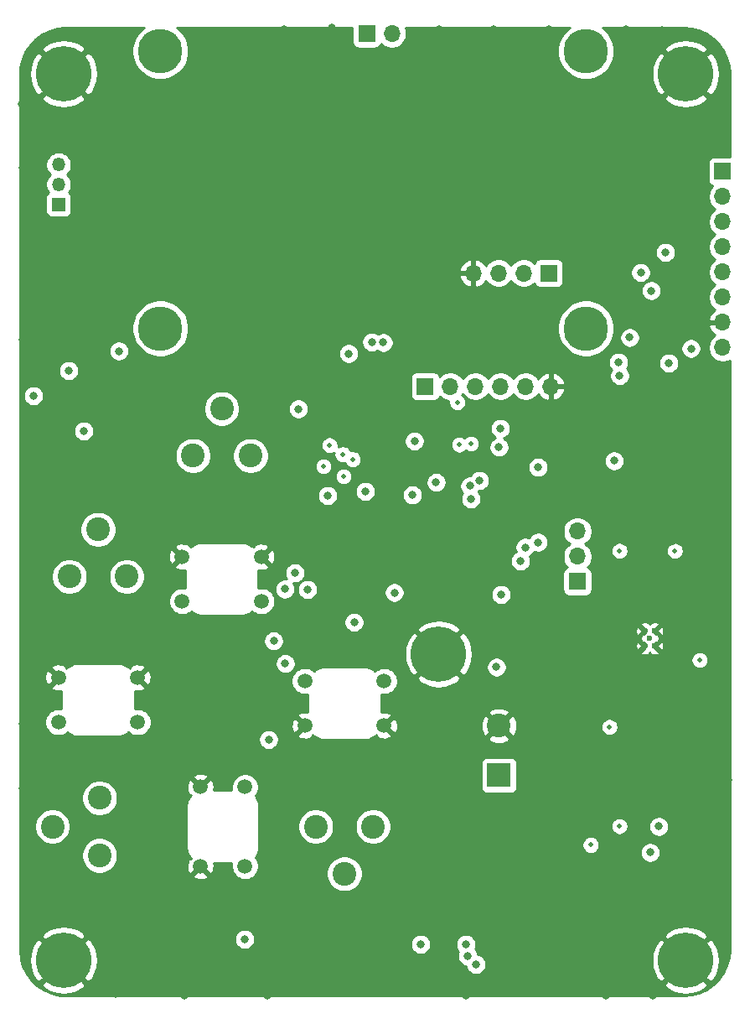
<source format=gbr>
%TF.GenerationSoftware,KiCad,Pcbnew,(5.1.10)-1*%
%TF.CreationDate,2021-11-18T09:17:22-06:00*%
%TF.ProjectId,batteryless_gaming_device,62617474-6572-4796-9c65-73735f67616d,rev?*%
%TF.SameCoordinates,Original*%
%TF.FileFunction,Copper,L2,Inr*%
%TF.FilePolarity,Positive*%
%FSLAX46Y46*%
G04 Gerber Fmt 4.6, Leading zero omitted, Abs format (unit mm)*
G04 Created by KiCad (PCBNEW (5.1.10)-1) date 2021-11-18 09:17:22*
%MOMM*%
%LPD*%
G01*
G04 APERTURE LIST*
%TA.AperFunction,ComponentPad*%
%ADD10C,2.400000*%
%TD*%
%TA.AperFunction,ComponentPad*%
%ADD11C,1.500000*%
%TD*%
%TA.AperFunction,ComponentPad*%
%ADD12C,5.600000*%
%TD*%
%TA.AperFunction,ComponentPad*%
%ADD13O,1.350000X1.350000*%
%TD*%
%TA.AperFunction,ComponentPad*%
%ADD14R,1.350000X1.350000*%
%TD*%
%TA.AperFunction,ComponentPad*%
%ADD15O,1.700000X1.700000*%
%TD*%
%TA.AperFunction,ComponentPad*%
%ADD16R,1.700000X1.700000*%
%TD*%
%TA.AperFunction,ComponentPad*%
%ADD17C,4.500000*%
%TD*%
%TA.AperFunction,ComponentPad*%
%ADD18C,0.600000*%
%TD*%
%TA.AperFunction,ComponentPad*%
%ADD19R,2.400000X2.400000*%
%TD*%
%TA.AperFunction,ViaPad*%
%ADD20C,0.500000*%
%TD*%
%TA.AperFunction,ViaPad*%
%ADD21C,0.800000*%
%TD*%
%TA.AperFunction,Conductor*%
%ADD22C,0.254000*%
%TD*%
%TA.AperFunction,Conductor*%
%ADD23C,0.100000*%
%TD*%
G04 APERTURE END LIST*
D10*
%TO.N,Net-(D603-Pad4)*%
%TO.C,SW603*%
X87300000Y-109500000D03*
D11*
%TO.N,/Button Generation/Button1*%
X91300000Y-128950000D03*
X83300000Y-128950000D03*
%TO.N,GND*%
X83300000Y-124450000D03*
X91300000Y-124450000D03*
D10*
%TO.N,N/C*%
X84400000Y-114250000D03*
%TO.N,Net-(D603-Pad3)*%
X90200000Y-114250000D03*
%TD*%
%TO.N,Net-(D602-Pad4)*%
%TO.C,SW602*%
X99800000Y-97300000D03*
D11*
%TO.N,/Button Generation/Button2*%
X103800000Y-116750000D03*
X95800000Y-116750000D03*
%TO.N,GND*%
X95800000Y-112250000D03*
X103800000Y-112250000D03*
D10*
%TO.N,N/C*%
X96900000Y-102050000D03*
%TO.N,Net-(D602-Pad3)*%
X102700000Y-102050000D03*
%TD*%
%TO.N,Net-(D601-Pad4)*%
%TO.C,SW601*%
X112200000Y-144250000D03*
D11*
%TO.N,/Button Generation/Button3*%
X108200000Y-124800000D03*
X116200000Y-124800000D03*
%TO.N,GND*%
X116200000Y-129300000D03*
X108200000Y-129300000D03*
D10*
%TO.N,N/C*%
X115100000Y-139500000D03*
%TO.N,Net-(D601-Pad3)*%
X109300000Y-139500000D03*
%TD*%
%TO.N,Net-(D600-Pad4)*%
%TO.C,SW600*%
X82700000Y-139500000D03*
D11*
%TO.N,/Button Generation/Button4*%
X102150000Y-135500000D03*
X102150000Y-143500000D03*
%TO.N,GND*%
X97650000Y-143500000D03*
X97650000Y-135500000D03*
D10*
%TO.N,N/C*%
X87450000Y-142400000D03*
%TO.N,Net-(D600-Pad3)*%
X87450000Y-136600000D03*
%TD*%
D12*
%TO.N,GND*%
%TO.C,H104*%
X121716800Y-122072400D03*
%TD*%
%TO.N,GND*%
%TO.C,H102*%
X83820000Y-63500000D03*
%TD*%
D13*
%TO.N,Net-(D300-Pad6)*%
%TO.C,M300*%
X83312000Y-72676000D03*
%TO.N,Net-(D300-Pad3)*%
X83312000Y-74676000D03*
D14*
%TO.N,Net-(D300-Pad1)*%
X83312000Y-76676000D03*
%TD*%
D15*
%TO.N,GND*%
%TO.C,J400*%
X125222000Y-83616800D03*
%TO.N,/Microcontroller/P3.5*%
X127762000Y-83616800D03*
%TO.N,/Microcontroller/P3.4*%
X130302000Y-83616800D03*
D16*
%TO.N,+3V3*%
X132842000Y-83616800D03*
%TD*%
D15*
%TO.N,+3V3*%
%TO.C,U100*%
X150418800Y-91135200D03*
%TO.N,GND*%
X150418800Y-88595200D03*
%TO.N,/Microcontroller/P5.0*%
X150418800Y-86055200D03*
%TO.N,/Microcontroller/P5.2*%
X150418800Y-83515200D03*
%TO.N,/Microcontroller/P2.5*%
X150418800Y-80975200D03*
%TO.N,/Microcontroller/P4.3*%
X150418800Y-78435200D03*
%TO.N,/Microcontroller/P4.2*%
X150418800Y-75895200D03*
D16*
%TO.N,/Microcontroller/P4.1*%
X150418800Y-73355200D03*
%TD*%
D17*
%TO.N,*%
%TO.C,U101*%
X93600000Y-89200000D03*
X93600000Y-61200000D03*
X136600000Y-61200000D03*
X136600000Y-89200000D03*
%TD*%
D18*
%TO.N,GND*%
%TO.C,U500*%
X142552800Y-121247600D03*
X142552800Y-119747600D03*
X143552800Y-119747600D03*
X143052800Y-120497600D03*
X143552800Y-121247600D03*
%TD*%
D15*
%TO.N,GND*%
%TO.C,J402*%
X133045200Y-95046800D03*
%TO.N,/Microcontroller/V_program*%
X130505200Y-95046800D03*
%TO.N,/Microcontroller/P2.1_RXD*%
X127965200Y-95046800D03*
%TO.N,/Microcontroller/P2.0_TXD*%
X125425200Y-95046800D03*
%TO.N,/Microcontroller/~RST~_SBWTDI0*%
X122885200Y-95046800D03*
D16*
%TO.N,/Microcontroller/TEST_SBWTCK*%
X120345200Y-95046800D03*
%TD*%
D15*
%TO.N,/Microcontroller/P6.1_RxD*%
%TO.C,J401*%
X116992400Y-59436000D03*
D16*
%TO.N,/Microcontroller/P6.0_TxD*%
X114452400Y-59436000D03*
%TD*%
D15*
%TO.N,/Power Regulation/Vout*%
%TO.C,J100*%
X135737600Y-109677200D03*
%TO.N,+3V3*%
X135737600Y-112217200D03*
D16*
%TO.N,/Microcontroller/V_program*%
X135737600Y-114757200D03*
%TD*%
D12*
%TO.N,GND*%
%TO.C,H103*%
X83820000Y-153000000D03*
%TD*%
%TO.N,GND*%
%TO.C,H101*%
X146685000Y-63500000D03*
%TD*%
%TO.N,GND*%
%TO.C,H100*%
X146685000Y-153000000D03*
%TD*%
D10*
%TO.N,GND*%
%TO.C,C206*%
X127812800Y-129315200D03*
D19*
%TO.N,Net-(C206-Pad1)*%
X127812800Y-134315200D03*
%TD*%
D20*
%TO.N,GND*%
X140804900Y-141909800D03*
X140804900Y-142862300D03*
X139903200Y-141922500D03*
X139903200Y-142875000D03*
X109474000Y-110896400D03*
X118211600Y-111607600D03*
X118211600Y-110134400D03*
X113792000Y-114046000D03*
D21*
X122986800Y-116128800D03*
X82651600Y-83820000D03*
X87376000Y-91389200D03*
X87071200Y-98806000D03*
X80670400Y-104851200D03*
X115671600Y-149047200D03*
X97840800Y-148031200D03*
X131978400Y-116332000D03*
X133299200Y-115620800D03*
X115874800Y-101295200D03*
X144983200Y-101346000D03*
X145999200Y-105257600D03*
X114858800Y-99263200D03*
D20*
X118211600Y-108610400D03*
D21*
X136448800Y-155498800D03*
X134315200Y-155600400D03*
X132080000Y-155600400D03*
X127914400Y-155498800D03*
X119735600Y-136296400D03*
X125374400Y-146862800D03*
X109626400Y-155854400D03*
X103682800Y-148031200D03*
X90170000Y-133248400D03*
X81127600Y-133045200D03*
X80213200Y-116840000D03*
X79806800Y-100533200D03*
X79654400Y-90373200D03*
X79908400Y-81534000D03*
X79654400Y-72999600D03*
X79603600Y-66548000D03*
X88493600Y-59283600D03*
X99974400Y-59283600D03*
X106070400Y-59029600D03*
X110896400Y-58877200D03*
X121767600Y-59029600D03*
X127254000Y-59029600D03*
X132842000Y-59029600D03*
X140614400Y-58978800D03*
X144272000Y-59131200D03*
X150926800Y-64211200D03*
X150926800Y-67716400D03*
X150317200Y-93827600D03*
X150774400Y-107899200D03*
X150723600Y-112369600D03*
X150876000Y-116382800D03*
X150876000Y-123088400D03*
X150825200Y-128270000D03*
X150977600Y-134772400D03*
X150825200Y-141935200D03*
X150926800Y-146151600D03*
X150825200Y-151180800D03*
X143357600Y-156565600D03*
X138633200Y-156565600D03*
X124460000Y-156565600D03*
X116027200Y-156210000D03*
X104444800Y-156514800D03*
X96062800Y-156514800D03*
X89103200Y-156413200D03*
X79806800Y-150469600D03*
X79857600Y-145237200D03*
X79654400Y-135636000D03*
X79654400Y-129082800D03*
X80010000Y-123393200D03*
X80010000Y-110744000D03*
X129133600Y-142544800D03*
X121208800Y-145796000D03*
X119380000Y-128117600D03*
X132435600Y-122428000D03*
X114858800Y-121208800D03*
X99720400Y-126492000D03*
X105918000Y-138379200D03*
X92557600Y-103479600D03*
X89662000Y-78943200D03*
X87731600Y-69900800D03*
X98958400Y-69189600D03*
X100634800Y-82397600D03*
X110998000Y-82397600D03*
X105664000Y-73964800D03*
X110286800Y-66344800D03*
X120751600Y-73253600D03*
X121158000Y-87680800D03*
X103428800Y-89001600D03*
X129692400Y-76352400D03*
X124358400Y-64973200D03*
X135382000Y-70764400D03*
X136398000Y-77368400D03*
X142240000Y-68173600D03*
X130708400Y-89662000D03*
X142036800Y-103784400D03*
X137261600Y-105359200D03*
X119329200Y-80467200D03*
X143713200Y-74066400D03*
X122174000Y-111658400D03*
X124714000Y-108559600D03*
X122732800Y-107492800D03*
X125120400Y-111506000D03*
X120751600Y-117754400D03*
X106121200Y-107543600D03*
X99872800Y-109270800D03*
X92456000Y-120396000D03*
X96215200Y-131927600D03*
X89509600Y-145796000D03*
X105562400Y-134010400D03*
X88696800Y-100126800D03*
X85140800Y-87071200D03*
X140919200Y-86360000D03*
X126746000Y-91440000D03*
X136804400Y-93472000D03*
X145389600Y-110642400D03*
X141427200Y-133248400D03*
X147167600Y-132181600D03*
X146253200Y-127711200D03*
X137668000Y-131368800D03*
X135686800Y-134162800D03*
X135026400Y-126898400D03*
X103174800Y-119126000D03*
X110185200Y-116789200D03*
X110236000Y-114503200D03*
X119278400Y-98552000D03*
X121615200Y-97688400D03*
X116789200Y-94742000D03*
X105714800Y-104648000D03*
X105765600Y-99212400D03*
%TO.N,/Power Storage/Vin*%
X102108000Y-150876000D03*
X119888000Y-151384000D03*
X80772000Y-96012000D03*
X84328000Y-93472000D03*
X85852000Y-99568000D03*
X125476000Y-153416000D03*
X124460000Y-151384000D03*
X124663200Y-152552400D03*
D20*
%TO.N,Net-(C206-Pad1)*%
X137083800Y-141351000D03*
D21*
%TO.N,+3V3*%
X131775200Y-110794800D03*
X129997200Y-112674400D03*
X130454400Y-111302800D03*
X128016000Y-116078000D03*
X114300000Y-105664000D03*
X117246400Y-115874800D03*
X144983200Y-92710000D03*
X147218400Y-91236800D03*
X107543600Y-97332800D03*
X113182400Y-118872000D03*
X142138400Y-83566000D03*
%TO.N,/Microcontroller/~RST~_SBWTDI0*%
X139446000Y-102565200D03*
X131775200Y-103225600D03*
X125831600Y-104546400D03*
D20*
%TO.N,Net-(C500-Pad1)*%
X148082000Y-122682000D03*
X138988800Y-129438400D03*
%TO.N,Net-(C503-Pad1)*%
X145592800Y-111658400D03*
X140004800Y-111658400D03*
D21*
%TO.N,/Button Generation/Button4*%
X104546400Y-130708400D03*
X107188000Y-113893600D03*
D20*
X112014000Y-101904800D03*
D21*
%TO.N,/Button Generation/Button3*%
X106222800Y-123037600D03*
X106172000Y-115519200D03*
%TO.N,/Button Generation/Button2*%
X108458000Y-115570000D03*
X121462800Y-104749600D03*
D20*
X110083600Y-103124000D03*
D21*
%TO.N,/Button Generation/Button1*%
X110490000Y-106070400D03*
X119075200Y-106019600D03*
D20*
%TO.N,/Microcontroller/P3.5*%
X123799600Y-100939600D03*
X123596400Y-96654200D03*
%TO.N,/Microcontroller/P3.4*%
X124968000Y-100838000D03*
%TO.N,/Microcontroller/P6.1_RxD*%
X112115600Y-104140000D03*
D21*
X116128800Y-90627200D03*
D20*
%TO.N,/Microcontroller/P6.0_TxD*%
X113030000Y-102412800D03*
D21*
X114960400Y-90576400D03*
%TO.N,/Microcontroller/P2.1_RXD*%
X127965200Y-99314000D03*
%TO.N,/Microcontroller/P2.0_TXD*%
X127812800Y-101193600D03*
%TO.N,/Microcontroller/TEST_SBWTCK*%
X124866400Y-105105200D03*
%TO.N,Net-(R200-Pad1)*%
X143090900Y-142113000D03*
X143967200Y-139484100D03*
%TO.N,/Microcontroller/GeneratorVcc*%
X105054400Y-120751600D03*
X89408000Y-91490800D03*
%TO.N,/Microcontroller/P5.0*%
X140004800Y-93980000D03*
%TO.N,/Microcontroller/P5.2*%
X139903200Y-92608400D03*
%TO.N,/Microcontroller/P2.5*%
X141020800Y-90119200D03*
%TO.N,/Microcontroller/P4.3*%
X143205200Y-85394800D03*
%TO.N,/Microcontroller/P4.2*%
X144627600Y-81534000D03*
D20*
%TO.N,/Microcontroller/VBAT_OK*%
X139995300Y-139458700D03*
D21*
X127558800Y-123393200D03*
%TO.N,/Microcontroller/P2.6_OR_OUT*%
X119278400Y-100584000D03*
X124968000Y-106426000D03*
%TO.N,/Microcontroller/SN_3A_IN*%
X112623600Y-91744800D03*
D20*
X110693200Y-100990400D03*
%TD*%
D22*
%TO.N,GND*%
X91760920Y-58959074D02*
X91359074Y-59360920D01*
X91043346Y-59833440D01*
X90825869Y-60358477D01*
X90715000Y-60915852D01*
X90715000Y-61484148D01*
X90825869Y-62041523D01*
X91043346Y-62566560D01*
X91359074Y-63039080D01*
X91760920Y-63440926D01*
X92233440Y-63756654D01*
X92758477Y-63974131D01*
X93315852Y-64085000D01*
X93884148Y-64085000D01*
X94441523Y-63974131D01*
X94966560Y-63756654D01*
X95439080Y-63440926D01*
X95840926Y-63039080D01*
X96156654Y-62566560D01*
X96374131Y-62041523D01*
X96485000Y-61484148D01*
X96485000Y-60915852D01*
X96374131Y-60358477D01*
X96156654Y-59833440D01*
X95840926Y-59360920D01*
X95439080Y-58959074D01*
X95239921Y-58826000D01*
X112964328Y-58826000D01*
X112964328Y-60286000D01*
X112976588Y-60410482D01*
X113012898Y-60530180D01*
X113071863Y-60640494D01*
X113151215Y-60737185D01*
X113247906Y-60816537D01*
X113358220Y-60875502D01*
X113477918Y-60911812D01*
X113602400Y-60924072D01*
X115302400Y-60924072D01*
X115426882Y-60911812D01*
X115546580Y-60875502D01*
X115656894Y-60816537D01*
X115753585Y-60737185D01*
X115832937Y-60640494D01*
X115891902Y-60530180D01*
X115913913Y-60457620D01*
X116045768Y-60589475D01*
X116288989Y-60751990D01*
X116559242Y-60863932D01*
X116846140Y-60921000D01*
X117138660Y-60921000D01*
X117425558Y-60863932D01*
X117695811Y-60751990D01*
X117939032Y-60589475D01*
X118145875Y-60382632D01*
X118308390Y-60139411D01*
X118420332Y-59869158D01*
X118477400Y-59582260D01*
X118477400Y-59289740D01*
X118420332Y-59002842D01*
X118347082Y-58826000D01*
X134960079Y-58826000D01*
X134760920Y-58959074D01*
X134359074Y-59360920D01*
X134043346Y-59833440D01*
X133825869Y-60358477D01*
X133715000Y-60915852D01*
X133715000Y-61484148D01*
X133825869Y-62041523D01*
X134043346Y-62566560D01*
X134359074Y-63039080D01*
X134760920Y-63440926D01*
X135233440Y-63756654D01*
X135758477Y-63974131D01*
X136315852Y-64085000D01*
X136884148Y-64085000D01*
X137441523Y-63974131D01*
X137966560Y-63756654D01*
X138363414Y-63491484D01*
X143233390Y-63491484D01*
X143298051Y-64165023D01*
X143492870Y-64813006D01*
X143810361Y-65410530D01*
X143819823Y-65424692D01*
X144268519Y-65736876D01*
X146505395Y-63500000D01*
X146864605Y-63500000D01*
X149101481Y-65736876D01*
X149550177Y-65424692D01*
X149870612Y-64828741D01*
X150068626Y-64181727D01*
X150136610Y-63508516D01*
X150071949Y-62834977D01*
X149877130Y-62186994D01*
X149559639Y-61589470D01*
X149550177Y-61575308D01*
X149101481Y-61263124D01*
X146864605Y-63500000D01*
X146505395Y-63500000D01*
X144268519Y-61263124D01*
X143819823Y-61575308D01*
X143499388Y-62171259D01*
X143301374Y-62818273D01*
X143233390Y-63491484D01*
X138363414Y-63491484D01*
X138439080Y-63440926D01*
X138840926Y-63039080D01*
X139156654Y-62566560D01*
X139374131Y-62041523D01*
X139485000Y-61484148D01*
X139485000Y-61083519D01*
X144448124Y-61083519D01*
X146685000Y-63320395D01*
X148921876Y-61083519D01*
X148609692Y-60634823D01*
X148013741Y-60314388D01*
X147366727Y-60116374D01*
X146693516Y-60048390D01*
X146019977Y-60113051D01*
X145371994Y-60307870D01*
X144774470Y-60625361D01*
X144760308Y-60634823D01*
X144448124Y-61083519D01*
X139485000Y-61083519D01*
X139485000Y-60915852D01*
X139374131Y-60358477D01*
X139156654Y-59833440D01*
X138840926Y-59360920D01*
X138439080Y-58959074D01*
X138239921Y-58826000D01*
X146403278Y-58826000D01*
X147243707Y-58899528D01*
X148030254Y-59110283D01*
X148768250Y-59454416D01*
X149435280Y-59921475D01*
X150011071Y-60497267D01*
X150478133Y-61164299D01*
X150822265Y-61902298D01*
X151033020Y-62688842D01*
X151106168Y-63524938D01*
X151105386Y-63590663D01*
X151105000Y-63594582D01*
X151105000Y-71867128D01*
X149568800Y-71867128D01*
X149444318Y-71879388D01*
X149324620Y-71915698D01*
X149214306Y-71974663D01*
X149117615Y-72054015D01*
X149038263Y-72150706D01*
X148979298Y-72261020D01*
X148942988Y-72380718D01*
X148930728Y-72505200D01*
X148930728Y-74205200D01*
X148942988Y-74329682D01*
X148979298Y-74449380D01*
X149038263Y-74559694D01*
X149117615Y-74656385D01*
X149214306Y-74735737D01*
X149324620Y-74794702D01*
X149397180Y-74816713D01*
X149265325Y-74948568D01*
X149102810Y-75191789D01*
X148990868Y-75462042D01*
X148933800Y-75748940D01*
X148933800Y-76041460D01*
X148990868Y-76328358D01*
X149102810Y-76598611D01*
X149265325Y-76841832D01*
X149472168Y-77048675D01*
X149646560Y-77165200D01*
X149472168Y-77281725D01*
X149265325Y-77488568D01*
X149102810Y-77731789D01*
X148990868Y-78002042D01*
X148933800Y-78288940D01*
X148933800Y-78581460D01*
X148990868Y-78868358D01*
X149102810Y-79138611D01*
X149265325Y-79381832D01*
X149472168Y-79588675D01*
X149646560Y-79705200D01*
X149472168Y-79821725D01*
X149265325Y-80028568D01*
X149102810Y-80271789D01*
X148990868Y-80542042D01*
X148933800Y-80828940D01*
X148933800Y-81121460D01*
X148990868Y-81408358D01*
X149102810Y-81678611D01*
X149265325Y-81921832D01*
X149472168Y-82128675D01*
X149646560Y-82245200D01*
X149472168Y-82361725D01*
X149265325Y-82568568D01*
X149102810Y-82811789D01*
X148990868Y-83082042D01*
X148933800Y-83368940D01*
X148933800Y-83661460D01*
X148990868Y-83948358D01*
X149102810Y-84218611D01*
X149265325Y-84461832D01*
X149472168Y-84668675D01*
X149646560Y-84785200D01*
X149472168Y-84901725D01*
X149265325Y-85108568D01*
X149102810Y-85351789D01*
X148990868Y-85622042D01*
X148933800Y-85908940D01*
X148933800Y-86201460D01*
X148990868Y-86488358D01*
X149102810Y-86758611D01*
X149265325Y-87001832D01*
X149472168Y-87208675D01*
X149654334Y-87330395D01*
X149537445Y-87400022D01*
X149321212Y-87594931D01*
X149147159Y-87828280D01*
X149021975Y-88091101D01*
X148977324Y-88238310D01*
X149098645Y-88468200D01*
X150291800Y-88468200D01*
X150291800Y-88448200D01*
X150545800Y-88448200D01*
X150545800Y-88468200D01*
X150565800Y-88468200D01*
X150565800Y-88722200D01*
X150545800Y-88722200D01*
X150545800Y-88742200D01*
X150291800Y-88742200D01*
X150291800Y-88722200D01*
X149098645Y-88722200D01*
X148977324Y-88952090D01*
X149021975Y-89099299D01*
X149147159Y-89362120D01*
X149321212Y-89595469D01*
X149537445Y-89790378D01*
X149654334Y-89860005D01*
X149472168Y-89981725D01*
X149265325Y-90188568D01*
X149102810Y-90431789D01*
X148990868Y-90702042D01*
X148933800Y-90988940D01*
X148933800Y-91281460D01*
X148990868Y-91568358D01*
X149102810Y-91838611D01*
X149265325Y-92081832D01*
X149472168Y-92288675D01*
X149715389Y-92451190D01*
X149985642Y-92563132D01*
X150272540Y-92620200D01*
X150565060Y-92620200D01*
X150851958Y-92563132D01*
X151105000Y-92458319D01*
X151105001Y-151863168D01*
X151031509Y-152703194D01*
X150820754Y-153489738D01*
X150476622Y-154227737D01*
X150009560Y-154894769D01*
X149433769Y-155470561D01*
X148766739Y-155937620D01*
X148028743Y-156281753D01*
X147242196Y-156492508D01*
X146406098Y-156565657D01*
X146340356Y-156564875D01*
X146336438Y-156564489D01*
X84244014Y-156565999D01*
X84242821Y-156565818D01*
X83372541Y-156510515D01*
X82581205Y-156318543D01*
X81835218Y-155992070D01*
X81157260Y-155541020D01*
X81026646Y-155416481D01*
X81583124Y-155416481D01*
X81895308Y-155865177D01*
X82491259Y-156185612D01*
X83138273Y-156383626D01*
X83811484Y-156451610D01*
X84485023Y-156386949D01*
X85133006Y-156192130D01*
X85730530Y-155874639D01*
X85744692Y-155865177D01*
X86056876Y-155416481D01*
X144448124Y-155416481D01*
X144760308Y-155865177D01*
X145356259Y-156185612D01*
X146003273Y-156383626D01*
X146676484Y-156451610D01*
X147350023Y-156386949D01*
X147998006Y-156192130D01*
X148595530Y-155874639D01*
X148609692Y-155865177D01*
X148921876Y-155416481D01*
X146685000Y-153179605D01*
X144448124Y-155416481D01*
X86056876Y-155416481D01*
X83820000Y-153179605D01*
X81583124Y-155416481D01*
X81026646Y-155416481D01*
X80567927Y-154979098D01*
X80085125Y-154323377D01*
X79723520Y-153593775D01*
X79546669Y-152991484D01*
X80368390Y-152991484D01*
X80433051Y-153665023D01*
X80627870Y-154313006D01*
X80945361Y-154910530D01*
X80954823Y-154924692D01*
X81403519Y-155236876D01*
X83640395Y-153000000D01*
X83999605Y-153000000D01*
X86236481Y-155236876D01*
X86685177Y-154924692D01*
X87005612Y-154328741D01*
X87203626Y-153681727D01*
X87271610Y-153008516D01*
X87206949Y-152334977D01*
X87012130Y-151686994D01*
X86694639Y-151089470D01*
X86685177Y-151075308D01*
X86252201Y-150774061D01*
X101073000Y-150774061D01*
X101073000Y-150977939D01*
X101112774Y-151177898D01*
X101190795Y-151366256D01*
X101304063Y-151535774D01*
X101448226Y-151679937D01*
X101617744Y-151793205D01*
X101806102Y-151871226D01*
X102006061Y-151911000D01*
X102209939Y-151911000D01*
X102409898Y-151871226D01*
X102598256Y-151793205D01*
X102767774Y-151679937D01*
X102911937Y-151535774D01*
X103025205Y-151366256D01*
X103060079Y-151282061D01*
X118853000Y-151282061D01*
X118853000Y-151485939D01*
X118892774Y-151685898D01*
X118970795Y-151874256D01*
X119084063Y-152043774D01*
X119228226Y-152187937D01*
X119397744Y-152301205D01*
X119586102Y-152379226D01*
X119786061Y-152419000D01*
X119989939Y-152419000D01*
X120189898Y-152379226D01*
X120378256Y-152301205D01*
X120547774Y-152187937D01*
X120691937Y-152043774D01*
X120805205Y-151874256D01*
X120883226Y-151685898D01*
X120923000Y-151485939D01*
X120923000Y-151282061D01*
X123425000Y-151282061D01*
X123425000Y-151485939D01*
X123464774Y-151685898D01*
X123542795Y-151874256D01*
X123656063Y-152043774D01*
X123725035Y-152112746D01*
X123667974Y-152250502D01*
X123628200Y-152450461D01*
X123628200Y-152654339D01*
X123667974Y-152854298D01*
X123745995Y-153042656D01*
X123859263Y-153212174D01*
X124003426Y-153356337D01*
X124172944Y-153469605D01*
X124361302Y-153547626D01*
X124450432Y-153565355D01*
X124480774Y-153717898D01*
X124558795Y-153906256D01*
X124672063Y-154075774D01*
X124816226Y-154219937D01*
X124985744Y-154333205D01*
X125174102Y-154411226D01*
X125374061Y-154451000D01*
X125577939Y-154451000D01*
X125777898Y-154411226D01*
X125966256Y-154333205D01*
X126135774Y-154219937D01*
X126279937Y-154075774D01*
X126393205Y-153906256D01*
X126471226Y-153717898D01*
X126511000Y-153517939D01*
X126511000Y-153314061D01*
X126471226Y-153114102D01*
X126420436Y-152991484D01*
X143233390Y-152991484D01*
X143298051Y-153665023D01*
X143492870Y-154313006D01*
X143810361Y-154910530D01*
X143819823Y-154924692D01*
X144268519Y-155236876D01*
X146505395Y-153000000D01*
X146864605Y-153000000D01*
X149101481Y-155236876D01*
X149550177Y-154924692D01*
X149870612Y-154328741D01*
X150068626Y-153681727D01*
X150136610Y-153008516D01*
X150071949Y-152334977D01*
X149877130Y-151686994D01*
X149559639Y-151089470D01*
X149550177Y-151075308D01*
X149101481Y-150763124D01*
X146864605Y-153000000D01*
X146505395Y-153000000D01*
X144268519Y-150763124D01*
X143819823Y-151075308D01*
X143499388Y-151671259D01*
X143301374Y-152318273D01*
X143233390Y-152991484D01*
X126420436Y-152991484D01*
X126393205Y-152925744D01*
X126279937Y-152756226D01*
X126135774Y-152612063D01*
X125966256Y-152498795D01*
X125777898Y-152420774D01*
X125688768Y-152403045D01*
X125658426Y-152250502D01*
X125580405Y-152062144D01*
X125467137Y-151892626D01*
X125398165Y-151823654D01*
X125455226Y-151685898D01*
X125495000Y-151485939D01*
X125495000Y-151282061D01*
X125455226Y-151082102D01*
X125377205Y-150893744D01*
X125263937Y-150724226D01*
X125123230Y-150583519D01*
X144448124Y-150583519D01*
X146685000Y-152820395D01*
X148921876Y-150583519D01*
X148609692Y-150134823D01*
X148013741Y-149814388D01*
X147366727Y-149616374D01*
X146693516Y-149548390D01*
X146019977Y-149613051D01*
X145371994Y-149807870D01*
X144774470Y-150125361D01*
X144760308Y-150134823D01*
X144448124Y-150583519D01*
X125123230Y-150583519D01*
X125119774Y-150580063D01*
X124950256Y-150466795D01*
X124761898Y-150388774D01*
X124561939Y-150349000D01*
X124358061Y-150349000D01*
X124158102Y-150388774D01*
X123969744Y-150466795D01*
X123800226Y-150580063D01*
X123656063Y-150724226D01*
X123542795Y-150893744D01*
X123464774Y-151082102D01*
X123425000Y-151282061D01*
X120923000Y-151282061D01*
X120883226Y-151082102D01*
X120805205Y-150893744D01*
X120691937Y-150724226D01*
X120547774Y-150580063D01*
X120378256Y-150466795D01*
X120189898Y-150388774D01*
X119989939Y-150349000D01*
X119786061Y-150349000D01*
X119586102Y-150388774D01*
X119397744Y-150466795D01*
X119228226Y-150580063D01*
X119084063Y-150724226D01*
X118970795Y-150893744D01*
X118892774Y-151082102D01*
X118853000Y-151282061D01*
X103060079Y-151282061D01*
X103103226Y-151177898D01*
X103143000Y-150977939D01*
X103143000Y-150774061D01*
X103103226Y-150574102D01*
X103025205Y-150385744D01*
X102911937Y-150216226D01*
X102767774Y-150072063D01*
X102598256Y-149958795D01*
X102409898Y-149880774D01*
X102209939Y-149841000D01*
X102006061Y-149841000D01*
X101806102Y-149880774D01*
X101617744Y-149958795D01*
X101448226Y-150072063D01*
X101304063Y-150216226D01*
X101190795Y-150385744D01*
X101112774Y-150574102D01*
X101073000Y-150774061D01*
X86252201Y-150774061D01*
X86236481Y-150763124D01*
X83999605Y-153000000D01*
X83640395Y-153000000D01*
X81403519Y-150763124D01*
X80954823Y-151075308D01*
X80634388Y-151671259D01*
X80436374Y-152318273D01*
X80368390Y-152991484D01*
X79546669Y-152991484D01*
X79494104Y-152812470D01*
X79401074Y-151978356D01*
X79400000Y-151888095D01*
X79400000Y-150583519D01*
X81583124Y-150583519D01*
X83820000Y-152820395D01*
X86056876Y-150583519D01*
X85744692Y-150134823D01*
X85148741Y-149814388D01*
X84501727Y-149616374D01*
X83828516Y-149548390D01*
X83154977Y-149613051D01*
X82506994Y-149807870D01*
X81909470Y-150125361D01*
X81895308Y-150134823D01*
X81583124Y-150583519D01*
X79400000Y-150583519D01*
X79400000Y-144456993D01*
X96872612Y-144456993D01*
X96938137Y-144695860D01*
X97185116Y-144811760D01*
X97449960Y-144877250D01*
X97722492Y-144889812D01*
X97992238Y-144848965D01*
X98248832Y-144756277D01*
X98361863Y-144695860D01*
X98427388Y-144456993D01*
X97650000Y-143679605D01*
X96872612Y-144456993D01*
X79400000Y-144456993D01*
X79400000Y-142219268D01*
X85615000Y-142219268D01*
X85615000Y-142580732D01*
X85685518Y-142935250D01*
X85823844Y-143269199D01*
X86024662Y-143569744D01*
X86280256Y-143825338D01*
X86580801Y-144026156D01*
X86914750Y-144164482D01*
X87269268Y-144235000D01*
X87630732Y-144235000D01*
X87985250Y-144164482D01*
X88319199Y-144026156D01*
X88619744Y-143825338D01*
X88875338Y-143569744D01*
X89076156Y-143269199D01*
X89214482Y-142935250D01*
X89285000Y-142580732D01*
X89285000Y-142219268D01*
X89214482Y-141864750D01*
X89076156Y-141530801D01*
X88875338Y-141230256D01*
X88619744Y-140974662D01*
X88319199Y-140773844D01*
X87985250Y-140635518D01*
X87630732Y-140565000D01*
X87269268Y-140565000D01*
X86914750Y-140635518D01*
X86580801Y-140773844D01*
X86280256Y-140974662D01*
X86024662Y-141230256D01*
X85823844Y-141530801D01*
X85685518Y-141864750D01*
X85615000Y-142219268D01*
X79400000Y-142219268D01*
X79400000Y-139319268D01*
X80865000Y-139319268D01*
X80865000Y-139680732D01*
X80935518Y-140035250D01*
X81073844Y-140369199D01*
X81274662Y-140669744D01*
X81530256Y-140925338D01*
X81830801Y-141126156D01*
X82164750Y-141264482D01*
X82519268Y-141335000D01*
X82880732Y-141335000D01*
X83235250Y-141264482D01*
X83569199Y-141126156D01*
X83869744Y-140925338D01*
X84125338Y-140669744D01*
X84326156Y-140369199D01*
X84464482Y-140035250D01*
X84535000Y-139680732D01*
X84535000Y-139319268D01*
X84464482Y-138964750D01*
X84326156Y-138630801D01*
X84125338Y-138330256D01*
X83869744Y-138074662D01*
X83569199Y-137873844D01*
X83235250Y-137735518D01*
X82880732Y-137665000D01*
X82519268Y-137665000D01*
X82164750Y-137735518D01*
X81830801Y-137873844D01*
X81530256Y-138074662D01*
X81274662Y-138330256D01*
X81073844Y-138630801D01*
X80935518Y-138964750D01*
X80865000Y-139319268D01*
X79400000Y-139319268D01*
X79400000Y-136419268D01*
X85615000Y-136419268D01*
X85615000Y-136780732D01*
X85685518Y-137135250D01*
X85823844Y-137469199D01*
X86024662Y-137769744D01*
X86280256Y-138025338D01*
X86580801Y-138226156D01*
X86914750Y-138364482D01*
X87269268Y-138435000D01*
X87630732Y-138435000D01*
X87985250Y-138364482D01*
X88319199Y-138226156D01*
X88619744Y-138025338D01*
X88875338Y-137769744D01*
X89076156Y-137469199D01*
X89077536Y-137465866D01*
X96205000Y-137465866D01*
X96205001Y-141534135D01*
X96207928Y-141563850D01*
X96207885Y-141569972D01*
X96208831Y-141579630D01*
X96229232Y-141773727D01*
X96241905Y-141835461D01*
X96253702Y-141897304D01*
X96256506Y-141906594D01*
X96314218Y-142093032D01*
X96338628Y-142151101D01*
X96362225Y-142209505D01*
X96366781Y-142218074D01*
X96459606Y-142389750D01*
X96494833Y-142441977D01*
X96529323Y-142494683D01*
X96535456Y-142502204D01*
X96601124Y-142581582D01*
X96576549Y-142606157D01*
X96693005Y-142722613D01*
X96454140Y-142788137D01*
X96338240Y-143035116D01*
X96272750Y-143299960D01*
X96260188Y-143572492D01*
X96301035Y-143842238D01*
X96393723Y-144098832D01*
X96454140Y-144211863D01*
X96693007Y-144277388D01*
X97470395Y-143500000D01*
X97456253Y-143485858D01*
X97635858Y-143306253D01*
X97650000Y-143320395D01*
X97664143Y-143306253D01*
X97843748Y-143485858D01*
X97829605Y-143500000D01*
X98606993Y-144277388D01*
X98845860Y-144211863D01*
X98961760Y-143964884D01*
X99027250Y-143700040D01*
X99039812Y-143427508D01*
X99004604Y-143195000D01*
X100798535Y-143195000D01*
X100765000Y-143363589D01*
X100765000Y-143636411D01*
X100818225Y-143903989D01*
X100922629Y-144156043D01*
X101074201Y-144382886D01*
X101267114Y-144575799D01*
X101493957Y-144727371D01*
X101746011Y-144831775D01*
X102013589Y-144885000D01*
X102286411Y-144885000D01*
X102553989Y-144831775D01*
X102806043Y-144727371D01*
X103032886Y-144575799D01*
X103225799Y-144382886D01*
X103377371Y-144156043D01*
X103413314Y-144069268D01*
X110365000Y-144069268D01*
X110365000Y-144430732D01*
X110435518Y-144785250D01*
X110573844Y-145119199D01*
X110774662Y-145419744D01*
X111030256Y-145675338D01*
X111330801Y-145876156D01*
X111664750Y-146014482D01*
X112019268Y-146085000D01*
X112380732Y-146085000D01*
X112735250Y-146014482D01*
X113069199Y-145876156D01*
X113369744Y-145675338D01*
X113625338Y-145419744D01*
X113826156Y-145119199D01*
X113964482Y-144785250D01*
X114035000Y-144430732D01*
X114035000Y-144069268D01*
X113964482Y-143714750D01*
X113826156Y-143380801D01*
X113625338Y-143080256D01*
X113369744Y-142824662D01*
X113069199Y-142623844D01*
X112735250Y-142485518D01*
X112380732Y-142415000D01*
X112019268Y-142415000D01*
X111664750Y-142485518D01*
X111330801Y-142623844D01*
X111030256Y-142824662D01*
X110774662Y-143080256D01*
X110573844Y-143380801D01*
X110435518Y-143714750D01*
X110365000Y-144069268D01*
X103413314Y-144069268D01*
X103481775Y-143903989D01*
X103535000Y-143636411D01*
X103535000Y-143363589D01*
X103481775Y-143096011D01*
X103377371Y-142843957D01*
X103225799Y-142617114D01*
X103195065Y-142586380D01*
X103271507Y-142492652D01*
X103306363Y-142440191D01*
X103341954Y-142388210D01*
X103346567Y-142379679D01*
X103346570Y-142379675D01*
X103346572Y-142379671D01*
X103438195Y-142207352D01*
X103462203Y-142149105D01*
X103487013Y-142091217D01*
X103489881Y-142081953D01*
X103489884Y-142081946D01*
X103489885Y-142081939D01*
X103546292Y-141895110D01*
X103558522Y-141833342D01*
X103571623Y-141771706D01*
X103572638Y-141762055D01*
X103591683Y-141567821D01*
X103591683Y-141567813D01*
X103595000Y-141534135D01*
X103595000Y-139319268D01*
X107465000Y-139319268D01*
X107465000Y-139680732D01*
X107535518Y-140035250D01*
X107673844Y-140369199D01*
X107874662Y-140669744D01*
X108130256Y-140925338D01*
X108430801Y-141126156D01*
X108764750Y-141264482D01*
X109119268Y-141335000D01*
X109480732Y-141335000D01*
X109835250Y-141264482D01*
X110169199Y-141126156D01*
X110469744Y-140925338D01*
X110725338Y-140669744D01*
X110926156Y-140369199D01*
X111064482Y-140035250D01*
X111135000Y-139680732D01*
X111135000Y-139319268D01*
X113265000Y-139319268D01*
X113265000Y-139680732D01*
X113335518Y-140035250D01*
X113473844Y-140369199D01*
X113674662Y-140669744D01*
X113930256Y-140925338D01*
X114230801Y-141126156D01*
X114564750Y-141264482D01*
X114919268Y-141335000D01*
X115280732Y-141335000D01*
X115635250Y-141264482D01*
X115636811Y-141263835D01*
X136198800Y-141263835D01*
X136198800Y-141438165D01*
X136232810Y-141609145D01*
X136299523Y-141770205D01*
X136396376Y-141915155D01*
X136519645Y-142038424D01*
X136664595Y-142135277D01*
X136825655Y-142201990D01*
X136996635Y-142236000D01*
X137170965Y-142236000D01*
X137341945Y-142201990D01*
X137503005Y-142135277D01*
X137647955Y-142038424D01*
X137675318Y-142011061D01*
X142055900Y-142011061D01*
X142055900Y-142214939D01*
X142095674Y-142414898D01*
X142173695Y-142603256D01*
X142286963Y-142772774D01*
X142431126Y-142916937D01*
X142600644Y-143030205D01*
X142789002Y-143108226D01*
X142988961Y-143148000D01*
X143192839Y-143148000D01*
X143392798Y-143108226D01*
X143581156Y-143030205D01*
X143750674Y-142916937D01*
X143894837Y-142772774D01*
X144008105Y-142603256D01*
X144086126Y-142414898D01*
X144125900Y-142214939D01*
X144125900Y-142011061D01*
X144086126Y-141811102D01*
X144008105Y-141622744D01*
X143894837Y-141453226D01*
X143750674Y-141309063D01*
X143581156Y-141195795D01*
X143392798Y-141117774D01*
X143192839Y-141078000D01*
X142988961Y-141078000D01*
X142789002Y-141117774D01*
X142600644Y-141195795D01*
X142431126Y-141309063D01*
X142286963Y-141453226D01*
X142173695Y-141622744D01*
X142095674Y-141811102D01*
X142055900Y-142011061D01*
X137675318Y-142011061D01*
X137771224Y-141915155D01*
X137868077Y-141770205D01*
X137934790Y-141609145D01*
X137968800Y-141438165D01*
X137968800Y-141263835D01*
X137934790Y-141092855D01*
X137868077Y-140931795D01*
X137771224Y-140786845D01*
X137647955Y-140663576D01*
X137503005Y-140566723D01*
X137341945Y-140500010D01*
X137170965Y-140466000D01*
X136996635Y-140466000D01*
X136825655Y-140500010D01*
X136664595Y-140566723D01*
X136519645Y-140663576D01*
X136396376Y-140786845D01*
X136299523Y-140931795D01*
X136232810Y-141092855D01*
X136198800Y-141263835D01*
X115636811Y-141263835D01*
X115969199Y-141126156D01*
X116269744Y-140925338D01*
X116525338Y-140669744D01*
X116726156Y-140369199D01*
X116864482Y-140035250D01*
X116935000Y-139680732D01*
X116935000Y-139371535D01*
X139110300Y-139371535D01*
X139110300Y-139545865D01*
X139144310Y-139716845D01*
X139211023Y-139877905D01*
X139307876Y-140022855D01*
X139431145Y-140146124D01*
X139576095Y-140242977D01*
X139737155Y-140309690D01*
X139908135Y-140343700D01*
X140082465Y-140343700D01*
X140253445Y-140309690D01*
X140414505Y-140242977D01*
X140559455Y-140146124D01*
X140682724Y-140022855D01*
X140779577Y-139877905D01*
X140846290Y-139716845D01*
X140880300Y-139545865D01*
X140880300Y-139382161D01*
X142932200Y-139382161D01*
X142932200Y-139586039D01*
X142971974Y-139785998D01*
X143049995Y-139974356D01*
X143163263Y-140143874D01*
X143307426Y-140288037D01*
X143476944Y-140401305D01*
X143665302Y-140479326D01*
X143865261Y-140519100D01*
X144069139Y-140519100D01*
X144269098Y-140479326D01*
X144457456Y-140401305D01*
X144626974Y-140288037D01*
X144771137Y-140143874D01*
X144884405Y-139974356D01*
X144962426Y-139785998D01*
X145002200Y-139586039D01*
X145002200Y-139382161D01*
X144962426Y-139182202D01*
X144884405Y-138993844D01*
X144771137Y-138824326D01*
X144626974Y-138680163D01*
X144457456Y-138566895D01*
X144269098Y-138488874D01*
X144069139Y-138449100D01*
X143865261Y-138449100D01*
X143665302Y-138488874D01*
X143476944Y-138566895D01*
X143307426Y-138680163D01*
X143163263Y-138824326D01*
X143049995Y-138993844D01*
X142971974Y-139182202D01*
X142932200Y-139382161D01*
X140880300Y-139382161D01*
X140880300Y-139371535D01*
X140846290Y-139200555D01*
X140779577Y-139039495D01*
X140682724Y-138894545D01*
X140559455Y-138771276D01*
X140414505Y-138674423D01*
X140253445Y-138607710D01*
X140082465Y-138573700D01*
X139908135Y-138573700D01*
X139737155Y-138607710D01*
X139576095Y-138674423D01*
X139431145Y-138771276D01*
X139307876Y-138894545D01*
X139211023Y-139039495D01*
X139144310Y-139200555D01*
X139110300Y-139371535D01*
X116935000Y-139371535D01*
X116935000Y-139319268D01*
X116864482Y-138964750D01*
X116726156Y-138630801D01*
X116525338Y-138330256D01*
X116269744Y-138074662D01*
X115969199Y-137873844D01*
X115635250Y-137735518D01*
X115280732Y-137665000D01*
X114919268Y-137665000D01*
X114564750Y-137735518D01*
X114230801Y-137873844D01*
X113930256Y-138074662D01*
X113674662Y-138330256D01*
X113473844Y-138630801D01*
X113335518Y-138964750D01*
X113265000Y-139319268D01*
X111135000Y-139319268D01*
X111064482Y-138964750D01*
X110926156Y-138630801D01*
X110725338Y-138330256D01*
X110469744Y-138074662D01*
X110169199Y-137873844D01*
X109835250Y-137735518D01*
X109480732Y-137665000D01*
X109119268Y-137665000D01*
X108764750Y-137735518D01*
X108430801Y-137873844D01*
X108130256Y-138074662D01*
X107874662Y-138330256D01*
X107673844Y-138630801D01*
X107535518Y-138964750D01*
X107465000Y-139319268D01*
X103595000Y-139319268D01*
X103595000Y-137465865D01*
X103592072Y-137436141D01*
X103592115Y-137430027D01*
X103591168Y-137420369D01*
X103570768Y-137226273D01*
X103558095Y-137164539D01*
X103546298Y-137102696D01*
X103543494Y-137093405D01*
X103485782Y-136906968D01*
X103461372Y-136848899D01*
X103437775Y-136790495D01*
X103433219Y-136781926D01*
X103340394Y-136610249D01*
X103305167Y-136558023D01*
X103270677Y-136505316D01*
X103264544Y-136497796D01*
X103194979Y-136413706D01*
X103225799Y-136382886D01*
X103377371Y-136156043D01*
X103481775Y-135903989D01*
X103535000Y-135636411D01*
X103535000Y-135363589D01*
X103481775Y-135096011D01*
X103377371Y-134843957D01*
X103225799Y-134617114D01*
X103032886Y-134424201D01*
X102806043Y-134272629D01*
X102553989Y-134168225D01*
X102286411Y-134115000D01*
X102013589Y-134115000D01*
X101746011Y-134168225D01*
X101493957Y-134272629D01*
X101267114Y-134424201D01*
X101074201Y-134617114D01*
X100922629Y-134843957D01*
X100818225Y-135096011D01*
X100765000Y-135363589D01*
X100765000Y-135636411D01*
X100798535Y-135805000D01*
X99001296Y-135805000D01*
X99027250Y-135700040D01*
X99039812Y-135427508D01*
X98998965Y-135157762D01*
X98906277Y-134901168D01*
X98845860Y-134788137D01*
X98606993Y-134722612D01*
X97829605Y-135500000D01*
X97843748Y-135514143D01*
X97664143Y-135693748D01*
X97650000Y-135679605D01*
X97635858Y-135693748D01*
X97456253Y-135514143D01*
X97470395Y-135500000D01*
X96693007Y-134722612D01*
X96454140Y-134788137D01*
X96338240Y-135035116D01*
X96272750Y-135299960D01*
X96260188Y-135572492D01*
X96301035Y-135842238D01*
X96393723Y-136098832D01*
X96454140Y-136211863D01*
X96693005Y-136277387D01*
X96576549Y-136393843D01*
X96601068Y-136418362D01*
X96528493Y-136507348D01*
X96493644Y-136559799D01*
X96458046Y-136611789D01*
X96453433Y-136620321D01*
X96453430Y-136620325D01*
X96453430Y-136620326D01*
X96361805Y-136792648D01*
X96337809Y-136850866D01*
X96312987Y-136908783D01*
X96310117Y-136918053D01*
X96253708Y-137104889D01*
X96241473Y-137166679D01*
X96228377Y-137228295D01*
X96227362Y-137237946D01*
X96208317Y-137432179D01*
X96208317Y-137432188D01*
X96205000Y-137465866D01*
X89077536Y-137465866D01*
X89214482Y-137135250D01*
X89285000Y-136780732D01*
X89285000Y-136419268D01*
X89214482Y-136064750D01*
X89076156Y-135730801D01*
X88875338Y-135430256D01*
X88619744Y-135174662D01*
X88319199Y-134973844D01*
X87985250Y-134835518D01*
X87630732Y-134765000D01*
X87269268Y-134765000D01*
X86914750Y-134835518D01*
X86580801Y-134973844D01*
X86280256Y-135174662D01*
X86024662Y-135430256D01*
X85823844Y-135730801D01*
X85685518Y-136064750D01*
X85615000Y-136419268D01*
X79400000Y-136419268D01*
X79400000Y-134543007D01*
X96872612Y-134543007D01*
X97650000Y-135320395D01*
X98427388Y-134543007D01*
X98361863Y-134304140D01*
X98114884Y-134188240D01*
X97850040Y-134122750D01*
X97577508Y-134110188D01*
X97307762Y-134151035D01*
X97051168Y-134243723D01*
X96938137Y-134304140D01*
X96872612Y-134543007D01*
X79400000Y-134543007D01*
X79400000Y-133115200D01*
X125974728Y-133115200D01*
X125974728Y-135515200D01*
X125986988Y-135639682D01*
X126023298Y-135759380D01*
X126082263Y-135869694D01*
X126161615Y-135966385D01*
X126258306Y-136045737D01*
X126368620Y-136104702D01*
X126488318Y-136141012D01*
X126612800Y-136153272D01*
X129012800Y-136153272D01*
X129137282Y-136141012D01*
X129256980Y-136104702D01*
X129367294Y-136045737D01*
X129463985Y-135966385D01*
X129543337Y-135869694D01*
X129602302Y-135759380D01*
X129638612Y-135639682D01*
X129650872Y-135515200D01*
X129650872Y-133115200D01*
X129638612Y-132990718D01*
X129602302Y-132871020D01*
X129543337Y-132760706D01*
X129463985Y-132664015D01*
X129367294Y-132584663D01*
X129256980Y-132525698D01*
X129137282Y-132489388D01*
X129012800Y-132477128D01*
X126612800Y-132477128D01*
X126488318Y-132489388D01*
X126368620Y-132525698D01*
X126258306Y-132584663D01*
X126161615Y-132664015D01*
X126082263Y-132760706D01*
X126023298Y-132871020D01*
X125986988Y-132990718D01*
X125974728Y-133115200D01*
X79400000Y-133115200D01*
X79400000Y-130606461D01*
X103511400Y-130606461D01*
X103511400Y-130810339D01*
X103551174Y-131010298D01*
X103629195Y-131198656D01*
X103742463Y-131368174D01*
X103886626Y-131512337D01*
X104056144Y-131625605D01*
X104244502Y-131703626D01*
X104444461Y-131743400D01*
X104648339Y-131743400D01*
X104848298Y-131703626D01*
X105036656Y-131625605D01*
X105206174Y-131512337D01*
X105350337Y-131368174D01*
X105463605Y-131198656D01*
X105541626Y-131010298D01*
X105581400Y-130810339D01*
X105581400Y-130606461D01*
X105541626Y-130406502D01*
X105463605Y-130218144D01*
X105350337Y-130048626D01*
X105206174Y-129904463D01*
X105036656Y-129791195D01*
X104848298Y-129713174D01*
X104648339Y-129673400D01*
X104444461Y-129673400D01*
X104244502Y-129713174D01*
X104056144Y-129791195D01*
X103886626Y-129904463D01*
X103742463Y-130048626D01*
X103629195Y-130218144D01*
X103551174Y-130406502D01*
X103511400Y-130606461D01*
X79400000Y-130606461D01*
X79400000Y-128813589D01*
X81915000Y-128813589D01*
X81915000Y-129086411D01*
X81968225Y-129353989D01*
X82072629Y-129606043D01*
X82224201Y-129832886D01*
X82417114Y-130025799D01*
X82643957Y-130177371D01*
X82896011Y-130281775D01*
X83163589Y-130335000D01*
X83436411Y-130335000D01*
X83703989Y-130281775D01*
X83956043Y-130177371D01*
X84182886Y-130025799D01*
X84213620Y-129995065D01*
X84307348Y-130071507D01*
X84359809Y-130106363D01*
X84411790Y-130141954D01*
X84420321Y-130146567D01*
X84420325Y-130146570D01*
X84420329Y-130146572D01*
X84592648Y-130238195D01*
X84650895Y-130262203D01*
X84708783Y-130287013D01*
X84718047Y-130289881D01*
X84718054Y-130289884D01*
X84718061Y-130289885D01*
X84904890Y-130346292D01*
X84966658Y-130358522D01*
X85028294Y-130371623D01*
X85037945Y-130372638D01*
X85232179Y-130391683D01*
X85232187Y-130391683D01*
X85265865Y-130395000D01*
X89334135Y-130395000D01*
X89363859Y-130392072D01*
X89369972Y-130392115D01*
X89379630Y-130391169D01*
X89573727Y-130370768D01*
X89635461Y-130358095D01*
X89697304Y-130346298D01*
X89706594Y-130343494D01*
X89893032Y-130285782D01*
X89951101Y-130261372D01*
X90009505Y-130237775D01*
X90018074Y-130233219D01*
X90189750Y-130140394D01*
X90241977Y-130105167D01*
X90294683Y-130070677D01*
X90302204Y-130064544D01*
X90386293Y-129994978D01*
X90417114Y-130025799D01*
X90643957Y-130177371D01*
X90896011Y-130281775D01*
X91163589Y-130335000D01*
X91436411Y-130335000D01*
X91703989Y-130281775D01*
X91956043Y-130177371D01*
X92182886Y-130025799D01*
X92375799Y-129832886D01*
X92527371Y-129606043D01*
X92624110Y-129372492D01*
X106810188Y-129372492D01*
X106851035Y-129642238D01*
X106943723Y-129898832D01*
X107004140Y-130011863D01*
X107243007Y-130077388D01*
X108020395Y-129300000D01*
X107243007Y-128522612D01*
X107004140Y-128588137D01*
X106888240Y-128835116D01*
X106822750Y-129099960D01*
X106810188Y-129372492D01*
X92624110Y-129372492D01*
X92631775Y-129353989D01*
X92685000Y-129086411D01*
X92685000Y-128813589D01*
X92631775Y-128546011D01*
X92527371Y-128293957D01*
X92375799Y-128067114D01*
X92182886Y-127874201D01*
X91956043Y-127722629D01*
X91703989Y-127618225D01*
X91436411Y-127565000D01*
X91163589Y-127565000D01*
X90995000Y-127598535D01*
X90995000Y-125801296D01*
X91099960Y-125827250D01*
X91372492Y-125839812D01*
X91642238Y-125798965D01*
X91898832Y-125706277D01*
X92011863Y-125645860D01*
X92077388Y-125406993D01*
X91300000Y-124629605D01*
X91285858Y-124643748D01*
X91106253Y-124464143D01*
X91120395Y-124450000D01*
X91479605Y-124450000D01*
X92256993Y-125227388D01*
X92495860Y-125161863D01*
X92611760Y-124914884D01*
X92673899Y-124663589D01*
X106815000Y-124663589D01*
X106815000Y-124936411D01*
X106868225Y-125203989D01*
X106972629Y-125456043D01*
X107124201Y-125682886D01*
X107317114Y-125875799D01*
X107543957Y-126027371D01*
X107796011Y-126131775D01*
X108063589Y-126185000D01*
X108336411Y-126185000D01*
X108505000Y-126151465D01*
X108505001Y-127948704D01*
X108400040Y-127922750D01*
X108127508Y-127910188D01*
X107857762Y-127951035D01*
X107601168Y-128043723D01*
X107488137Y-128104140D01*
X107422612Y-128343007D01*
X108200000Y-129120395D01*
X108214143Y-129106253D01*
X108393748Y-129285858D01*
X108379605Y-129300000D01*
X108393748Y-129314143D01*
X108214143Y-129493748D01*
X108200000Y-129479605D01*
X107422612Y-130256993D01*
X107488137Y-130495860D01*
X107735116Y-130611760D01*
X107999960Y-130677250D01*
X108272492Y-130689812D01*
X108542238Y-130648965D01*
X108798832Y-130556277D01*
X108911863Y-130495860D01*
X108977387Y-130256995D01*
X109093843Y-130373451D01*
X109118362Y-130348932D01*
X109207348Y-130421507D01*
X109259809Y-130456363D01*
X109311790Y-130491954D01*
X109320321Y-130496567D01*
X109320325Y-130496570D01*
X109320329Y-130496572D01*
X109492648Y-130588195D01*
X109550895Y-130612203D01*
X109608783Y-130637013D01*
X109618047Y-130639881D01*
X109618054Y-130639884D01*
X109618061Y-130639885D01*
X109804890Y-130696292D01*
X109866658Y-130708522D01*
X109928294Y-130721623D01*
X109937945Y-130722638D01*
X110132179Y-130741683D01*
X110132187Y-130741683D01*
X110165865Y-130745000D01*
X114234135Y-130745000D01*
X114263859Y-130742072D01*
X114269972Y-130742115D01*
X114279630Y-130741169D01*
X114473727Y-130720768D01*
X114535461Y-130708095D01*
X114597304Y-130696298D01*
X114606594Y-130693494D01*
X114793032Y-130635782D01*
X114851101Y-130611372D01*
X114909505Y-130587775D01*
X114918074Y-130583219D01*
X115089750Y-130490394D01*
X115141977Y-130455167D01*
X115194683Y-130420677D01*
X115202204Y-130414544D01*
X115281582Y-130348876D01*
X115306157Y-130373451D01*
X115422613Y-130256995D01*
X115488137Y-130495860D01*
X115735116Y-130611760D01*
X115999960Y-130677250D01*
X116272492Y-130689812D01*
X116542238Y-130648965D01*
X116696671Y-130593180D01*
X126714426Y-130593180D01*
X126834314Y-130878036D01*
X127158010Y-131038899D01*
X127506869Y-131133522D01*
X127867484Y-131158267D01*
X128225998Y-131112185D01*
X128568633Y-130997046D01*
X128791286Y-130878036D01*
X128911174Y-130593180D01*
X127812800Y-129494805D01*
X126714426Y-130593180D01*
X116696671Y-130593180D01*
X116798832Y-130556277D01*
X116911863Y-130495860D01*
X116977388Y-130256993D01*
X116200000Y-129479605D01*
X116185858Y-129493748D01*
X116006253Y-129314143D01*
X116020395Y-129300000D01*
X116379605Y-129300000D01*
X117156993Y-130077388D01*
X117395860Y-130011863D01*
X117511760Y-129764884D01*
X117577250Y-129500040D01*
X117583249Y-129369884D01*
X125969733Y-129369884D01*
X126015815Y-129728398D01*
X126130954Y-130071033D01*
X126249964Y-130293686D01*
X126534820Y-130413574D01*
X127633195Y-129315200D01*
X127992405Y-129315200D01*
X129090780Y-130413574D01*
X129375636Y-130293686D01*
X129536499Y-129969990D01*
X129631122Y-129621131D01*
X129649641Y-129351235D01*
X138103800Y-129351235D01*
X138103800Y-129525565D01*
X138137810Y-129696545D01*
X138204523Y-129857605D01*
X138301376Y-130002555D01*
X138424645Y-130125824D01*
X138569595Y-130222677D01*
X138730655Y-130289390D01*
X138901635Y-130323400D01*
X139075965Y-130323400D01*
X139246945Y-130289390D01*
X139408005Y-130222677D01*
X139552955Y-130125824D01*
X139676224Y-130002555D01*
X139773077Y-129857605D01*
X139839790Y-129696545D01*
X139873800Y-129525565D01*
X139873800Y-129351235D01*
X139839790Y-129180255D01*
X139773077Y-129019195D01*
X139676224Y-128874245D01*
X139552955Y-128750976D01*
X139408005Y-128654123D01*
X139246945Y-128587410D01*
X139075965Y-128553400D01*
X138901635Y-128553400D01*
X138730655Y-128587410D01*
X138569595Y-128654123D01*
X138424645Y-128750976D01*
X138301376Y-128874245D01*
X138204523Y-129019195D01*
X138137810Y-129180255D01*
X138103800Y-129351235D01*
X129649641Y-129351235D01*
X129655867Y-129260516D01*
X129609785Y-128902002D01*
X129494646Y-128559367D01*
X129375636Y-128336714D01*
X129090780Y-128216826D01*
X127992405Y-129315200D01*
X127633195Y-129315200D01*
X126534820Y-128216826D01*
X126249964Y-128336714D01*
X126089101Y-128660410D01*
X125994478Y-129009269D01*
X125969733Y-129369884D01*
X117583249Y-129369884D01*
X117589812Y-129227508D01*
X117548965Y-128957762D01*
X117456277Y-128701168D01*
X117395860Y-128588137D01*
X117156993Y-128522612D01*
X116379605Y-129300000D01*
X116020395Y-129300000D01*
X116006253Y-129285858D01*
X116185858Y-129106253D01*
X116200000Y-129120395D01*
X116977388Y-128343007D01*
X116911863Y-128104140D01*
X116769259Y-128037220D01*
X126714426Y-128037220D01*
X127812800Y-129135595D01*
X128911174Y-128037220D01*
X128791286Y-127752364D01*
X128467590Y-127591501D01*
X128118731Y-127496878D01*
X127758116Y-127472133D01*
X127399602Y-127518215D01*
X127056967Y-127633354D01*
X126834314Y-127752364D01*
X126714426Y-128037220D01*
X116769259Y-128037220D01*
X116664884Y-127988240D01*
X116400040Y-127922750D01*
X116127508Y-127910188D01*
X115895000Y-127945396D01*
X115895000Y-126151465D01*
X116063589Y-126185000D01*
X116336411Y-126185000D01*
X116603989Y-126131775D01*
X116856043Y-126027371D01*
X117082886Y-125875799D01*
X117275799Y-125682886D01*
X117427371Y-125456043D01*
X117531775Y-125203989D01*
X117585000Y-124936411D01*
X117585000Y-124663589D01*
X117550249Y-124488881D01*
X119479924Y-124488881D01*
X119792108Y-124937577D01*
X120388059Y-125258012D01*
X121035073Y-125456026D01*
X121708284Y-125524010D01*
X122381823Y-125459349D01*
X123029806Y-125264530D01*
X123627330Y-124947039D01*
X123641492Y-124937577D01*
X123953676Y-124488881D01*
X121716800Y-122252005D01*
X119479924Y-124488881D01*
X117550249Y-124488881D01*
X117531775Y-124396011D01*
X117427371Y-124143957D01*
X117275799Y-123917114D01*
X117082886Y-123724201D01*
X116856043Y-123572629D01*
X116603989Y-123468225D01*
X116336411Y-123415000D01*
X116063589Y-123415000D01*
X115796011Y-123468225D01*
X115543957Y-123572629D01*
X115317114Y-123724201D01*
X115286380Y-123754935D01*
X115192652Y-123678493D01*
X115140201Y-123643644D01*
X115088211Y-123608046D01*
X115079679Y-123603433D01*
X115079675Y-123603430D01*
X115079671Y-123603428D01*
X114907352Y-123511805D01*
X114849134Y-123487809D01*
X114791217Y-123462987D01*
X114781947Y-123460117D01*
X114595111Y-123403708D01*
X114533321Y-123391473D01*
X114471705Y-123378377D01*
X114462054Y-123377362D01*
X114267821Y-123358317D01*
X114267813Y-123358317D01*
X114234135Y-123355000D01*
X110165865Y-123355000D01*
X110136141Y-123357928D01*
X110130027Y-123357885D01*
X110120369Y-123358832D01*
X109926273Y-123379232D01*
X109864539Y-123391905D01*
X109802696Y-123403702D01*
X109793405Y-123406506D01*
X109606968Y-123464218D01*
X109548899Y-123488628D01*
X109490495Y-123512225D01*
X109481926Y-123516781D01*
X109310249Y-123609606D01*
X109258023Y-123644833D01*
X109205316Y-123679323D01*
X109197796Y-123685456D01*
X109113706Y-123755021D01*
X109082886Y-123724201D01*
X108856043Y-123572629D01*
X108603989Y-123468225D01*
X108336411Y-123415000D01*
X108063589Y-123415000D01*
X107796011Y-123468225D01*
X107543957Y-123572629D01*
X107317114Y-123724201D01*
X107124201Y-123917114D01*
X106972629Y-124143957D01*
X106868225Y-124396011D01*
X106815000Y-124663589D01*
X92673899Y-124663589D01*
X92677250Y-124650040D01*
X92689812Y-124377508D01*
X92648965Y-124107762D01*
X92556277Y-123851168D01*
X92495860Y-123738137D01*
X92256993Y-123672612D01*
X91479605Y-124450000D01*
X91120395Y-124450000D01*
X91106253Y-124435858D01*
X91285858Y-124256253D01*
X91300000Y-124270395D01*
X92077388Y-123493007D01*
X92011863Y-123254140D01*
X91764884Y-123138240D01*
X91500040Y-123072750D01*
X91227508Y-123060188D01*
X90957762Y-123101035D01*
X90701168Y-123193723D01*
X90588137Y-123254140D01*
X90522613Y-123493005D01*
X90406157Y-123376549D01*
X90381638Y-123401068D01*
X90292652Y-123328493D01*
X90240201Y-123293644D01*
X90188211Y-123258046D01*
X90179679Y-123253433D01*
X90179675Y-123253430D01*
X90179671Y-123253428D01*
X90007352Y-123161805D01*
X89949134Y-123137809D01*
X89891217Y-123112987D01*
X89881947Y-123110117D01*
X89695111Y-123053708D01*
X89633321Y-123041473D01*
X89571705Y-123028377D01*
X89562054Y-123027362D01*
X89367821Y-123008317D01*
X89367813Y-123008317D01*
X89334135Y-123005000D01*
X85265865Y-123005000D01*
X85236141Y-123007928D01*
X85230027Y-123007885D01*
X85220369Y-123008832D01*
X85026273Y-123029232D01*
X84964539Y-123041905D01*
X84902696Y-123053702D01*
X84893405Y-123056506D01*
X84706968Y-123114218D01*
X84648899Y-123138628D01*
X84590495Y-123162225D01*
X84581926Y-123166781D01*
X84410249Y-123259606D01*
X84358023Y-123294833D01*
X84305316Y-123329323D01*
X84297796Y-123335456D01*
X84218418Y-123401124D01*
X84193843Y-123376549D01*
X84077387Y-123493005D01*
X84011863Y-123254140D01*
X83764884Y-123138240D01*
X83500040Y-123072750D01*
X83227508Y-123060188D01*
X82957762Y-123101035D01*
X82701168Y-123193723D01*
X82588137Y-123254140D01*
X82522612Y-123493007D01*
X83300000Y-124270395D01*
X83314143Y-124256253D01*
X83493748Y-124435858D01*
X83479605Y-124450000D01*
X83493748Y-124464143D01*
X83314143Y-124643748D01*
X83300000Y-124629605D01*
X82522612Y-125406993D01*
X82588137Y-125645860D01*
X82835116Y-125761760D01*
X83099960Y-125827250D01*
X83372492Y-125839812D01*
X83605000Y-125804604D01*
X83605001Y-127598535D01*
X83436411Y-127565000D01*
X83163589Y-127565000D01*
X82896011Y-127618225D01*
X82643957Y-127722629D01*
X82417114Y-127874201D01*
X82224201Y-128067114D01*
X82072629Y-128293957D01*
X81968225Y-128546011D01*
X81915000Y-128813589D01*
X79400000Y-128813589D01*
X79400000Y-124522492D01*
X81910188Y-124522492D01*
X81951035Y-124792238D01*
X82043723Y-125048832D01*
X82104140Y-125161863D01*
X82343007Y-125227388D01*
X83120395Y-124450000D01*
X82343007Y-123672612D01*
X82104140Y-123738137D01*
X81988240Y-123985116D01*
X81922750Y-124249960D01*
X81910188Y-124522492D01*
X79400000Y-124522492D01*
X79400000Y-122935661D01*
X105187800Y-122935661D01*
X105187800Y-123139539D01*
X105227574Y-123339498D01*
X105305595Y-123527856D01*
X105418863Y-123697374D01*
X105563026Y-123841537D01*
X105732544Y-123954805D01*
X105920902Y-124032826D01*
X106120861Y-124072600D01*
X106324739Y-124072600D01*
X106524698Y-124032826D01*
X106713056Y-123954805D01*
X106882574Y-123841537D01*
X107026737Y-123697374D01*
X107140005Y-123527856D01*
X107218026Y-123339498D01*
X107257800Y-123139539D01*
X107257800Y-122935661D01*
X107218026Y-122735702D01*
X107140005Y-122547344D01*
X107026737Y-122377826D01*
X106882574Y-122233663D01*
X106713056Y-122120395D01*
X106576628Y-122063884D01*
X118265190Y-122063884D01*
X118329851Y-122737423D01*
X118524670Y-123385406D01*
X118842161Y-123982930D01*
X118851623Y-123997092D01*
X119300319Y-124309276D01*
X121537195Y-122072400D01*
X121896405Y-122072400D01*
X124133281Y-124309276D01*
X124581977Y-123997092D01*
X124902412Y-123401141D01*
X124936039Y-123291261D01*
X126523800Y-123291261D01*
X126523800Y-123495139D01*
X126563574Y-123695098D01*
X126641595Y-123883456D01*
X126754863Y-124052974D01*
X126899026Y-124197137D01*
X127068544Y-124310405D01*
X127256902Y-124388426D01*
X127456861Y-124428200D01*
X127660739Y-124428200D01*
X127860698Y-124388426D01*
X128049056Y-124310405D01*
X128218574Y-124197137D01*
X128362737Y-124052974D01*
X128476005Y-123883456D01*
X128554026Y-123695098D01*
X128593800Y-123495139D01*
X128593800Y-123291261D01*
X128554026Y-123091302D01*
X128476005Y-122902944D01*
X128362737Y-122733426D01*
X128224146Y-122594835D01*
X147197000Y-122594835D01*
X147197000Y-122769165D01*
X147231010Y-122940145D01*
X147297723Y-123101205D01*
X147394576Y-123246155D01*
X147517845Y-123369424D01*
X147662795Y-123466277D01*
X147823855Y-123532990D01*
X147994835Y-123567000D01*
X148169165Y-123567000D01*
X148340145Y-123532990D01*
X148501205Y-123466277D01*
X148646155Y-123369424D01*
X148769424Y-123246155D01*
X148866277Y-123101205D01*
X148932990Y-122940145D01*
X148967000Y-122769165D01*
X148967000Y-122594835D01*
X148932990Y-122423855D01*
X148866277Y-122262795D01*
X148769424Y-122117845D01*
X148646155Y-121994576D01*
X148501205Y-121897723D01*
X148340145Y-121831010D01*
X148169165Y-121797000D01*
X147994835Y-121797000D01*
X147823855Y-121831010D01*
X147662795Y-121897723D01*
X147517845Y-121994576D01*
X147394576Y-122117845D01*
X147297723Y-122262795D01*
X147231010Y-122423855D01*
X147197000Y-122594835D01*
X128224146Y-122594835D01*
X128218574Y-122589263D01*
X128049056Y-122475995D01*
X127860698Y-122397974D01*
X127660739Y-122358200D01*
X127456861Y-122358200D01*
X127256902Y-122397974D01*
X127068544Y-122475995D01*
X126899026Y-122589263D01*
X126754863Y-122733426D01*
X126641595Y-122902944D01*
X126563574Y-123091302D01*
X126523800Y-123291261D01*
X124936039Y-123291261D01*
X125100426Y-122754127D01*
X125168410Y-122080916D01*
X125103749Y-121407377D01*
X125082877Y-121337955D01*
X141617629Y-121337955D01*
X141653226Y-121518661D01*
X141723392Y-121688951D01*
X141725037Y-121692025D01*
X141918259Y-121702536D01*
X142373195Y-121247600D01*
X141918259Y-120792664D01*
X141725037Y-120803175D01*
X141654238Y-120973203D01*
X141617972Y-121153776D01*
X141617629Y-121337955D01*
X125082877Y-121337955D01*
X124908930Y-120759394D01*
X124591439Y-120161870D01*
X124581977Y-120147708D01*
X124136776Y-119837955D01*
X141617629Y-119837955D01*
X141653226Y-120018661D01*
X141723392Y-120188951D01*
X141725037Y-120192025D01*
X141918259Y-120202536D01*
X142373195Y-119747600D01*
X141918259Y-119292664D01*
X141725037Y-119303175D01*
X141654238Y-119473203D01*
X141617972Y-119653776D01*
X141617629Y-119837955D01*
X124136776Y-119837955D01*
X124133281Y-119835524D01*
X121896405Y-122072400D01*
X121537195Y-122072400D01*
X119300319Y-119835524D01*
X118851623Y-120147708D01*
X118531188Y-120743659D01*
X118333174Y-121390673D01*
X118265190Y-122063884D01*
X106576628Y-122063884D01*
X106524698Y-122042374D01*
X106324739Y-122002600D01*
X106120861Y-122002600D01*
X105920902Y-122042374D01*
X105732544Y-122120395D01*
X105563026Y-122233663D01*
X105418863Y-122377826D01*
X105305595Y-122547344D01*
X105227574Y-122735702D01*
X105187800Y-122935661D01*
X79400000Y-122935661D01*
X79400000Y-120649661D01*
X104019400Y-120649661D01*
X104019400Y-120853539D01*
X104059174Y-121053498D01*
X104137195Y-121241856D01*
X104250463Y-121411374D01*
X104394626Y-121555537D01*
X104564144Y-121668805D01*
X104752502Y-121746826D01*
X104952461Y-121786600D01*
X105156339Y-121786600D01*
X105356298Y-121746826D01*
X105544656Y-121668805D01*
X105714174Y-121555537D01*
X105858337Y-121411374D01*
X105971605Y-121241856D01*
X106049626Y-121053498D01*
X106089400Y-120853539D01*
X106089400Y-120649661D01*
X106049626Y-120449702D01*
X105971605Y-120261344D01*
X105858337Y-120091826D01*
X105714174Y-119947663D01*
X105544656Y-119834395D01*
X105356298Y-119756374D01*
X105156339Y-119716600D01*
X104952461Y-119716600D01*
X104752502Y-119756374D01*
X104564144Y-119834395D01*
X104394626Y-119947663D01*
X104250463Y-120091826D01*
X104137195Y-120261344D01*
X104059174Y-120449702D01*
X104019400Y-120649661D01*
X79400000Y-120649661D01*
X79400000Y-118770061D01*
X112147400Y-118770061D01*
X112147400Y-118973939D01*
X112187174Y-119173898D01*
X112265195Y-119362256D01*
X112378463Y-119531774D01*
X112522626Y-119675937D01*
X112692144Y-119789205D01*
X112880502Y-119867226D01*
X113080461Y-119907000D01*
X113284339Y-119907000D01*
X113484298Y-119867226D01*
X113672656Y-119789205D01*
X113842174Y-119675937D01*
X113862192Y-119655919D01*
X119479924Y-119655919D01*
X121716800Y-121892795D01*
X123953676Y-119655919D01*
X123641492Y-119207223D01*
X123466365Y-119113059D01*
X142097864Y-119113059D01*
X142552800Y-119567995D01*
X142566943Y-119553853D01*
X142626149Y-119613059D01*
X142617972Y-119653776D01*
X142617950Y-119665513D01*
X142611449Y-119668192D01*
X142608375Y-119669837D01*
X142597864Y-119863059D01*
X142621548Y-119886743D01*
X142566943Y-119941348D01*
X142552800Y-119927205D01*
X142427800Y-120052205D01*
X142418259Y-120042664D01*
X142225037Y-120053175D01*
X142154238Y-120223203D01*
X142128462Y-120351543D01*
X142097864Y-120382141D01*
X142104145Y-120497600D01*
X142097864Y-120613059D01*
X142128636Y-120643831D01*
X142153226Y-120768661D01*
X142223392Y-120938951D01*
X142225037Y-120942025D01*
X142418259Y-120952536D01*
X142427800Y-120942995D01*
X142552800Y-121067995D01*
X142566943Y-121053853D01*
X142621548Y-121108458D01*
X142597864Y-121132141D01*
X142608375Y-121325363D01*
X142617645Y-121329223D01*
X142617629Y-121337955D01*
X142626303Y-121381987D01*
X142566943Y-121441348D01*
X142552800Y-121427205D01*
X142097864Y-121882141D01*
X142108375Y-122075363D01*
X142278403Y-122146162D01*
X142458976Y-122182428D01*
X142643155Y-122182771D01*
X142823861Y-122147174D01*
X142994151Y-122077008D01*
X142997225Y-122075363D01*
X143002551Y-121977457D01*
X143052800Y-121927208D01*
X143103049Y-121977457D01*
X143108375Y-122075363D01*
X143278403Y-122146162D01*
X143458976Y-122182428D01*
X143643155Y-122182771D01*
X143823861Y-122147174D01*
X143994151Y-122077008D01*
X143997225Y-122075363D01*
X144007736Y-121882141D01*
X143552800Y-121427205D01*
X143538658Y-121441348D01*
X143479451Y-121382141D01*
X143487628Y-121341424D01*
X143487650Y-121329687D01*
X143494151Y-121327008D01*
X143497225Y-121325363D01*
X143501455Y-121247600D01*
X143732405Y-121247600D01*
X144187341Y-121702536D01*
X144380563Y-121692025D01*
X144451362Y-121521997D01*
X144487628Y-121341424D01*
X144487971Y-121157245D01*
X144452374Y-120976539D01*
X144382208Y-120806249D01*
X144380563Y-120803175D01*
X144187341Y-120792664D01*
X143732405Y-121247600D01*
X143501455Y-121247600D01*
X143507736Y-121132141D01*
X143484053Y-121108458D01*
X143538658Y-121053853D01*
X143552800Y-121067995D01*
X143677800Y-120942995D01*
X143687341Y-120952536D01*
X143880563Y-120942025D01*
X143951362Y-120771997D01*
X143977138Y-120643657D01*
X144007736Y-120613059D01*
X144001455Y-120497600D01*
X144007736Y-120382141D01*
X143976964Y-120351369D01*
X143952374Y-120226539D01*
X143882208Y-120056249D01*
X143880563Y-120053175D01*
X143687341Y-120042664D01*
X143677800Y-120052205D01*
X143552800Y-119927205D01*
X143538658Y-119941348D01*
X143484053Y-119886743D01*
X143507736Y-119863059D01*
X143501456Y-119747600D01*
X143732405Y-119747600D01*
X144187341Y-120202536D01*
X144380563Y-120192025D01*
X144451362Y-120021997D01*
X144487628Y-119841424D01*
X144487971Y-119657245D01*
X144452374Y-119476539D01*
X144382208Y-119306249D01*
X144380563Y-119303175D01*
X144187341Y-119292664D01*
X143732405Y-119747600D01*
X143501456Y-119747600D01*
X143497225Y-119669837D01*
X143487955Y-119665977D01*
X143487971Y-119657245D01*
X143479297Y-119613213D01*
X143538658Y-119553853D01*
X143552800Y-119567995D01*
X144007736Y-119113059D01*
X143997225Y-118919837D01*
X143827197Y-118849038D01*
X143646624Y-118812772D01*
X143462445Y-118812429D01*
X143281739Y-118848026D01*
X143111449Y-118918192D01*
X143108375Y-118919837D01*
X143103049Y-119017743D01*
X143052800Y-119067992D01*
X143002551Y-119017743D01*
X142997225Y-118919837D01*
X142827197Y-118849038D01*
X142646624Y-118812772D01*
X142462445Y-118812429D01*
X142281739Y-118848026D01*
X142111449Y-118918192D01*
X142108375Y-118919837D01*
X142097864Y-119113059D01*
X123466365Y-119113059D01*
X123045541Y-118886788D01*
X122398527Y-118688774D01*
X121725316Y-118620790D01*
X121051777Y-118685451D01*
X120403794Y-118880270D01*
X119806270Y-119197761D01*
X119792108Y-119207223D01*
X119479924Y-119655919D01*
X113862192Y-119655919D01*
X113986337Y-119531774D01*
X114099605Y-119362256D01*
X114177626Y-119173898D01*
X114217400Y-118973939D01*
X114217400Y-118770061D01*
X114177626Y-118570102D01*
X114099605Y-118381744D01*
X113986337Y-118212226D01*
X113842174Y-118068063D01*
X113672656Y-117954795D01*
X113484298Y-117876774D01*
X113284339Y-117837000D01*
X113080461Y-117837000D01*
X112880502Y-117876774D01*
X112692144Y-117954795D01*
X112522626Y-118068063D01*
X112378463Y-118212226D01*
X112265195Y-118381744D01*
X112187174Y-118570102D01*
X112147400Y-118770061D01*
X79400000Y-118770061D01*
X79400000Y-116613589D01*
X94415000Y-116613589D01*
X94415000Y-116886411D01*
X94468225Y-117153989D01*
X94572629Y-117406043D01*
X94724201Y-117632886D01*
X94917114Y-117825799D01*
X95143957Y-117977371D01*
X95396011Y-118081775D01*
X95663589Y-118135000D01*
X95936411Y-118135000D01*
X96203989Y-118081775D01*
X96456043Y-117977371D01*
X96682886Y-117825799D01*
X96713620Y-117795065D01*
X96807348Y-117871507D01*
X96859809Y-117906363D01*
X96911790Y-117941954D01*
X96920321Y-117946567D01*
X96920325Y-117946570D01*
X96920329Y-117946572D01*
X97092648Y-118038195D01*
X97150895Y-118062203D01*
X97208783Y-118087013D01*
X97218047Y-118089881D01*
X97218054Y-118089884D01*
X97218061Y-118089885D01*
X97404890Y-118146292D01*
X97466658Y-118158522D01*
X97528294Y-118171623D01*
X97537945Y-118172638D01*
X97732179Y-118191683D01*
X97732187Y-118191683D01*
X97765865Y-118195000D01*
X101834135Y-118195000D01*
X101863859Y-118192072D01*
X101869972Y-118192115D01*
X101879630Y-118191169D01*
X102073727Y-118170768D01*
X102135461Y-118158095D01*
X102197304Y-118146298D01*
X102206594Y-118143494D01*
X102393032Y-118085782D01*
X102451101Y-118061372D01*
X102509505Y-118037775D01*
X102518074Y-118033219D01*
X102689750Y-117940394D01*
X102741977Y-117905167D01*
X102794683Y-117870677D01*
X102802204Y-117864544D01*
X102886293Y-117794978D01*
X102917114Y-117825799D01*
X103143957Y-117977371D01*
X103396011Y-118081775D01*
X103663589Y-118135000D01*
X103936411Y-118135000D01*
X104203989Y-118081775D01*
X104456043Y-117977371D01*
X104682886Y-117825799D01*
X104875799Y-117632886D01*
X105027371Y-117406043D01*
X105131775Y-117153989D01*
X105185000Y-116886411D01*
X105185000Y-116613589D01*
X105131775Y-116346011D01*
X105027371Y-116093957D01*
X104875799Y-115867114D01*
X104682886Y-115674201D01*
X104456043Y-115522629D01*
X104203989Y-115418225D01*
X104199143Y-115417261D01*
X105137000Y-115417261D01*
X105137000Y-115621139D01*
X105176774Y-115821098D01*
X105254795Y-116009456D01*
X105368063Y-116178974D01*
X105512226Y-116323137D01*
X105681744Y-116436405D01*
X105870102Y-116514426D01*
X106070061Y-116554200D01*
X106273939Y-116554200D01*
X106473898Y-116514426D01*
X106662256Y-116436405D01*
X106831774Y-116323137D01*
X106975937Y-116178974D01*
X107089205Y-116009456D01*
X107167226Y-115821098D01*
X107207000Y-115621139D01*
X107207000Y-115468061D01*
X107423000Y-115468061D01*
X107423000Y-115671939D01*
X107462774Y-115871898D01*
X107540795Y-116060256D01*
X107654063Y-116229774D01*
X107798226Y-116373937D01*
X107967744Y-116487205D01*
X108156102Y-116565226D01*
X108356061Y-116605000D01*
X108559939Y-116605000D01*
X108759898Y-116565226D01*
X108948256Y-116487205D01*
X109117774Y-116373937D01*
X109261937Y-116229774D01*
X109375205Y-116060256D01*
X109453226Y-115871898D01*
X109472925Y-115772861D01*
X116211400Y-115772861D01*
X116211400Y-115976739D01*
X116251174Y-116176698D01*
X116329195Y-116365056D01*
X116442463Y-116534574D01*
X116586626Y-116678737D01*
X116756144Y-116792005D01*
X116944502Y-116870026D01*
X117144461Y-116909800D01*
X117348339Y-116909800D01*
X117548298Y-116870026D01*
X117736656Y-116792005D01*
X117906174Y-116678737D01*
X118050337Y-116534574D01*
X118163605Y-116365056D01*
X118241626Y-116176698D01*
X118281400Y-115976739D01*
X118281400Y-115976061D01*
X126981000Y-115976061D01*
X126981000Y-116179939D01*
X127020774Y-116379898D01*
X127098795Y-116568256D01*
X127212063Y-116737774D01*
X127356226Y-116881937D01*
X127525744Y-116995205D01*
X127714102Y-117073226D01*
X127914061Y-117113000D01*
X128117939Y-117113000D01*
X128317898Y-117073226D01*
X128506256Y-116995205D01*
X128675774Y-116881937D01*
X128819937Y-116737774D01*
X128933205Y-116568256D01*
X129011226Y-116379898D01*
X129051000Y-116179939D01*
X129051000Y-115976061D01*
X129011226Y-115776102D01*
X128933205Y-115587744D01*
X128819937Y-115418226D01*
X128675774Y-115274063D01*
X128506256Y-115160795D01*
X128317898Y-115082774D01*
X128117939Y-115043000D01*
X127914061Y-115043000D01*
X127714102Y-115082774D01*
X127525744Y-115160795D01*
X127356226Y-115274063D01*
X127212063Y-115418226D01*
X127098795Y-115587744D01*
X127020774Y-115776102D01*
X126981000Y-115976061D01*
X118281400Y-115976061D01*
X118281400Y-115772861D01*
X118241626Y-115572902D01*
X118163605Y-115384544D01*
X118050337Y-115215026D01*
X117906174Y-115070863D01*
X117736656Y-114957595D01*
X117548298Y-114879574D01*
X117348339Y-114839800D01*
X117144461Y-114839800D01*
X116944502Y-114879574D01*
X116756144Y-114957595D01*
X116586626Y-115070863D01*
X116442463Y-115215026D01*
X116329195Y-115384544D01*
X116251174Y-115572902D01*
X116211400Y-115772861D01*
X109472925Y-115772861D01*
X109493000Y-115671939D01*
X109493000Y-115468061D01*
X109453226Y-115268102D01*
X109375205Y-115079744D01*
X109261937Y-114910226D01*
X109117774Y-114766063D01*
X108948256Y-114652795D01*
X108759898Y-114574774D01*
X108559939Y-114535000D01*
X108356061Y-114535000D01*
X108156102Y-114574774D01*
X107967744Y-114652795D01*
X107798226Y-114766063D01*
X107654063Y-114910226D01*
X107540795Y-115079744D01*
X107462774Y-115268102D01*
X107423000Y-115468061D01*
X107207000Y-115468061D01*
X107207000Y-115417261D01*
X107167226Y-115217302D01*
X107089205Y-115028944D01*
X107012362Y-114913941D01*
X107086061Y-114928600D01*
X107289939Y-114928600D01*
X107489898Y-114888826D01*
X107678256Y-114810805D01*
X107847774Y-114697537D01*
X107991937Y-114553374D01*
X108105205Y-114383856D01*
X108183226Y-114195498D01*
X108223000Y-113995539D01*
X108223000Y-113907200D01*
X134249528Y-113907200D01*
X134249528Y-115607200D01*
X134261788Y-115731682D01*
X134298098Y-115851380D01*
X134357063Y-115961694D01*
X134436415Y-116058385D01*
X134533106Y-116137737D01*
X134643420Y-116196702D01*
X134763118Y-116233012D01*
X134887600Y-116245272D01*
X136587600Y-116245272D01*
X136712082Y-116233012D01*
X136831780Y-116196702D01*
X136942094Y-116137737D01*
X137038785Y-116058385D01*
X137118137Y-115961694D01*
X137177102Y-115851380D01*
X137213412Y-115731682D01*
X137225672Y-115607200D01*
X137225672Y-113907200D01*
X137213412Y-113782718D01*
X137177102Y-113663020D01*
X137118137Y-113552706D01*
X137038785Y-113456015D01*
X136942094Y-113376663D01*
X136831780Y-113317698D01*
X136759220Y-113295687D01*
X136891075Y-113163832D01*
X137053590Y-112920611D01*
X137165532Y-112650358D01*
X137222600Y-112363460D01*
X137222600Y-112070940D01*
X137165532Y-111784042D01*
X137077385Y-111571235D01*
X139119800Y-111571235D01*
X139119800Y-111745565D01*
X139153810Y-111916545D01*
X139220523Y-112077605D01*
X139317376Y-112222555D01*
X139440645Y-112345824D01*
X139585595Y-112442677D01*
X139746655Y-112509390D01*
X139917635Y-112543400D01*
X140091965Y-112543400D01*
X140262945Y-112509390D01*
X140424005Y-112442677D01*
X140568955Y-112345824D01*
X140692224Y-112222555D01*
X140789077Y-112077605D01*
X140855790Y-111916545D01*
X140889800Y-111745565D01*
X140889800Y-111571235D01*
X144707800Y-111571235D01*
X144707800Y-111745565D01*
X144741810Y-111916545D01*
X144808523Y-112077605D01*
X144905376Y-112222555D01*
X145028645Y-112345824D01*
X145173595Y-112442677D01*
X145334655Y-112509390D01*
X145505635Y-112543400D01*
X145679965Y-112543400D01*
X145850945Y-112509390D01*
X146012005Y-112442677D01*
X146156955Y-112345824D01*
X146280224Y-112222555D01*
X146377077Y-112077605D01*
X146443790Y-111916545D01*
X146477800Y-111745565D01*
X146477800Y-111571235D01*
X146443790Y-111400255D01*
X146377077Y-111239195D01*
X146280224Y-111094245D01*
X146156955Y-110970976D01*
X146012005Y-110874123D01*
X145850945Y-110807410D01*
X145679965Y-110773400D01*
X145505635Y-110773400D01*
X145334655Y-110807410D01*
X145173595Y-110874123D01*
X145028645Y-110970976D01*
X144905376Y-111094245D01*
X144808523Y-111239195D01*
X144741810Y-111400255D01*
X144707800Y-111571235D01*
X140889800Y-111571235D01*
X140855790Y-111400255D01*
X140789077Y-111239195D01*
X140692224Y-111094245D01*
X140568955Y-110970976D01*
X140424005Y-110874123D01*
X140262945Y-110807410D01*
X140091965Y-110773400D01*
X139917635Y-110773400D01*
X139746655Y-110807410D01*
X139585595Y-110874123D01*
X139440645Y-110970976D01*
X139317376Y-111094245D01*
X139220523Y-111239195D01*
X139153810Y-111400255D01*
X139119800Y-111571235D01*
X137077385Y-111571235D01*
X137053590Y-111513789D01*
X136891075Y-111270568D01*
X136684232Y-111063725D01*
X136509840Y-110947200D01*
X136684232Y-110830675D01*
X136891075Y-110623832D01*
X137053590Y-110380611D01*
X137165532Y-110110358D01*
X137222600Y-109823460D01*
X137222600Y-109530940D01*
X137165532Y-109244042D01*
X137053590Y-108973789D01*
X136891075Y-108730568D01*
X136684232Y-108523725D01*
X136441011Y-108361210D01*
X136170758Y-108249268D01*
X135883860Y-108192200D01*
X135591340Y-108192200D01*
X135304442Y-108249268D01*
X135034189Y-108361210D01*
X134790968Y-108523725D01*
X134584125Y-108730568D01*
X134421610Y-108973789D01*
X134309668Y-109244042D01*
X134252600Y-109530940D01*
X134252600Y-109823460D01*
X134309668Y-110110358D01*
X134421610Y-110380611D01*
X134584125Y-110623832D01*
X134790968Y-110830675D01*
X134965360Y-110947200D01*
X134790968Y-111063725D01*
X134584125Y-111270568D01*
X134421610Y-111513789D01*
X134309668Y-111784042D01*
X134252600Y-112070940D01*
X134252600Y-112363460D01*
X134309668Y-112650358D01*
X134421610Y-112920611D01*
X134584125Y-113163832D01*
X134715980Y-113295687D01*
X134643420Y-113317698D01*
X134533106Y-113376663D01*
X134436415Y-113456015D01*
X134357063Y-113552706D01*
X134298098Y-113663020D01*
X134261788Y-113782718D01*
X134249528Y-113907200D01*
X108223000Y-113907200D01*
X108223000Y-113791661D01*
X108183226Y-113591702D01*
X108105205Y-113403344D01*
X107991937Y-113233826D01*
X107847774Y-113089663D01*
X107678256Y-112976395D01*
X107489898Y-112898374D01*
X107289939Y-112858600D01*
X107086061Y-112858600D01*
X106886102Y-112898374D01*
X106697744Y-112976395D01*
X106528226Y-113089663D01*
X106384063Y-113233826D01*
X106270795Y-113403344D01*
X106192774Y-113591702D01*
X106153000Y-113791661D01*
X106153000Y-113995539D01*
X106192774Y-114195498D01*
X106270795Y-114383856D01*
X106347638Y-114498859D01*
X106273939Y-114484200D01*
X106070061Y-114484200D01*
X105870102Y-114523974D01*
X105681744Y-114601995D01*
X105512226Y-114715263D01*
X105368063Y-114859426D01*
X105254795Y-115028944D01*
X105176774Y-115217302D01*
X105137000Y-115417261D01*
X104199143Y-115417261D01*
X103936411Y-115365000D01*
X103663589Y-115365000D01*
X103495000Y-115398535D01*
X103495000Y-113601296D01*
X103599960Y-113627250D01*
X103872492Y-113639812D01*
X104142238Y-113598965D01*
X104398832Y-113506277D01*
X104511863Y-113445860D01*
X104577388Y-113206993D01*
X103800000Y-112429605D01*
X103785858Y-112443748D01*
X103606253Y-112264143D01*
X103620395Y-112250000D01*
X103979605Y-112250000D01*
X104756993Y-113027388D01*
X104995860Y-112961863D01*
X105111760Y-112714884D01*
X105146978Y-112572461D01*
X128962200Y-112572461D01*
X128962200Y-112776339D01*
X129001974Y-112976298D01*
X129079995Y-113164656D01*
X129193263Y-113334174D01*
X129337426Y-113478337D01*
X129506944Y-113591605D01*
X129695302Y-113669626D01*
X129895261Y-113709400D01*
X130099139Y-113709400D01*
X130299098Y-113669626D01*
X130487456Y-113591605D01*
X130656974Y-113478337D01*
X130801137Y-113334174D01*
X130914405Y-113164656D01*
X130992426Y-112976298D01*
X131032200Y-112776339D01*
X131032200Y-112572461D01*
X130992426Y-112372502D01*
X130931514Y-112225449D01*
X130944656Y-112220005D01*
X131114174Y-112106737D01*
X131258337Y-111962574D01*
X131371605Y-111793056D01*
X131387570Y-111754514D01*
X131473302Y-111790026D01*
X131673261Y-111829800D01*
X131877139Y-111829800D01*
X132077098Y-111790026D01*
X132265456Y-111712005D01*
X132434974Y-111598737D01*
X132579137Y-111454574D01*
X132692405Y-111285056D01*
X132770426Y-111096698D01*
X132810200Y-110896739D01*
X132810200Y-110692861D01*
X132770426Y-110492902D01*
X132692405Y-110304544D01*
X132579137Y-110135026D01*
X132434974Y-109990863D01*
X132265456Y-109877595D01*
X132077098Y-109799574D01*
X131877139Y-109759800D01*
X131673261Y-109759800D01*
X131473302Y-109799574D01*
X131284944Y-109877595D01*
X131115426Y-109990863D01*
X130971263Y-110135026D01*
X130857995Y-110304544D01*
X130842030Y-110343086D01*
X130756298Y-110307574D01*
X130556339Y-110267800D01*
X130352461Y-110267800D01*
X130152502Y-110307574D01*
X129964144Y-110385595D01*
X129794626Y-110498863D01*
X129650463Y-110643026D01*
X129537195Y-110812544D01*
X129459174Y-111000902D01*
X129419400Y-111200861D01*
X129419400Y-111404739D01*
X129459174Y-111604698D01*
X129520086Y-111751751D01*
X129506944Y-111757195D01*
X129337426Y-111870463D01*
X129193263Y-112014626D01*
X129079995Y-112184144D01*
X129001974Y-112372502D01*
X128962200Y-112572461D01*
X105146978Y-112572461D01*
X105177250Y-112450040D01*
X105189812Y-112177508D01*
X105148965Y-111907762D01*
X105056277Y-111651168D01*
X104995860Y-111538137D01*
X104756993Y-111472612D01*
X103979605Y-112250000D01*
X103620395Y-112250000D01*
X103606253Y-112235858D01*
X103785858Y-112056253D01*
X103800000Y-112070395D01*
X104577388Y-111293007D01*
X104511863Y-111054140D01*
X104264884Y-110938240D01*
X104000040Y-110872750D01*
X103727508Y-110860188D01*
X103457762Y-110901035D01*
X103201168Y-110993723D01*
X103088137Y-111054140D01*
X103022613Y-111293005D01*
X102906157Y-111176549D01*
X102881638Y-111201068D01*
X102792652Y-111128493D01*
X102740201Y-111093644D01*
X102688211Y-111058046D01*
X102679679Y-111053433D01*
X102679675Y-111053430D01*
X102679671Y-111053428D01*
X102507352Y-110961805D01*
X102449134Y-110937809D01*
X102391217Y-110912987D01*
X102381947Y-110910117D01*
X102195111Y-110853708D01*
X102133321Y-110841473D01*
X102071705Y-110828377D01*
X102062054Y-110827362D01*
X101867821Y-110808317D01*
X101867813Y-110808317D01*
X101834135Y-110805000D01*
X97765865Y-110805000D01*
X97736141Y-110807928D01*
X97730027Y-110807885D01*
X97720369Y-110808832D01*
X97526273Y-110829232D01*
X97464539Y-110841905D01*
X97402696Y-110853702D01*
X97393405Y-110856506D01*
X97206968Y-110914218D01*
X97148899Y-110938628D01*
X97090495Y-110962225D01*
X97081926Y-110966781D01*
X96910249Y-111059606D01*
X96858023Y-111094833D01*
X96805316Y-111129323D01*
X96797796Y-111135456D01*
X96718418Y-111201124D01*
X96693843Y-111176549D01*
X96577387Y-111293005D01*
X96511863Y-111054140D01*
X96264884Y-110938240D01*
X96000040Y-110872750D01*
X95727508Y-110860188D01*
X95457762Y-110901035D01*
X95201168Y-110993723D01*
X95088137Y-111054140D01*
X95022612Y-111293007D01*
X95800000Y-112070395D01*
X95814143Y-112056253D01*
X95993748Y-112235858D01*
X95979605Y-112250000D01*
X95993748Y-112264143D01*
X95814143Y-112443748D01*
X95800000Y-112429605D01*
X95022612Y-113206993D01*
X95088137Y-113445860D01*
X95335116Y-113561760D01*
X95599960Y-113627250D01*
X95872492Y-113639812D01*
X96105000Y-113604604D01*
X96105001Y-115398535D01*
X95936411Y-115365000D01*
X95663589Y-115365000D01*
X95396011Y-115418225D01*
X95143957Y-115522629D01*
X94917114Y-115674201D01*
X94724201Y-115867114D01*
X94572629Y-116093957D01*
X94468225Y-116346011D01*
X94415000Y-116613589D01*
X79400000Y-116613589D01*
X79400000Y-114069268D01*
X82565000Y-114069268D01*
X82565000Y-114430732D01*
X82635518Y-114785250D01*
X82773844Y-115119199D01*
X82974662Y-115419744D01*
X83230256Y-115675338D01*
X83530801Y-115876156D01*
X83864750Y-116014482D01*
X84219268Y-116085000D01*
X84580732Y-116085000D01*
X84935250Y-116014482D01*
X85269199Y-115876156D01*
X85569744Y-115675338D01*
X85825338Y-115419744D01*
X86026156Y-115119199D01*
X86164482Y-114785250D01*
X86235000Y-114430732D01*
X86235000Y-114069268D01*
X88365000Y-114069268D01*
X88365000Y-114430732D01*
X88435518Y-114785250D01*
X88573844Y-115119199D01*
X88774662Y-115419744D01*
X89030256Y-115675338D01*
X89330801Y-115876156D01*
X89664750Y-116014482D01*
X90019268Y-116085000D01*
X90380732Y-116085000D01*
X90735250Y-116014482D01*
X91069199Y-115876156D01*
X91369744Y-115675338D01*
X91625338Y-115419744D01*
X91826156Y-115119199D01*
X91964482Y-114785250D01*
X92035000Y-114430732D01*
X92035000Y-114069268D01*
X91964482Y-113714750D01*
X91826156Y-113380801D01*
X91625338Y-113080256D01*
X91369744Y-112824662D01*
X91069199Y-112623844D01*
X90735250Y-112485518D01*
X90380732Y-112415000D01*
X90019268Y-112415000D01*
X89664750Y-112485518D01*
X89330801Y-112623844D01*
X89030256Y-112824662D01*
X88774662Y-113080256D01*
X88573844Y-113380801D01*
X88435518Y-113714750D01*
X88365000Y-114069268D01*
X86235000Y-114069268D01*
X86164482Y-113714750D01*
X86026156Y-113380801D01*
X85825338Y-113080256D01*
X85569744Y-112824662D01*
X85269199Y-112623844D01*
X84935250Y-112485518D01*
X84580732Y-112415000D01*
X84219268Y-112415000D01*
X83864750Y-112485518D01*
X83530801Y-112623844D01*
X83230256Y-112824662D01*
X82974662Y-113080256D01*
X82773844Y-113380801D01*
X82635518Y-113714750D01*
X82565000Y-114069268D01*
X79400000Y-114069268D01*
X79400000Y-112322492D01*
X94410188Y-112322492D01*
X94451035Y-112592238D01*
X94543723Y-112848832D01*
X94604140Y-112961863D01*
X94843007Y-113027388D01*
X95620395Y-112250000D01*
X94843007Y-111472612D01*
X94604140Y-111538137D01*
X94488240Y-111785116D01*
X94422750Y-112049960D01*
X94410188Y-112322492D01*
X79400000Y-112322492D01*
X79400000Y-109319268D01*
X85465000Y-109319268D01*
X85465000Y-109680732D01*
X85535518Y-110035250D01*
X85673844Y-110369199D01*
X85874662Y-110669744D01*
X86130256Y-110925338D01*
X86430801Y-111126156D01*
X86764750Y-111264482D01*
X87119268Y-111335000D01*
X87480732Y-111335000D01*
X87835250Y-111264482D01*
X88169199Y-111126156D01*
X88469744Y-110925338D01*
X88725338Y-110669744D01*
X88926156Y-110369199D01*
X89064482Y-110035250D01*
X89135000Y-109680732D01*
X89135000Y-109319268D01*
X89064482Y-108964750D01*
X88926156Y-108630801D01*
X88725338Y-108330256D01*
X88469744Y-108074662D01*
X88169199Y-107873844D01*
X87835250Y-107735518D01*
X87480732Y-107665000D01*
X87119268Y-107665000D01*
X86764750Y-107735518D01*
X86430801Y-107873844D01*
X86130256Y-108074662D01*
X85874662Y-108330256D01*
X85673844Y-108630801D01*
X85535518Y-108964750D01*
X85465000Y-109319268D01*
X79400000Y-109319268D01*
X79400000Y-105968461D01*
X109455000Y-105968461D01*
X109455000Y-106172339D01*
X109494774Y-106372298D01*
X109572795Y-106560656D01*
X109686063Y-106730174D01*
X109830226Y-106874337D01*
X109999744Y-106987605D01*
X110188102Y-107065626D01*
X110388061Y-107105400D01*
X110591939Y-107105400D01*
X110791898Y-107065626D01*
X110980256Y-106987605D01*
X111149774Y-106874337D01*
X111293937Y-106730174D01*
X111407205Y-106560656D01*
X111485226Y-106372298D01*
X111525000Y-106172339D01*
X111525000Y-105968461D01*
X111485226Y-105768502D01*
X111407205Y-105580144D01*
X111395123Y-105562061D01*
X113265000Y-105562061D01*
X113265000Y-105765939D01*
X113304774Y-105965898D01*
X113382795Y-106154256D01*
X113496063Y-106323774D01*
X113640226Y-106467937D01*
X113809744Y-106581205D01*
X113998102Y-106659226D01*
X114198061Y-106699000D01*
X114401939Y-106699000D01*
X114601898Y-106659226D01*
X114790256Y-106581205D01*
X114959774Y-106467937D01*
X115103937Y-106323774D01*
X115217205Y-106154256D01*
X115295226Y-105965898D01*
X115304820Y-105917661D01*
X118040200Y-105917661D01*
X118040200Y-106121539D01*
X118079974Y-106321498D01*
X118157995Y-106509856D01*
X118271263Y-106679374D01*
X118415426Y-106823537D01*
X118584944Y-106936805D01*
X118773302Y-107014826D01*
X118973261Y-107054600D01*
X119177139Y-107054600D01*
X119377098Y-107014826D01*
X119565456Y-106936805D01*
X119734974Y-106823537D01*
X119879137Y-106679374D01*
X119992405Y-106509856D01*
X120070426Y-106321498D01*
X120110200Y-106121539D01*
X120110200Y-105917661D01*
X120070426Y-105717702D01*
X119992405Y-105529344D01*
X119879137Y-105359826D01*
X119734974Y-105215663D01*
X119565456Y-105102395D01*
X119377098Y-105024374D01*
X119177139Y-104984600D01*
X118973261Y-104984600D01*
X118773302Y-105024374D01*
X118584944Y-105102395D01*
X118415426Y-105215663D01*
X118271263Y-105359826D01*
X118157995Y-105529344D01*
X118079974Y-105717702D01*
X118040200Y-105917661D01*
X115304820Y-105917661D01*
X115335000Y-105765939D01*
X115335000Y-105562061D01*
X115295226Y-105362102D01*
X115217205Y-105173744D01*
X115103937Y-105004226D01*
X114959774Y-104860063D01*
X114790256Y-104746795D01*
X114601898Y-104668774D01*
X114495755Y-104647661D01*
X120427800Y-104647661D01*
X120427800Y-104851539D01*
X120467574Y-105051498D01*
X120545595Y-105239856D01*
X120658863Y-105409374D01*
X120803026Y-105553537D01*
X120972544Y-105666805D01*
X121160902Y-105744826D01*
X121360861Y-105784600D01*
X121564739Y-105784600D01*
X121764698Y-105744826D01*
X121953056Y-105666805D01*
X122122574Y-105553537D01*
X122266737Y-105409374D01*
X122380005Y-105239856D01*
X122458026Y-105051498D01*
X122467620Y-105003261D01*
X123831400Y-105003261D01*
X123831400Y-105207139D01*
X123871174Y-105407098D01*
X123949195Y-105595456D01*
X124062463Y-105764974D01*
X124123869Y-105826380D01*
X124050795Y-105935744D01*
X123972774Y-106124102D01*
X123933000Y-106324061D01*
X123933000Y-106527939D01*
X123972774Y-106727898D01*
X124050795Y-106916256D01*
X124164063Y-107085774D01*
X124308226Y-107229937D01*
X124477744Y-107343205D01*
X124666102Y-107421226D01*
X124866061Y-107461000D01*
X125069939Y-107461000D01*
X125269898Y-107421226D01*
X125458256Y-107343205D01*
X125627774Y-107229937D01*
X125771937Y-107085774D01*
X125885205Y-106916256D01*
X125963226Y-106727898D01*
X126003000Y-106527939D01*
X126003000Y-106324061D01*
X125963226Y-106124102D01*
X125885205Y-105935744D01*
X125771937Y-105766226D01*
X125710531Y-105704820D01*
X125783605Y-105595456D01*
X125789427Y-105581400D01*
X125933539Y-105581400D01*
X126133498Y-105541626D01*
X126321856Y-105463605D01*
X126491374Y-105350337D01*
X126635537Y-105206174D01*
X126748805Y-105036656D01*
X126826826Y-104848298D01*
X126866600Y-104648339D01*
X126866600Y-104444461D01*
X126826826Y-104244502D01*
X126748805Y-104056144D01*
X126635537Y-103886626D01*
X126491374Y-103742463D01*
X126321856Y-103629195D01*
X126133498Y-103551174D01*
X125933539Y-103511400D01*
X125729661Y-103511400D01*
X125529702Y-103551174D01*
X125341344Y-103629195D01*
X125171826Y-103742463D01*
X125027663Y-103886626D01*
X124914395Y-104056144D01*
X124908573Y-104070200D01*
X124764461Y-104070200D01*
X124564502Y-104109974D01*
X124376144Y-104187995D01*
X124206626Y-104301263D01*
X124062463Y-104445426D01*
X123949195Y-104614944D01*
X123871174Y-104803302D01*
X123831400Y-105003261D01*
X122467620Y-105003261D01*
X122497800Y-104851539D01*
X122497800Y-104647661D01*
X122458026Y-104447702D01*
X122380005Y-104259344D01*
X122266737Y-104089826D01*
X122122574Y-103945663D01*
X121953056Y-103832395D01*
X121764698Y-103754374D01*
X121564739Y-103714600D01*
X121360861Y-103714600D01*
X121160902Y-103754374D01*
X120972544Y-103832395D01*
X120803026Y-103945663D01*
X120658863Y-104089826D01*
X120545595Y-104259344D01*
X120467574Y-104447702D01*
X120427800Y-104647661D01*
X114495755Y-104647661D01*
X114401939Y-104629000D01*
X114198061Y-104629000D01*
X113998102Y-104668774D01*
X113809744Y-104746795D01*
X113640226Y-104860063D01*
X113496063Y-105004226D01*
X113382795Y-105173744D01*
X113304774Y-105362102D01*
X113265000Y-105562061D01*
X111395123Y-105562061D01*
X111293937Y-105410626D01*
X111149774Y-105266463D01*
X110980256Y-105153195D01*
X110791898Y-105075174D01*
X110591939Y-105035400D01*
X110388061Y-105035400D01*
X110188102Y-105075174D01*
X109999744Y-105153195D01*
X109830226Y-105266463D01*
X109686063Y-105410626D01*
X109572795Y-105580144D01*
X109494774Y-105768502D01*
X109455000Y-105968461D01*
X79400000Y-105968461D01*
X79400000Y-104052835D01*
X111230600Y-104052835D01*
X111230600Y-104227165D01*
X111264610Y-104398145D01*
X111331323Y-104559205D01*
X111428176Y-104704155D01*
X111551445Y-104827424D01*
X111696395Y-104924277D01*
X111857455Y-104990990D01*
X112028435Y-105025000D01*
X112202765Y-105025000D01*
X112373745Y-104990990D01*
X112534805Y-104924277D01*
X112679755Y-104827424D01*
X112803024Y-104704155D01*
X112899877Y-104559205D01*
X112966590Y-104398145D01*
X113000600Y-104227165D01*
X113000600Y-104052835D01*
X112966590Y-103881855D01*
X112899877Y-103720795D01*
X112803024Y-103575845D01*
X112679755Y-103452576D01*
X112534805Y-103355723D01*
X112373745Y-103289010D01*
X112202765Y-103255000D01*
X112028435Y-103255000D01*
X111857455Y-103289010D01*
X111696395Y-103355723D01*
X111551445Y-103452576D01*
X111428176Y-103575845D01*
X111331323Y-103720795D01*
X111264610Y-103881855D01*
X111230600Y-104052835D01*
X79400000Y-104052835D01*
X79400000Y-101869268D01*
X95065000Y-101869268D01*
X95065000Y-102230732D01*
X95135518Y-102585250D01*
X95273844Y-102919199D01*
X95474662Y-103219744D01*
X95730256Y-103475338D01*
X96030801Y-103676156D01*
X96364750Y-103814482D01*
X96719268Y-103885000D01*
X97080732Y-103885000D01*
X97435250Y-103814482D01*
X97769199Y-103676156D01*
X98069744Y-103475338D01*
X98325338Y-103219744D01*
X98526156Y-102919199D01*
X98664482Y-102585250D01*
X98735000Y-102230732D01*
X98735000Y-101869268D01*
X100865000Y-101869268D01*
X100865000Y-102230732D01*
X100935518Y-102585250D01*
X101073844Y-102919199D01*
X101274662Y-103219744D01*
X101530256Y-103475338D01*
X101830801Y-103676156D01*
X102164750Y-103814482D01*
X102519268Y-103885000D01*
X102880732Y-103885000D01*
X103235250Y-103814482D01*
X103569199Y-103676156D01*
X103869744Y-103475338D01*
X104125338Y-103219744D01*
X104247554Y-103036835D01*
X109198600Y-103036835D01*
X109198600Y-103211165D01*
X109232610Y-103382145D01*
X109299323Y-103543205D01*
X109396176Y-103688155D01*
X109519445Y-103811424D01*
X109664395Y-103908277D01*
X109825455Y-103974990D01*
X109996435Y-104009000D01*
X110170765Y-104009000D01*
X110341745Y-103974990D01*
X110502805Y-103908277D01*
X110647755Y-103811424D01*
X110771024Y-103688155D01*
X110867877Y-103543205D01*
X110934590Y-103382145D01*
X110968600Y-103211165D01*
X110968600Y-103036835D01*
X110934590Y-102865855D01*
X110867877Y-102704795D01*
X110771024Y-102559845D01*
X110647755Y-102436576D01*
X110502805Y-102339723D01*
X110341745Y-102273010D01*
X110170765Y-102239000D01*
X109996435Y-102239000D01*
X109825455Y-102273010D01*
X109664395Y-102339723D01*
X109519445Y-102436576D01*
X109396176Y-102559845D01*
X109299323Y-102704795D01*
X109232610Y-102865855D01*
X109198600Y-103036835D01*
X104247554Y-103036835D01*
X104326156Y-102919199D01*
X104464482Y-102585250D01*
X104535000Y-102230732D01*
X104535000Y-101869268D01*
X104464482Y-101514750D01*
X104326156Y-101180801D01*
X104140693Y-100903235D01*
X109808200Y-100903235D01*
X109808200Y-101077565D01*
X109842210Y-101248545D01*
X109908923Y-101409605D01*
X110005776Y-101554555D01*
X110129045Y-101677824D01*
X110273995Y-101774677D01*
X110435055Y-101841390D01*
X110606035Y-101875400D01*
X110780365Y-101875400D01*
X110951345Y-101841390D01*
X111112405Y-101774677D01*
X111141398Y-101755304D01*
X111129000Y-101817635D01*
X111129000Y-101991965D01*
X111163010Y-102162945D01*
X111229723Y-102324005D01*
X111326576Y-102468955D01*
X111449845Y-102592224D01*
X111594795Y-102689077D01*
X111755855Y-102755790D01*
X111926835Y-102789800D01*
X112101165Y-102789800D01*
X112218568Y-102766447D01*
X112245723Y-102832005D01*
X112342576Y-102976955D01*
X112465845Y-103100224D01*
X112610795Y-103197077D01*
X112771855Y-103263790D01*
X112942835Y-103297800D01*
X113117165Y-103297800D01*
X113288145Y-103263790D01*
X113449205Y-103197077D01*
X113559079Y-103123661D01*
X130740200Y-103123661D01*
X130740200Y-103327539D01*
X130779974Y-103527498D01*
X130857995Y-103715856D01*
X130971263Y-103885374D01*
X131115426Y-104029537D01*
X131284944Y-104142805D01*
X131473302Y-104220826D01*
X131673261Y-104260600D01*
X131877139Y-104260600D01*
X132077098Y-104220826D01*
X132265456Y-104142805D01*
X132434974Y-104029537D01*
X132579137Y-103885374D01*
X132692405Y-103715856D01*
X132770426Y-103527498D01*
X132810200Y-103327539D01*
X132810200Y-103123661D01*
X132770426Y-102923702D01*
X132692405Y-102735344D01*
X132579137Y-102565826D01*
X132476572Y-102463261D01*
X138411000Y-102463261D01*
X138411000Y-102667139D01*
X138450774Y-102867098D01*
X138528795Y-103055456D01*
X138642063Y-103224974D01*
X138786226Y-103369137D01*
X138955744Y-103482405D01*
X139144102Y-103560426D01*
X139344061Y-103600200D01*
X139547939Y-103600200D01*
X139747898Y-103560426D01*
X139936256Y-103482405D01*
X140105774Y-103369137D01*
X140249937Y-103224974D01*
X140363205Y-103055456D01*
X140441226Y-102867098D01*
X140481000Y-102667139D01*
X140481000Y-102463261D01*
X140441226Y-102263302D01*
X140363205Y-102074944D01*
X140249937Y-101905426D01*
X140105774Y-101761263D01*
X139936256Y-101647995D01*
X139747898Y-101569974D01*
X139547939Y-101530200D01*
X139344061Y-101530200D01*
X139144102Y-101569974D01*
X138955744Y-101647995D01*
X138786226Y-101761263D01*
X138642063Y-101905426D01*
X138528795Y-102074944D01*
X138450774Y-102263302D01*
X138411000Y-102463261D01*
X132476572Y-102463261D01*
X132434974Y-102421663D01*
X132265456Y-102308395D01*
X132077098Y-102230374D01*
X131877139Y-102190600D01*
X131673261Y-102190600D01*
X131473302Y-102230374D01*
X131284944Y-102308395D01*
X131115426Y-102421663D01*
X130971263Y-102565826D01*
X130857995Y-102735344D01*
X130779974Y-102923702D01*
X130740200Y-103123661D01*
X113559079Y-103123661D01*
X113594155Y-103100224D01*
X113717424Y-102976955D01*
X113814277Y-102832005D01*
X113880990Y-102670945D01*
X113915000Y-102499965D01*
X113915000Y-102325635D01*
X113880990Y-102154655D01*
X113814277Y-101993595D01*
X113717424Y-101848645D01*
X113594155Y-101725376D01*
X113449205Y-101628523D01*
X113288145Y-101561810D01*
X113117165Y-101527800D01*
X112942835Y-101527800D01*
X112825432Y-101551153D01*
X112798277Y-101485595D01*
X112701424Y-101340645D01*
X112578155Y-101217376D01*
X112433205Y-101120523D01*
X112272145Y-101053810D01*
X112101165Y-101019800D01*
X111926835Y-101019800D01*
X111755855Y-101053810D01*
X111594795Y-101120523D01*
X111565802Y-101139896D01*
X111578200Y-101077565D01*
X111578200Y-100903235D01*
X111544190Y-100732255D01*
X111477477Y-100571195D01*
X111417920Y-100482061D01*
X118243400Y-100482061D01*
X118243400Y-100685939D01*
X118283174Y-100885898D01*
X118361195Y-101074256D01*
X118474463Y-101243774D01*
X118618626Y-101387937D01*
X118788144Y-101501205D01*
X118976502Y-101579226D01*
X119176461Y-101619000D01*
X119380339Y-101619000D01*
X119580298Y-101579226D01*
X119768656Y-101501205D01*
X119938174Y-101387937D01*
X120082337Y-101243774D01*
X120195605Y-101074256D01*
X120273626Y-100885898D01*
X120280282Y-100852435D01*
X122914600Y-100852435D01*
X122914600Y-101026765D01*
X122948610Y-101197745D01*
X123015323Y-101358805D01*
X123112176Y-101503755D01*
X123235445Y-101627024D01*
X123380395Y-101723877D01*
X123541455Y-101790590D01*
X123712435Y-101824600D01*
X123886765Y-101824600D01*
X124057745Y-101790590D01*
X124218805Y-101723877D01*
X124363755Y-101627024D01*
X124440717Y-101550062D01*
X124548795Y-101622277D01*
X124709855Y-101688990D01*
X124880835Y-101723000D01*
X125055165Y-101723000D01*
X125226145Y-101688990D01*
X125387205Y-101622277D01*
X125532155Y-101525424D01*
X125655424Y-101402155D01*
X125752277Y-101257205D01*
X125818990Y-101096145D01*
X125819881Y-101091661D01*
X126777800Y-101091661D01*
X126777800Y-101295539D01*
X126817574Y-101495498D01*
X126895595Y-101683856D01*
X127008863Y-101853374D01*
X127153026Y-101997537D01*
X127322544Y-102110805D01*
X127510902Y-102188826D01*
X127710861Y-102228600D01*
X127914739Y-102228600D01*
X128114698Y-102188826D01*
X128303056Y-102110805D01*
X128472574Y-101997537D01*
X128616737Y-101853374D01*
X128730005Y-101683856D01*
X128808026Y-101495498D01*
X128847800Y-101295539D01*
X128847800Y-101091661D01*
X128808026Y-100891702D01*
X128730005Y-100703344D01*
X128616737Y-100533826D01*
X128472574Y-100389663D01*
X128319627Y-100287468D01*
X128455456Y-100231205D01*
X128624974Y-100117937D01*
X128769137Y-99973774D01*
X128882405Y-99804256D01*
X128960426Y-99615898D01*
X129000200Y-99415939D01*
X129000200Y-99212061D01*
X128960426Y-99012102D01*
X128882405Y-98823744D01*
X128769137Y-98654226D01*
X128624974Y-98510063D01*
X128455456Y-98396795D01*
X128267098Y-98318774D01*
X128067139Y-98279000D01*
X127863261Y-98279000D01*
X127663302Y-98318774D01*
X127474944Y-98396795D01*
X127305426Y-98510063D01*
X127161263Y-98654226D01*
X127047995Y-98823744D01*
X126969974Y-99012102D01*
X126930200Y-99212061D01*
X126930200Y-99415939D01*
X126969974Y-99615898D01*
X127047995Y-99804256D01*
X127161263Y-99973774D01*
X127305426Y-100117937D01*
X127458373Y-100220132D01*
X127322544Y-100276395D01*
X127153026Y-100389663D01*
X127008863Y-100533826D01*
X126895595Y-100703344D01*
X126817574Y-100891702D01*
X126777800Y-101091661D01*
X125819881Y-101091661D01*
X125853000Y-100925165D01*
X125853000Y-100750835D01*
X125818990Y-100579855D01*
X125752277Y-100418795D01*
X125655424Y-100273845D01*
X125532155Y-100150576D01*
X125387205Y-100053723D01*
X125226145Y-99987010D01*
X125055165Y-99953000D01*
X124880835Y-99953000D01*
X124709855Y-99987010D01*
X124548795Y-100053723D01*
X124403845Y-100150576D01*
X124326883Y-100227538D01*
X124218805Y-100155323D01*
X124057745Y-100088610D01*
X123886765Y-100054600D01*
X123712435Y-100054600D01*
X123541455Y-100088610D01*
X123380395Y-100155323D01*
X123235445Y-100252176D01*
X123112176Y-100375445D01*
X123015323Y-100520395D01*
X122948610Y-100681455D01*
X122914600Y-100852435D01*
X120280282Y-100852435D01*
X120313400Y-100685939D01*
X120313400Y-100482061D01*
X120273626Y-100282102D01*
X120195605Y-100093744D01*
X120082337Y-99924226D01*
X119938174Y-99780063D01*
X119768656Y-99666795D01*
X119580298Y-99588774D01*
X119380339Y-99549000D01*
X119176461Y-99549000D01*
X118976502Y-99588774D01*
X118788144Y-99666795D01*
X118618626Y-99780063D01*
X118474463Y-99924226D01*
X118361195Y-100093744D01*
X118283174Y-100282102D01*
X118243400Y-100482061D01*
X111417920Y-100482061D01*
X111380624Y-100426245D01*
X111257355Y-100302976D01*
X111112405Y-100206123D01*
X110951345Y-100139410D01*
X110780365Y-100105400D01*
X110606035Y-100105400D01*
X110435055Y-100139410D01*
X110273995Y-100206123D01*
X110129045Y-100302976D01*
X110005776Y-100426245D01*
X109908923Y-100571195D01*
X109842210Y-100732255D01*
X109808200Y-100903235D01*
X104140693Y-100903235D01*
X104125338Y-100880256D01*
X103869744Y-100624662D01*
X103569199Y-100423844D01*
X103235250Y-100285518D01*
X102880732Y-100215000D01*
X102519268Y-100215000D01*
X102164750Y-100285518D01*
X101830801Y-100423844D01*
X101530256Y-100624662D01*
X101274662Y-100880256D01*
X101073844Y-101180801D01*
X100935518Y-101514750D01*
X100865000Y-101869268D01*
X98735000Y-101869268D01*
X98664482Y-101514750D01*
X98526156Y-101180801D01*
X98325338Y-100880256D01*
X98069744Y-100624662D01*
X97769199Y-100423844D01*
X97435250Y-100285518D01*
X97080732Y-100215000D01*
X96719268Y-100215000D01*
X96364750Y-100285518D01*
X96030801Y-100423844D01*
X95730256Y-100624662D01*
X95474662Y-100880256D01*
X95273844Y-101180801D01*
X95135518Y-101514750D01*
X95065000Y-101869268D01*
X79400000Y-101869268D01*
X79400000Y-99466061D01*
X84817000Y-99466061D01*
X84817000Y-99669939D01*
X84856774Y-99869898D01*
X84934795Y-100058256D01*
X85048063Y-100227774D01*
X85192226Y-100371937D01*
X85361744Y-100485205D01*
X85550102Y-100563226D01*
X85750061Y-100603000D01*
X85953939Y-100603000D01*
X86153898Y-100563226D01*
X86342256Y-100485205D01*
X86511774Y-100371937D01*
X86655937Y-100227774D01*
X86769205Y-100058256D01*
X86847226Y-99869898D01*
X86887000Y-99669939D01*
X86887000Y-99466061D01*
X86847226Y-99266102D01*
X86769205Y-99077744D01*
X86655937Y-98908226D01*
X86511774Y-98764063D01*
X86342256Y-98650795D01*
X86153898Y-98572774D01*
X85953939Y-98533000D01*
X85750061Y-98533000D01*
X85550102Y-98572774D01*
X85361744Y-98650795D01*
X85192226Y-98764063D01*
X85048063Y-98908226D01*
X84934795Y-99077744D01*
X84856774Y-99266102D01*
X84817000Y-99466061D01*
X79400000Y-99466061D01*
X79400000Y-97119268D01*
X97965000Y-97119268D01*
X97965000Y-97480732D01*
X98035518Y-97835250D01*
X98173844Y-98169199D01*
X98374662Y-98469744D01*
X98630256Y-98725338D01*
X98930801Y-98926156D01*
X99264750Y-99064482D01*
X99619268Y-99135000D01*
X99980732Y-99135000D01*
X100335250Y-99064482D01*
X100669199Y-98926156D01*
X100969744Y-98725338D01*
X101225338Y-98469744D01*
X101426156Y-98169199D01*
X101564482Y-97835250D01*
X101635000Y-97480732D01*
X101635000Y-97230861D01*
X106508600Y-97230861D01*
X106508600Y-97434739D01*
X106548374Y-97634698D01*
X106626395Y-97823056D01*
X106739663Y-97992574D01*
X106883826Y-98136737D01*
X107053344Y-98250005D01*
X107241702Y-98328026D01*
X107441661Y-98367800D01*
X107645539Y-98367800D01*
X107845498Y-98328026D01*
X108033856Y-98250005D01*
X108203374Y-98136737D01*
X108347537Y-97992574D01*
X108460805Y-97823056D01*
X108538826Y-97634698D01*
X108578600Y-97434739D01*
X108578600Y-97230861D01*
X108538826Y-97030902D01*
X108460805Y-96842544D01*
X108347537Y-96673026D01*
X108203374Y-96528863D01*
X108033856Y-96415595D01*
X107845498Y-96337574D01*
X107645539Y-96297800D01*
X107441661Y-96297800D01*
X107241702Y-96337574D01*
X107053344Y-96415595D01*
X106883826Y-96528863D01*
X106739663Y-96673026D01*
X106626395Y-96842544D01*
X106548374Y-97030902D01*
X106508600Y-97230861D01*
X101635000Y-97230861D01*
X101635000Y-97119268D01*
X101564482Y-96764750D01*
X101426156Y-96430801D01*
X101225338Y-96130256D01*
X100969744Y-95874662D01*
X100669199Y-95673844D01*
X100335250Y-95535518D01*
X99980732Y-95465000D01*
X99619268Y-95465000D01*
X99264750Y-95535518D01*
X98930801Y-95673844D01*
X98630256Y-95874662D01*
X98374662Y-96130256D01*
X98173844Y-96430801D01*
X98035518Y-96764750D01*
X97965000Y-97119268D01*
X79400000Y-97119268D01*
X79400000Y-95910061D01*
X79737000Y-95910061D01*
X79737000Y-96113939D01*
X79776774Y-96313898D01*
X79854795Y-96502256D01*
X79968063Y-96671774D01*
X80112226Y-96815937D01*
X80281744Y-96929205D01*
X80470102Y-97007226D01*
X80670061Y-97047000D01*
X80873939Y-97047000D01*
X81073898Y-97007226D01*
X81262256Y-96929205D01*
X81431774Y-96815937D01*
X81575937Y-96671774D01*
X81689205Y-96502256D01*
X81767226Y-96313898D01*
X81807000Y-96113939D01*
X81807000Y-95910061D01*
X81767226Y-95710102D01*
X81689205Y-95521744D01*
X81575937Y-95352226D01*
X81431774Y-95208063D01*
X81262256Y-95094795D01*
X81073898Y-95016774D01*
X80873939Y-94977000D01*
X80670061Y-94977000D01*
X80470102Y-95016774D01*
X80281744Y-95094795D01*
X80112226Y-95208063D01*
X79968063Y-95352226D01*
X79854795Y-95521744D01*
X79776774Y-95710102D01*
X79737000Y-95910061D01*
X79400000Y-95910061D01*
X79400000Y-93370061D01*
X83293000Y-93370061D01*
X83293000Y-93573939D01*
X83332774Y-93773898D01*
X83410795Y-93962256D01*
X83524063Y-94131774D01*
X83668226Y-94275937D01*
X83837744Y-94389205D01*
X84026102Y-94467226D01*
X84226061Y-94507000D01*
X84429939Y-94507000D01*
X84629898Y-94467226D01*
X84818256Y-94389205D01*
X84987774Y-94275937D01*
X85066911Y-94196800D01*
X118857128Y-94196800D01*
X118857128Y-95896800D01*
X118869388Y-96021282D01*
X118905698Y-96140980D01*
X118964663Y-96251294D01*
X119044015Y-96347985D01*
X119140706Y-96427337D01*
X119251020Y-96486302D01*
X119370718Y-96522612D01*
X119495200Y-96534872D01*
X121195200Y-96534872D01*
X121319682Y-96522612D01*
X121439380Y-96486302D01*
X121549694Y-96427337D01*
X121646385Y-96347985D01*
X121725737Y-96251294D01*
X121784702Y-96140980D01*
X121806713Y-96068420D01*
X121938568Y-96200275D01*
X122181789Y-96362790D01*
X122452042Y-96474732D01*
X122719190Y-96527871D01*
X122711400Y-96567035D01*
X122711400Y-96741365D01*
X122745410Y-96912345D01*
X122812123Y-97073405D01*
X122908976Y-97218355D01*
X123032245Y-97341624D01*
X123177195Y-97438477D01*
X123338255Y-97505190D01*
X123509235Y-97539200D01*
X123683565Y-97539200D01*
X123854545Y-97505190D01*
X124015605Y-97438477D01*
X124160555Y-97341624D01*
X124283824Y-97218355D01*
X124380677Y-97073405D01*
X124447390Y-96912345D01*
X124481400Y-96741365D01*
X124481400Y-96567035D01*
X124447390Y-96396055D01*
X124380677Y-96234995D01*
X124283824Y-96090045D01*
X124160555Y-95966776D01*
X124088608Y-95918702D01*
X124155200Y-95819040D01*
X124271725Y-95993432D01*
X124478568Y-96200275D01*
X124721789Y-96362790D01*
X124992042Y-96474732D01*
X125278940Y-96531800D01*
X125571460Y-96531800D01*
X125858358Y-96474732D01*
X126128611Y-96362790D01*
X126371832Y-96200275D01*
X126578675Y-95993432D01*
X126695200Y-95819040D01*
X126811725Y-95993432D01*
X127018568Y-96200275D01*
X127261789Y-96362790D01*
X127532042Y-96474732D01*
X127818940Y-96531800D01*
X128111460Y-96531800D01*
X128398358Y-96474732D01*
X128668611Y-96362790D01*
X128911832Y-96200275D01*
X129118675Y-95993432D01*
X129235200Y-95819040D01*
X129351725Y-95993432D01*
X129558568Y-96200275D01*
X129801789Y-96362790D01*
X130072042Y-96474732D01*
X130358940Y-96531800D01*
X130651460Y-96531800D01*
X130938358Y-96474732D01*
X131208611Y-96362790D01*
X131451832Y-96200275D01*
X131658675Y-95993432D01*
X131780395Y-95811266D01*
X131850022Y-95928155D01*
X132044931Y-96144388D01*
X132278280Y-96318441D01*
X132541101Y-96443625D01*
X132688310Y-96488276D01*
X132918200Y-96366955D01*
X132918200Y-95173800D01*
X133172200Y-95173800D01*
X133172200Y-96366955D01*
X133402090Y-96488276D01*
X133549299Y-96443625D01*
X133812120Y-96318441D01*
X134045469Y-96144388D01*
X134240378Y-95928155D01*
X134389357Y-95678052D01*
X134486681Y-95403691D01*
X134366014Y-95173800D01*
X133172200Y-95173800D01*
X132918200Y-95173800D01*
X132898200Y-95173800D01*
X132898200Y-94919800D01*
X132918200Y-94919800D01*
X132918200Y-93726645D01*
X133172200Y-93726645D01*
X133172200Y-94919800D01*
X134366014Y-94919800D01*
X134486681Y-94689909D01*
X134389357Y-94415548D01*
X134240378Y-94165445D01*
X134045469Y-93949212D01*
X133812120Y-93775159D01*
X133549299Y-93649975D01*
X133402090Y-93605324D01*
X133172200Y-93726645D01*
X132918200Y-93726645D01*
X132688310Y-93605324D01*
X132541101Y-93649975D01*
X132278280Y-93775159D01*
X132044931Y-93949212D01*
X131850022Y-94165445D01*
X131780395Y-94282334D01*
X131658675Y-94100168D01*
X131451832Y-93893325D01*
X131208611Y-93730810D01*
X130938358Y-93618868D01*
X130651460Y-93561800D01*
X130358940Y-93561800D01*
X130072042Y-93618868D01*
X129801789Y-93730810D01*
X129558568Y-93893325D01*
X129351725Y-94100168D01*
X129235200Y-94274560D01*
X129118675Y-94100168D01*
X128911832Y-93893325D01*
X128668611Y-93730810D01*
X128398358Y-93618868D01*
X128111460Y-93561800D01*
X127818940Y-93561800D01*
X127532042Y-93618868D01*
X127261789Y-93730810D01*
X127018568Y-93893325D01*
X126811725Y-94100168D01*
X126695200Y-94274560D01*
X126578675Y-94100168D01*
X126371832Y-93893325D01*
X126128611Y-93730810D01*
X125858358Y-93618868D01*
X125571460Y-93561800D01*
X125278940Y-93561800D01*
X124992042Y-93618868D01*
X124721789Y-93730810D01*
X124478568Y-93893325D01*
X124271725Y-94100168D01*
X124155200Y-94274560D01*
X124038675Y-94100168D01*
X123831832Y-93893325D01*
X123588611Y-93730810D01*
X123318358Y-93618868D01*
X123031460Y-93561800D01*
X122738940Y-93561800D01*
X122452042Y-93618868D01*
X122181789Y-93730810D01*
X121938568Y-93893325D01*
X121806713Y-94025180D01*
X121784702Y-93952620D01*
X121725737Y-93842306D01*
X121646385Y-93745615D01*
X121549694Y-93666263D01*
X121439380Y-93607298D01*
X121319682Y-93570988D01*
X121195200Y-93558728D01*
X119495200Y-93558728D01*
X119370718Y-93570988D01*
X119251020Y-93607298D01*
X119140706Y-93666263D01*
X119044015Y-93745615D01*
X118964663Y-93842306D01*
X118905698Y-93952620D01*
X118869388Y-94072318D01*
X118857128Y-94196800D01*
X85066911Y-94196800D01*
X85131937Y-94131774D01*
X85245205Y-93962256D01*
X85323226Y-93773898D01*
X85363000Y-93573939D01*
X85363000Y-93370061D01*
X85323226Y-93170102D01*
X85245205Y-92981744D01*
X85131937Y-92812226D01*
X84987774Y-92668063D01*
X84818256Y-92554795D01*
X84629898Y-92476774D01*
X84429939Y-92437000D01*
X84226061Y-92437000D01*
X84026102Y-92476774D01*
X83837744Y-92554795D01*
X83668226Y-92668063D01*
X83524063Y-92812226D01*
X83410795Y-92981744D01*
X83332774Y-93170102D01*
X83293000Y-93370061D01*
X79400000Y-93370061D01*
X79400000Y-91388861D01*
X88373000Y-91388861D01*
X88373000Y-91592739D01*
X88412774Y-91792698D01*
X88490795Y-91981056D01*
X88604063Y-92150574D01*
X88748226Y-92294737D01*
X88917744Y-92408005D01*
X89106102Y-92486026D01*
X89306061Y-92525800D01*
X89509939Y-92525800D01*
X89709898Y-92486026D01*
X89898256Y-92408005D01*
X90067774Y-92294737D01*
X90211937Y-92150574D01*
X90325205Y-91981056D01*
X90403226Y-91792698D01*
X90443000Y-91592739D01*
X90443000Y-91388861D01*
X90403226Y-91188902D01*
X90325205Y-91000544D01*
X90211937Y-90831026D01*
X90067774Y-90686863D01*
X89898256Y-90573595D01*
X89709898Y-90495574D01*
X89509939Y-90455800D01*
X89306061Y-90455800D01*
X89106102Y-90495574D01*
X88917744Y-90573595D01*
X88748226Y-90686863D01*
X88604063Y-90831026D01*
X88490795Y-91000544D01*
X88412774Y-91188902D01*
X88373000Y-91388861D01*
X79400000Y-91388861D01*
X79400000Y-88915852D01*
X90715000Y-88915852D01*
X90715000Y-89484148D01*
X90825869Y-90041523D01*
X91043346Y-90566560D01*
X91359074Y-91039080D01*
X91760920Y-91440926D01*
X92233440Y-91756654D01*
X92758477Y-91974131D01*
X93315852Y-92085000D01*
X93884148Y-92085000D01*
X94441523Y-91974131D01*
X94966560Y-91756654D01*
X95136863Y-91642861D01*
X111588600Y-91642861D01*
X111588600Y-91846739D01*
X111628374Y-92046698D01*
X111706395Y-92235056D01*
X111819663Y-92404574D01*
X111963826Y-92548737D01*
X112133344Y-92662005D01*
X112321702Y-92740026D01*
X112521661Y-92779800D01*
X112725539Y-92779800D01*
X112925498Y-92740026D01*
X113113856Y-92662005D01*
X113283374Y-92548737D01*
X113325650Y-92506461D01*
X138868200Y-92506461D01*
X138868200Y-92710339D01*
X138907974Y-92910298D01*
X138985995Y-93098656D01*
X139099263Y-93268174D01*
X139181017Y-93349928D01*
X139087595Y-93489744D01*
X139009574Y-93678102D01*
X138969800Y-93878061D01*
X138969800Y-94081939D01*
X139009574Y-94281898D01*
X139087595Y-94470256D01*
X139200863Y-94639774D01*
X139345026Y-94783937D01*
X139514544Y-94897205D01*
X139702902Y-94975226D01*
X139902861Y-95015000D01*
X140106739Y-95015000D01*
X140306698Y-94975226D01*
X140495056Y-94897205D01*
X140664574Y-94783937D01*
X140808737Y-94639774D01*
X140922005Y-94470256D01*
X141000026Y-94281898D01*
X141039800Y-94081939D01*
X141039800Y-93878061D01*
X141000026Y-93678102D01*
X140922005Y-93489744D01*
X140808737Y-93320226D01*
X140726983Y-93238472D01*
X140820405Y-93098656D01*
X140898426Y-92910298D01*
X140938200Y-92710339D01*
X140938200Y-92608061D01*
X143948200Y-92608061D01*
X143948200Y-92811939D01*
X143987974Y-93011898D01*
X144065995Y-93200256D01*
X144179263Y-93369774D01*
X144323426Y-93513937D01*
X144492944Y-93627205D01*
X144681302Y-93705226D01*
X144881261Y-93745000D01*
X145085139Y-93745000D01*
X145285098Y-93705226D01*
X145473456Y-93627205D01*
X145642974Y-93513937D01*
X145787137Y-93369774D01*
X145900405Y-93200256D01*
X145978426Y-93011898D01*
X146018200Y-92811939D01*
X146018200Y-92608061D01*
X145978426Y-92408102D01*
X145900405Y-92219744D01*
X145787137Y-92050226D01*
X145642974Y-91906063D01*
X145473456Y-91792795D01*
X145285098Y-91714774D01*
X145085139Y-91675000D01*
X144881261Y-91675000D01*
X144681302Y-91714774D01*
X144492944Y-91792795D01*
X144323426Y-91906063D01*
X144179263Y-92050226D01*
X144065995Y-92219744D01*
X143987974Y-92408102D01*
X143948200Y-92608061D01*
X140938200Y-92608061D01*
X140938200Y-92506461D01*
X140898426Y-92306502D01*
X140820405Y-92118144D01*
X140707137Y-91948626D01*
X140562974Y-91804463D01*
X140393456Y-91691195D01*
X140205098Y-91613174D01*
X140005139Y-91573400D01*
X139801261Y-91573400D01*
X139601302Y-91613174D01*
X139412944Y-91691195D01*
X139243426Y-91804463D01*
X139099263Y-91948626D01*
X138985995Y-92118144D01*
X138907974Y-92306502D01*
X138868200Y-92506461D01*
X113325650Y-92506461D01*
X113427537Y-92404574D01*
X113540805Y-92235056D01*
X113618826Y-92046698D01*
X113658600Y-91846739D01*
X113658600Y-91642861D01*
X113618826Y-91442902D01*
X113540805Y-91254544D01*
X113427537Y-91085026D01*
X113283374Y-90940863D01*
X113113856Y-90827595D01*
X112925498Y-90749574D01*
X112725539Y-90709800D01*
X112521661Y-90709800D01*
X112321702Y-90749574D01*
X112133344Y-90827595D01*
X111963826Y-90940863D01*
X111819663Y-91085026D01*
X111706395Y-91254544D01*
X111628374Y-91442902D01*
X111588600Y-91642861D01*
X95136863Y-91642861D01*
X95439080Y-91440926D01*
X95840926Y-91039080D01*
X96156654Y-90566560D01*
X96194802Y-90474461D01*
X113925400Y-90474461D01*
X113925400Y-90678339D01*
X113965174Y-90878298D01*
X114043195Y-91066656D01*
X114156463Y-91236174D01*
X114300626Y-91380337D01*
X114470144Y-91493605D01*
X114658502Y-91571626D01*
X114858461Y-91611400D01*
X115062339Y-91611400D01*
X115262298Y-91571626D01*
X115450656Y-91493605D01*
X115506586Y-91456234D01*
X115638544Y-91544405D01*
X115826902Y-91622426D01*
X116026861Y-91662200D01*
X116230739Y-91662200D01*
X116430698Y-91622426D01*
X116619056Y-91544405D01*
X116788574Y-91431137D01*
X116932737Y-91286974D01*
X117046005Y-91117456D01*
X117124026Y-90929098D01*
X117163800Y-90729139D01*
X117163800Y-90525261D01*
X117124026Y-90325302D01*
X117046005Y-90136944D01*
X116932737Y-89967426D01*
X116788574Y-89823263D01*
X116619056Y-89709995D01*
X116430698Y-89631974D01*
X116230739Y-89592200D01*
X116026861Y-89592200D01*
X115826902Y-89631974D01*
X115638544Y-89709995D01*
X115582614Y-89747366D01*
X115450656Y-89659195D01*
X115262298Y-89581174D01*
X115062339Y-89541400D01*
X114858461Y-89541400D01*
X114658502Y-89581174D01*
X114470144Y-89659195D01*
X114300626Y-89772463D01*
X114156463Y-89916626D01*
X114043195Y-90086144D01*
X113965174Y-90274502D01*
X113925400Y-90474461D01*
X96194802Y-90474461D01*
X96374131Y-90041523D01*
X96485000Y-89484148D01*
X96485000Y-88915852D01*
X133715000Y-88915852D01*
X133715000Y-89484148D01*
X133825869Y-90041523D01*
X134043346Y-90566560D01*
X134359074Y-91039080D01*
X134760920Y-91440926D01*
X135233440Y-91756654D01*
X135758477Y-91974131D01*
X136315852Y-92085000D01*
X136884148Y-92085000D01*
X137441523Y-91974131D01*
X137966560Y-91756654D01*
X138439080Y-91440926D01*
X138840926Y-91039080D01*
X139156654Y-90566560D01*
X139374131Y-90041523D01*
X139378957Y-90017261D01*
X139985800Y-90017261D01*
X139985800Y-90221139D01*
X140025574Y-90421098D01*
X140103595Y-90609456D01*
X140216863Y-90778974D01*
X140361026Y-90923137D01*
X140530544Y-91036405D01*
X140718902Y-91114426D01*
X140918861Y-91154200D01*
X141122739Y-91154200D01*
X141219963Y-91134861D01*
X146183400Y-91134861D01*
X146183400Y-91338739D01*
X146223174Y-91538698D01*
X146301195Y-91727056D01*
X146414463Y-91896574D01*
X146558626Y-92040737D01*
X146728144Y-92154005D01*
X146916502Y-92232026D01*
X147116461Y-92271800D01*
X147320339Y-92271800D01*
X147520298Y-92232026D01*
X147708656Y-92154005D01*
X147878174Y-92040737D01*
X148022337Y-91896574D01*
X148135605Y-91727056D01*
X148213626Y-91538698D01*
X148253400Y-91338739D01*
X148253400Y-91134861D01*
X148213626Y-90934902D01*
X148135605Y-90746544D01*
X148022337Y-90577026D01*
X147878174Y-90432863D01*
X147708656Y-90319595D01*
X147520298Y-90241574D01*
X147320339Y-90201800D01*
X147116461Y-90201800D01*
X146916502Y-90241574D01*
X146728144Y-90319595D01*
X146558626Y-90432863D01*
X146414463Y-90577026D01*
X146301195Y-90746544D01*
X146223174Y-90934902D01*
X146183400Y-91134861D01*
X141219963Y-91134861D01*
X141322698Y-91114426D01*
X141511056Y-91036405D01*
X141680574Y-90923137D01*
X141824737Y-90778974D01*
X141938005Y-90609456D01*
X142016026Y-90421098D01*
X142055800Y-90221139D01*
X142055800Y-90017261D01*
X142016026Y-89817302D01*
X141938005Y-89628944D01*
X141824737Y-89459426D01*
X141680574Y-89315263D01*
X141511056Y-89201995D01*
X141322698Y-89123974D01*
X141122739Y-89084200D01*
X140918861Y-89084200D01*
X140718902Y-89123974D01*
X140530544Y-89201995D01*
X140361026Y-89315263D01*
X140216863Y-89459426D01*
X140103595Y-89628944D01*
X140025574Y-89817302D01*
X139985800Y-90017261D01*
X139378957Y-90017261D01*
X139485000Y-89484148D01*
X139485000Y-88915852D01*
X139374131Y-88358477D01*
X139156654Y-87833440D01*
X138840926Y-87360920D01*
X138439080Y-86959074D01*
X137966560Y-86643346D01*
X137441523Y-86425869D01*
X136884148Y-86315000D01*
X136315852Y-86315000D01*
X135758477Y-86425869D01*
X135233440Y-86643346D01*
X134760920Y-86959074D01*
X134359074Y-87360920D01*
X134043346Y-87833440D01*
X133825869Y-88358477D01*
X133715000Y-88915852D01*
X96485000Y-88915852D01*
X96374131Y-88358477D01*
X96156654Y-87833440D01*
X95840926Y-87360920D01*
X95439080Y-86959074D01*
X94966560Y-86643346D01*
X94441523Y-86425869D01*
X93884148Y-86315000D01*
X93315852Y-86315000D01*
X92758477Y-86425869D01*
X92233440Y-86643346D01*
X91760920Y-86959074D01*
X91359074Y-87360920D01*
X91043346Y-87833440D01*
X90825869Y-88358477D01*
X90715000Y-88915852D01*
X79400000Y-88915852D01*
X79400000Y-85292861D01*
X142170200Y-85292861D01*
X142170200Y-85496739D01*
X142209974Y-85696698D01*
X142287995Y-85885056D01*
X142401263Y-86054574D01*
X142545426Y-86198737D01*
X142714944Y-86312005D01*
X142903302Y-86390026D01*
X143103261Y-86429800D01*
X143307139Y-86429800D01*
X143507098Y-86390026D01*
X143695456Y-86312005D01*
X143864974Y-86198737D01*
X144009137Y-86054574D01*
X144122405Y-85885056D01*
X144200426Y-85696698D01*
X144240200Y-85496739D01*
X144240200Y-85292861D01*
X144200426Y-85092902D01*
X144122405Y-84904544D01*
X144009137Y-84735026D01*
X143864974Y-84590863D01*
X143695456Y-84477595D01*
X143507098Y-84399574D01*
X143307139Y-84359800D01*
X143103261Y-84359800D01*
X142903302Y-84399574D01*
X142714944Y-84477595D01*
X142545426Y-84590863D01*
X142401263Y-84735026D01*
X142287995Y-84904544D01*
X142209974Y-85092902D01*
X142170200Y-85292861D01*
X79400000Y-85292861D01*
X79400000Y-83973691D01*
X123780519Y-83973691D01*
X123877843Y-84248052D01*
X124026822Y-84498155D01*
X124221731Y-84714388D01*
X124455080Y-84888441D01*
X124717901Y-85013625D01*
X124865110Y-85058276D01*
X125095000Y-84936955D01*
X125095000Y-83743800D01*
X123901186Y-83743800D01*
X123780519Y-83973691D01*
X79400000Y-83973691D01*
X79400000Y-83259909D01*
X123780519Y-83259909D01*
X123901186Y-83489800D01*
X125095000Y-83489800D01*
X125095000Y-82296645D01*
X125349000Y-82296645D01*
X125349000Y-83489800D01*
X125369000Y-83489800D01*
X125369000Y-83743800D01*
X125349000Y-83743800D01*
X125349000Y-84936955D01*
X125578890Y-85058276D01*
X125726099Y-85013625D01*
X125988920Y-84888441D01*
X126222269Y-84714388D01*
X126417178Y-84498155D01*
X126486805Y-84381266D01*
X126608525Y-84563432D01*
X126815368Y-84770275D01*
X127058589Y-84932790D01*
X127328842Y-85044732D01*
X127615740Y-85101800D01*
X127908260Y-85101800D01*
X128195158Y-85044732D01*
X128465411Y-84932790D01*
X128708632Y-84770275D01*
X128915475Y-84563432D01*
X129032000Y-84389040D01*
X129148525Y-84563432D01*
X129355368Y-84770275D01*
X129598589Y-84932790D01*
X129868842Y-85044732D01*
X130155740Y-85101800D01*
X130448260Y-85101800D01*
X130735158Y-85044732D01*
X131005411Y-84932790D01*
X131248632Y-84770275D01*
X131380487Y-84638420D01*
X131402498Y-84710980D01*
X131461463Y-84821294D01*
X131540815Y-84917985D01*
X131637506Y-84997337D01*
X131747820Y-85056302D01*
X131867518Y-85092612D01*
X131992000Y-85104872D01*
X133692000Y-85104872D01*
X133816482Y-85092612D01*
X133936180Y-85056302D01*
X134046494Y-84997337D01*
X134143185Y-84917985D01*
X134222537Y-84821294D01*
X134281502Y-84710980D01*
X134317812Y-84591282D01*
X134330072Y-84466800D01*
X134330072Y-83464061D01*
X141103400Y-83464061D01*
X141103400Y-83667939D01*
X141143174Y-83867898D01*
X141221195Y-84056256D01*
X141334463Y-84225774D01*
X141478626Y-84369937D01*
X141648144Y-84483205D01*
X141836502Y-84561226D01*
X142036461Y-84601000D01*
X142240339Y-84601000D01*
X142440298Y-84561226D01*
X142628656Y-84483205D01*
X142798174Y-84369937D01*
X142942337Y-84225774D01*
X143055605Y-84056256D01*
X143133626Y-83867898D01*
X143173400Y-83667939D01*
X143173400Y-83464061D01*
X143133626Y-83264102D01*
X143055605Y-83075744D01*
X142942337Y-82906226D01*
X142798174Y-82762063D01*
X142628656Y-82648795D01*
X142440298Y-82570774D01*
X142240339Y-82531000D01*
X142036461Y-82531000D01*
X141836502Y-82570774D01*
X141648144Y-82648795D01*
X141478626Y-82762063D01*
X141334463Y-82906226D01*
X141221195Y-83075744D01*
X141143174Y-83264102D01*
X141103400Y-83464061D01*
X134330072Y-83464061D01*
X134330072Y-82766800D01*
X134317812Y-82642318D01*
X134281502Y-82522620D01*
X134222537Y-82412306D01*
X134143185Y-82315615D01*
X134046494Y-82236263D01*
X133936180Y-82177298D01*
X133816482Y-82140988D01*
X133692000Y-82128728D01*
X131992000Y-82128728D01*
X131867518Y-82140988D01*
X131747820Y-82177298D01*
X131637506Y-82236263D01*
X131540815Y-82315615D01*
X131461463Y-82412306D01*
X131402498Y-82522620D01*
X131380487Y-82595180D01*
X131248632Y-82463325D01*
X131005411Y-82300810D01*
X130735158Y-82188868D01*
X130448260Y-82131800D01*
X130155740Y-82131800D01*
X129868842Y-82188868D01*
X129598589Y-82300810D01*
X129355368Y-82463325D01*
X129148525Y-82670168D01*
X129032000Y-82844560D01*
X128915475Y-82670168D01*
X128708632Y-82463325D01*
X128465411Y-82300810D01*
X128195158Y-82188868D01*
X127908260Y-82131800D01*
X127615740Y-82131800D01*
X127328842Y-82188868D01*
X127058589Y-82300810D01*
X126815368Y-82463325D01*
X126608525Y-82670168D01*
X126486805Y-82852334D01*
X126417178Y-82735445D01*
X126222269Y-82519212D01*
X125988920Y-82345159D01*
X125726099Y-82219975D01*
X125578890Y-82175324D01*
X125349000Y-82296645D01*
X125095000Y-82296645D01*
X124865110Y-82175324D01*
X124717901Y-82219975D01*
X124455080Y-82345159D01*
X124221731Y-82519212D01*
X124026822Y-82735445D01*
X123877843Y-82985548D01*
X123780519Y-83259909D01*
X79400000Y-83259909D01*
X79400000Y-81432061D01*
X143592600Y-81432061D01*
X143592600Y-81635939D01*
X143632374Y-81835898D01*
X143710395Y-82024256D01*
X143823663Y-82193774D01*
X143967826Y-82337937D01*
X144137344Y-82451205D01*
X144325702Y-82529226D01*
X144525661Y-82569000D01*
X144729539Y-82569000D01*
X144929498Y-82529226D01*
X145117856Y-82451205D01*
X145287374Y-82337937D01*
X145431537Y-82193774D01*
X145544805Y-82024256D01*
X145622826Y-81835898D01*
X145662600Y-81635939D01*
X145662600Y-81432061D01*
X145622826Y-81232102D01*
X145544805Y-81043744D01*
X145431537Y-80874226D01*
X145287374Y-80730063D01*
X145117856Y-80616795D01*
X144929498Y-80538774D01*
X144729539Y-80499000D01*
X144525661Y-80499000D01*
X144325702Y-80538774D01*
X144137344Y-80616795D01*
X143967826Y-80730063D01*
X143823663Y-80874226D01*
X143710395Y-81043744D01*
X143632374Y-81232102D01*
X143592600Y-81432061D01*
X79400000Y-81432061D01*
X79400000Y-76001000D01*
X81998928Y-76001000D01*
X81998928Y-77351000D01*
X82011188Y-77475482D01*
X82047498Y-77595180D01*
X82106463Y-77705494D01*
X82185815Y-77802185D01*
X82282506Y-77881537D01*
X82392820Y-77940502D01*
X82512518Y-77976812D01*
X82637000Y-77989072D01*
X83987000Y-77989072D01*
X84111482Y-77976812D01*
X84231180Y-77940502D01*
X84341494Y-77881537D01*
X84438185Y-77802185D01*
X84517537Y-77705494D01*
X84576502Y-77595180D01*
X84612812Y-77475482D01*
X84625072Y-77351000D01*
X84625072Y-76001000D01*
X84612812Y-75876518D01*
X84576502Y-75756820D01*
X84517537Y-75646506D01*
X84438185Y-75549815D01*
X84351303Y-75478513D01*
X84472907Y-75296518D01*
X84571658Y-75058113D01*
X84622000Y-74805024D01*
X84622000Y-74546976D01*
X84571658Y-74293887D01*
X84472907Y-74055482D01*
X84329544Y-73840923D01*
X84164621Y-73676000D01*
X84329544Y-73511077D01*
X84472907Y-73296518D01*
X84571658Y-73058113D01*
X84622000Y-72805024D01*
X84622000Y-72546976D01*
X84571658Y-72293887D01*
X84472907Y-72055482D01*
X84329544Y-71840923D01*
X84147077Y-71658456D01*
X83932518Y-71515093D01*
X83694113Y-71416342D01*
X83441024Y-71366000D01*
X83182976Y-71366000D01*
X82929887Y-71416342D01*
X82691482Y-71515093D01*
X82476923Y-71658456D01*
X82294456Y-71840923D01*
X82151093Y-72055482D01*
X82052342Y-72293887D01*
X82002000Y-72546976D01*
X82002000Y-72805024D01*
X82052342Y-73058113D01*
X82151093Y-73296518D01*
X82294456Y-73511077D01*
X82459379Y-73676000D01*
X82294456Y-73840923D01*
X82151093Y-74055482D01*
X82052342Y-74293887D01*
X82002000Y-74546976D01*
X82002000Y-74805024D01*
X82052342Y-75058113D01*
X82151093Y-75296518D01*
X82272697Y-75478513D01*
X82185815Y-75549815D01*
X82106463Y-75646506D01*
X82047498Y-75756820D01*
X82011188Y-75876518D01*
X81998928Y-76001000D01*
X79400000Y-76001000D01*
X79400000Y-65916481D01*
X81583124Y-65916481D01*
X81895308Y-66365177D01*
X82491259Y-66685612D01*
X83138273Y-66883626D01*
X83811484Y-66951610D01*
X84485023Y-66886949D01*
X85133006Y-66692130D01*
X85730530Y-66374639D01*
X85744692Y-66365177D01*
X86056876Y-65916481D01*
X144448124Y-65916481D01*
X144760308Y-66365177D01*
X145356259Y-66685612D01*
X146003273Y-66883626D01*
X146676484Y-66951610D01*
X147350023Y-66886949D01*
X147998006Y-66692130D01*
X148595530Y-66374639D01*
X148609692Y-66365177D01*
X148921876Y-65916481D01*
X146685000Y-63679605D01*
X144448124Y-65916481D01*
X86056876Y-65916481D01*
X83820000Y-63679605D01*
X81583124Y-65916481D01*
X79400000Y-65916481D01*
X79400000Y-63670018D01*
X79400182Y-63668820D01*
X79411451Y-63491484D01*
X80368390Y-63491484D01*
X80433051Y-64165023D01*
X80627870Y-64813006D01*
X80945361Y-65410530D01*
X80954823Y-65424692D01*
X81403519Y-65736876D01*
X83640395Y-63500000D01*
X83999605Y-63500000D01*
X86236481Y-65736876D01*
X86685177Y-65424692D01*
X87005612Y-64828741D01*
X87203626Y-64181727D01*
X87271610Y-63508516D01*
X87206949Y-62834977D01*
X87012130Y-62186994D01*
X86694639Y-61589470D01*
X86685177Y-61575308D01*
X86236481Y-61263124D01*
X83999605Y-63500000D01*
X83640395Y-63500000D01*
X81403519Y-61263124D01*
X80954823Y-61575308D01*
X80634388Y-62171259D01*
X80436374Y-62818273D01*
X80368390Y-63491484D01*
X79411451Y-63491484D01*
X79455485Y-62798541D01*
X79647458Y-62007203D01*
X79973930Y-61261219D01*
X80092155Y-61083519D01*
X81583124Y-61083519D01*
X83820000Y-63320395D01*
X86056876Y-61083519D01*
X85744692Y-60634823D01*
X85148741Y-60314388D01*
X84501727Y-60116374D01*
X83828516Y-60048390D01*
X83154977Y-60113051D01*
X82506994Y-60307870D01*
X81909470Y-60625361D01*
X81895308Y-60634823D01*
X81583124Y-61083519D01*
X80092155Y-61083519D01*
X80424982Y-60583259D01*
X80986905Y-59993925D01*
X81642621Y-59511126D01*
X82372224Y-59149520D01*
X83153529Y-58920104D01*
X83987643Y-58827074D01*
X84077905Y-58826000D01*
X91960079Y-58826000D01*
X91760920Y-58959074D01*
%TA.AperFunction,Conductor*%
D23*
G36*
X91760920Y-58959074D02*
G01*
X91359074Y-59360920D01*
X91043346Y-59833440D01*
X90825869Y-60358477D01*
X90715000Y-60915852D01*
X90715000Y-61484148D01*
X90825869Y-62041523D01*
X91043346Y-62566560D01*
X91359074Y-63039080D01*
X91760920Y-63440926D01*
X92233440Y-63756654D01*
X92758477Y-63974131D01*
X93315852Y-64085000D01*
X93884148Y-64085000D01*
X94441523Y-63974131D01*
X94966560Y-63756654D01*
X95439080Y-63440926D01*
X95840926Y-63039080D01*
X96156654Y-62566560D01*
X96374131Y-62041523D01*
X96485000Y-61484148D01*
X96485000Y-60915852D01*
X96374131Y-60358477D01*
X96156654Y-59833440D01*
X95840926Y-59360920D01*
X95439080Y-58959074D01*
X95239921Y-58826000D01*
X112964328Y-58826000D01*
X112964328Y-60286000D01*
X112976588Y-60410482D01*
X113012898Y-60530180D01*
X113071863Y-60640494D01*
X113151215Y-60737185D01*
X113247906Y-60816537D01*
X113358220Y-60875502D01*
X113477918Y-60911812D01*
X113602400Y-60924072D01*
X115302400Y-60924072D01*
X115426882Y-60911812D01*
X115546580Y-60875502D01*
X115656894Y-60816537D01*
X115753585Y-60737185D01*
X115832937Y-60640494D01*
X115891902Y-60530180D01*
X115913913Y-60457620D01*
X116045768Y-60589475D01*
X116288989Y-60751990D01*
X116559242Y-60863932D01*
X116846140Y-60921000D01*
X117138660Y-60921000D01*
X117425558Y-60863932D01*
X117695811Y-60751990D01*
X117939032Y-60589475D01*
X118145875Y-60382632D01*
X118308390Y-60139411D01*
X118420332Y-59869158D01*
X118477400Y-59582260D01*
X118477400Y-59289740D01*
X118420332Y-59002842D01*
X118347082Y-58826000D01*
X134960079Y-58826000D01*
X134760920Y-58959074D01*
X134359074Y-59360920D01*
X134043346Y-59833440D01*
X133825869Y-60358477D01*
X133715000Y-60915852D01*
X133715000Y-61484148D01*
X133825869Y-62041523D01*
X134043346Y-62566560D01*
X134359074Y-63039080D01*
X134760920Y-63440926D01*
X135233440Y-63756654D01*
X135758477Y-63974131D01*
X136315852Y-64085000D01*
X136884148Y-64085000D01*
X137441523Y-63974131D01*
X137966560Y-63756654D01*
X138363414Y-63491484D01*
X143233390Y-63491484D01*
X143298051Y-64165023D01*
X143492870Y-64813006D01*
X143810361Y-65410530D01*
X143819823Y-65424692D01*
X144268519Y-65736876D01*
X146505395Y-63500000D01*
X146864605Y-63500000D01*
X149101481Y-65736876D01*
X149550177Y-65424692D01*
X149870612Y-64828741D01*
X150068626Y-64181727D01*
X150136610Y-63508516D01*
X150071949Y-62834977D01*
X149877130Y-62186994D01*
X149559639Y-61589470D01*
X149550177Y-61575308D01*
X149101481Y-61263124D01*
X146864605Y-63500000D01*
X146505395Y-63500000D01*
X144268519Y-61263124D01*
X143819823Y-61575308D01*
X143499388Y-62171259D01*
X143301374Y-62818273D01*
X143233390Y-63491484D01*
X138363414Y-63491484D01*
X138439080Y-63440926D01*
X138840926Y-63039080D01*
X139156654Y-62566560D01*
X139374131Y-62041523D01*
X139485000Y-61484148D01*
X139485000Y-61083519D01*
X144448124Y-61083519D01*
X146685000Y-63320395D01*
X148921876Y-61083519D01*
X148609692Y-60634823D01*
X148013741Y-60314388D01*
X147366727Y-60116374D01*
X146693516Y-60048390D01*
X146019977Y-60113051D01*
X145371994Y-60307870D01*
X144774470Y-60625361D01*
X144760308Y-60634823D01*
X144448124Y-61083519D01*
X139485000Y-61083519D01*
X139485000Y-60915852D01*
X139374131Y-60358477D01*
X139156654Y-59833440D01*
X138840926Y-59360920D01*
X138439080Y-58959074D01*
X138239921Y-58826000D01*
X146403278Y-58826000D01*
X147243707Y-58899528D01*
X148030254Y-59110283D01*
X148768250Y-59454416D01*
X149435280Y-59921475D01*
X150011071Y-60497267D01*
X150478133Y-61164299D01*
X150822265Y-61902298D01*
X151033020Y-62688842D01*
X151106168Y-63524938D01*
X151105386Y-63590663D01*
X151105000Y-63594582D01*
X151105000Y-71867128D01*
X149568800Y-71867128D01*
X149444318Y-71879388D01*
X149324620Y-71915698D01*
X149214306Y-71974663D01*
X149117615Y-72054015D01*
X149038263Y-72150706D01*
X148979298Y-72261020D01*
X148942988Y-72380718D01*
X148930728Y-72505200D01*
X148930728Y-74205200D01*
X148942988Y-74329682D01*
X148979298Y-74449380D01*
X149038263Y-74559694D01*
X149117615Y-74656385D01*
X149214306Y-74735737D01*
X149324620Y-74794702D01*
X149397180Y-74816713D01*
X149265325Y-74948568D01*
X149102810Y-75191789D01*
X148990868Y-75462042D01*
X148933800Y-75748940D01*
X148933800Y-76041460D01*
X148990868Y-76328358D01*
X149102810Y-76598611D01*
X149265325Y-76841832D01*
X149472168Y-77048675D01*
X149646560Y-77165200D01*
X149472168Y-77281725D01*
X149265325Y-77488568D01*
X149102810Y-77731789D01*
X148990868Y-78002042D01*
X148933800Y-78288940D01*
X148933800Y-78581460D01*
X148990868Y-78868358D01*
X149102810Y-79138611D01*
X149265325Y-79381832D01*
X149472168Y-79588675D01*
X149646560Y-79705200D01*
X149472168Y-79821725D01*
X149265325Y-80028568D01*
X149102810Y-80271789D01*
X148990868Y-80542042D01*
X148933800Y-80828940D01*
X148933800Y-81121460D01*
X148990868Y-81408358D01*
X149102810Y-81678611D01*
X149265325Y-81921832D01*
X149472168Y-82128675D01*
X149646560Y-82245200D01*
X149472168Y-82361725D01*
X149265325Y-82568568D01*
X149102810Y-82811789D01*
X148990868Y-83082042D01*
X148933800Y-83368940D01*
X148933800Y-83661460D01*
X148990868Y-83948358D01*
X149102810Y-84218611D01*
X149265325Y-84461832D01*
X149472168Y-84668675D01*
X149646560Y-84785200D01*
X149472168Y-84901725D01*
X149265325Y-85108568D01*
X149102810Y-85351789D01*
X148990868Y-85622042D01*
X148933800Y-85908940D01*
X148933800Y-86201460D01*
X148990868Y-86488358D01*
X149102810Y-86758611D01*
X149265325Y-87001832D01*
X149472168Y-87208675D01*
X149654334Y-87330395D01*
X149537445Y-87400022D01*
X149321212Y-87594931D01*
X149147159Y-87828280D01*
X149021975Y-88091101D01*
X148977324Y-88238310D01*
X149098645Y-88468200D01*
X150291800Y-88468200D01*
X150291800Y-88448200D01*
X150545800Y-88448200D01*
X150545800Y-88468200D01*
X150565800Y-88468200D01*
X150565800Y-88722200D01*
X150545800Y-88722200D01*
X150545800Y-88742200D01*
X150291800Y-88742200D01*
X150291800Y-88722200D01*
X149098645Y-88722200D01*
X148977324Y-88952090D01*
X149021975Y-89099299D01*
X149147159Y-89362120D01*
X149321212Y-89595469D01*
X149537445Y-89790378D01*
X149654334Y-89860005D01*
X149472168Y-89981725D01*
X149265325Y-90188568D01*
X149102810Y-90431789D01*
X148990868Y-90702042D01*
X148933800Y-90988940D01*
X148933800Y-91281460D01*
X148990868Y-91568358D01*
X149102810Y-91838611D01*
X149265325Y-92081832D01*
X149472168Y-92288675D01*
X149715389Y-92451190D01*
X149985642Y-92563132D01*
X150272540Y-92620200D01*
X150565060Y-92620200D01*
X150851958Y-92563132D01*
X151105000Y-92458319D01*
X151105001Y-151863168D01*
X151031509Y-152703194D01*
X150820754Y-153489738D01*
X150476622Y-154227737D01*
X150009560Y-154894769D01*
X149433769Y-155470561D01*
X148766739Y-155937620D01*
X148028743Y-156281753D01*
X147242196Y-156492508D01*
X146406098Y-156565657D01*
X146340356Y-156564875D01*
X146336438Y-156564489D01*
X84244014Y-156565999D01*
X84242821Y-156565818D01*
X83372541Y-156510515D01*
X82581205Y-156318543D01*
X81835218Y-155992070D01*
X81157260Y-155541020D01*
X81026646Y-155416481D01*
X81583124Y-155416481D01*
X81895308Y-155865177D01*
X82491259Y-156185612D01*
X83138273Y-156383626D01*
X83811484Y-156451610D01*
X84485023Y-156386949D01*
X85133006Y-156192130D01*
X85730530Y-155874639D01*
X85744692Y-155865177D01*
X86056876Y-155416481D01*
X144448124Y-155416481D01*
X144760308Y-155865177D01*
X145356259Y-156185612D01*
X146003273Y-156383626D01*
X146676484Y-156451610D01*
X147350023Y-156386949D01*
X147998006Y-156192130D01*
X148595530Y-155874639D01*
X148609692Y-155865177D01*
X148921876Y-155416481D01*
X146685000Y-153179605D01*
X144448124Y-155416481D01*
X86056876Y-155416481D01*
X83820000Y-153179605D01*
X81583124Y-155416481D01*
X81026646Y-155416481D01*
X80567927Y-154979098D01*
X80085125Y-154323377D01*
X79723520Y-153593775D01*
X79546669Y-152991484D01*
X80368390Y-152991484D01*
X80433051Y-153665023D01*
X80627870Y-154313006D01*
X80945361Y-154910530D01*
X80954823Y-154924692D01*
X81403519Y-155236876D01*
X83640395Y-153000000D01*
X83999605Y-153000000D01*
X86236481Y-155236876D01*
X86685177Y-154924692D01*
X87005612Y-154328741D01*
X87203626Y-153681727D01*
X87271610Y-153008516D01*
X87206949Y-152334977D01*
X87012130Y-151686994D01*
X86694639Y-151089470D01*
X86685177Y-151075308D01*
X86252201Y-150774061D01*
X101073000Y-150774061D01*
X101073000Y-150977939D01*
X101112774Y-151177898D01*
X101190795Y-151366256D01*
X101304063Y-151535774D01*
X101448226Y-151679937D01*
X101617744Y-151793205D01*
X101806102Y-151871226D01*
X102006061Y-151911000D01*
X102209939Y-151911000D01*
X102409898Y-151871226D01*
X102598256Y-151793205D01*
X102767774Y-151679937D01*
X102911937Y-151535774D01*
X103025205Y-151366256D01*
X103060079Y-151282061D01*
X118853000Y-151282061D01*
X118853000Y-151485939D01*
X118892774Y-151685898D01*
X118970795Y-151874256D01*
X119084063Y-152043774D01*
X119228226Y-152187937D01*
X119397744Y-152301205D01*
X119586102Y-152379226D01*
X119786061Y-152419000D01*
X119989939Y-152419000D01*
X120189898Y-152379226D01*
X120378256Y-152301205D01*
X120547774Y-152187937D01*
X120691937Y-152043774D01*
X120805205Y-151874256D01*
X120883226Y-151685898D01*
X120923000Y-151485939D01*
X120923000Y-151282061D01*
X123425000Y-151282061D01*
X123425000Y-151485939D01*
X123464774Y-151685898D01*
X123542795Y-151874256D01*
X123656063Y-152043774D01*
X123725035Y-152112746D01*
X123667974Y-152250502D01*
X123628200Y-152450461D01*
X123628200Y-152654339D01*
X123667974Y-152854298D01*
X123745995Y-153042656D01*
X123859263Y-153212174D01*
X124003426Y-153356337D01*
X124172944Y-153469605D01*
X124361302Y-153547626D01*
X124450432Y-153565355D01*
X124480774Y-153717898D01*
X124558795Y-153906256D01*
X124672063Y-154075774D01*
X124816226Y-154219937D01*
X124985744Y-154333205D01*
X125174102Y-154411226D01*
X125374061Y-154451000D01*
X125577939Y-154451000D01*
X125777898Y-154411226D01*
X125966256Y-154333205D01*
X126135774Y-154219937D01*
X126279937Y-154075774D01*
X126393205Y-153906256D01*
X126471226Y-153717898D01*
X126511000Y-153517939D01*
X126511000Y-153314061D01*
X126471226Y-153114102D01*
X126420436Y-152991484D01*
X143233390Y-152991484D01*
X143298051Y-153665023D01*
X143492870Y-154313006D01*
X143810361Y-154910530D01*
X143819823Y-154924692D01*
X144268519Y-155236876D01*
X146505395Y-153000000D01*
X146864605Y-153000000D01*
X149101481Y-155236876D01*
X149550177Y-154924692D01*
X149870612Y-154328741D01*
X150068626Y-153681727D01*
X150136610Y-153008516D01*
X150071949Y-152334977D01*
X149877130Y-151686994D01*
X149559639Y-151089470D01*
X149550177Y-151075308D01*
X149101481Y-150763124D01*
X146864605Y-153000000D01*
X146505395Y-153000000D01*
X144268519Y-150763124D01*
X143819823Y-151075308D01*
X143499388Y-151671259D01*
X143301374Y-152318273D01*
X143233390Y-152991484D01*
X126420436Y-152991484D01*
X126393205Y-152925744D01*
X126279937Y-152756226D01*
X126135774Y-152612063D01*
X125966256Y-152498795D01*
X125777898Y-152420774D01*
X125688768Y-152403045D01*
X125658426Y-152250502D01*
X125580405Y-152062144D01*
X125467137Y-151892626D01*
X125398165Y-151823654D01*
X125455226Y-151685898D01*
X125495000Y-151485939D01*
X125495000Y-151282061D01*
X125455226Y-151082102D01*
X125377205Y-150893744D01*
X125263937Y-150724226D01*
X125123230Y-150583519D01*
X144448124Y-150583519D01*
X146685000Y-152820395D01*
X148921876Y-150583519D01*
X148609692Y-150134823D01*
X148013741Y-149814388D01*
X147366727Y-149616374D01*
X146693516Y-149548390D01*
X146019977Y-149613051D01*
X145371994Y-149807870D01*
X144774470Y-150125361D01*
X144760308Y-150134823D01*
X144448124Y-150583519D01*
X125123230Y-150583519D01*
X125119774Y-150580063D01*
X124950256Y-150466795D01*
X124761898Y-150388774D01*
X124561939Y-150349000D01*
X124358061Y-150349000D01*
X124158102Y-150388774D01*
X123969744Y-150466795D01*
X123800226Y-150580063D01*
X123656063Y-150724226D01*
X123542795Y-150893744D01*
X123464774Y-151082102D01*
X123425000Y-151282061D01*
X120923000Y-151282061D01*
X120883226Y-151082102D01*
X120805205Y-150893744D01*
X120691937Y-150724226D01*
X120547774Y-150580063D01*
X120378256Y-150466795D01*
X120189898Y-150388774D01*
X119989939Y-150349000D01*
X119786061Y-150349000D01*
X119586102Y-150388774D01*
X119397744Y-150466795D01*
X119228226Y-150580063D01*
X119084063Y-150724226D01*
X118970795Y-150893744D01*
X118892774Y-151082102D01*
X118853000Y-151282061D01*
X103060079Y-151282061D01*
X103103226Y-151177898D01*
X103143000Y-150977939D01*
X103143000Y-150774061D01*
X103103226Y-150574102D01*
X103025205Y-150385744D01*
X102911937Y-150216226D01*
X102767774Y-150072063D01*
X102598256Y-149958795D01*
X102409898Y-149880774D01*
X102209939Y-149841000D01*
X102006061Y-149841000D01*
X101806102Y-149880774D01*
X101617744Y-149958795D01*
X101448226Y-150072063D01*
X101304063Y-150216226D01*
X101190795Y-150385744D01*
X101112774Y-150574102D01*
X101073000Y-150774061D01*
X86252201Y-150774061D01*
X86236481Y-150763124D01*
X83999605Y-153000000D01*
X83640395Y-153000000D01*
X81403519Y-150763124D01*
X80954823Y-151075308D01*
X80634388Y-151671259D01*
X80436374Y-152318273D01*
X80368390Y-152991484D01*
X79546669Y-152991484D01*
X79494104Y-152812470D01*
X79401074Y-151978356D01*
X79400000Y-151888095D01*
X79400000Y-150583519D01*
X81583124Y-150583519D01*
X83820000Y-152820395D01*
X86056876Y-150583519D01*
X85744692Y-150134823D01*
X85148741Y-149814388D01*
X84501727Y-149616374D01*
X83828516Y-149548390D01*
X83154977Y-149613051D01*
X82506994Y-149807870D01*
X81909470Y-150125361D01*
X81895308Y-150134823D01*
X81583124Y-150583519D01*
X79400000Y-150583519D01*
X79400000Y-144456993D01*
X96872612Y-144456993D01*
X96938137Y-144695860D01*
X97185116Y-144811760D01*
X97449960Y-144877250D01*
X97722492Y-144889812D01*
X97992238Y-144848965D01*
X98248832Y-144756277D01*
X98361863Y-144695860D01*
X98427388Y-144456993D01*
X97650000Y-143679605D01*
X96872612Y-144456993D01*
X79400000Y-144456993D01*
X79400000Y-142219268D01*
X85615000Y-142219268D01*
X85615000Y-142580732D01*
X85685518Y-142935250D01*
X85823844Y-143269199D01*
X86024662Y-143569744D01*
X86280256Y-143825338D01*
X86580801Y-144026156D01*
X86914750Y-144164482D01*
X87269268Y-144235000D01*
X87630732Y-144235000D01*
X87985250Y-144164482D01*
X88319199Y-144026156D01*
X88619744Y-143825338D01*
X88875338Y-143569744D01*
X89076156Y-143269199D01*
X89214482Y-142935250D01*
X89285000Y-142580732D01*
X89285000Y-142219268D01*
X89214482Y-141864750D01*
X89076156Y-141530801D01*
X88875338Y-141230256D01*
X88619744Y-140974662D01*
X88319199Y-140773844D01*
X87985250Y-140635518D01*
X87630732Y-140565000D01*
X87269268Y-140565000D01*
X86914750Y-140635518D01*
X86580801Y-140773844D01*
X86280256Y-140974662D01*
X86024662Y-141230256D01*
X85823844Y-141530801D01*
X85685518Y-141864750D01*
X85615000Y-142219268D01*
X79400000Y-142219268D01*
X79400000Y-139319268D01*
X80865000Y-139319268D01*
X80865000Y-139680732D01*
X80935518Y-140035250D01*
X81073844Y-140369199D01*
X81274662Y-140669744D01*
X81530256Y-140925338D01*
X81830801Y-141126156D01*
X82164750Y-141264482D01*
X82519268Y-141335000D01*
X82880732Y-141335000D01*
X83235250Y-141264482D01*
X83569199Y-141126156D01*
X83869744Y-140925338D01*
X84125338Y-140669744D01*
X84326156Y-140369199D01*
X84464482Y-140035250D01*
X84535000Y-139680732D01*
X84535000Y-139319268D01*
X84464482Y-138964750D01*
X84326156Y-138630801D01*
X84125338Y-138330256D01*
X83869744Y-138074662D01*
X83569199Y-137873844D01*
X83235250Y-137735518D01*
X82880732Y-137665000D01*
X82519268Y-137665000D01*
X82164750Y-137735518D01*
X81830801Y-137873844D01*
X81530256Y-138074662D01*
X81274662Y-138330256D01*
X81073844Y-138630801D01*
X80935518Y-138964750D01*
X80865000Y-139319268D01*
X79400000Y-139319268D01*
X79400000Y-136419268D01*
X85615000Y-136419268D01*
X85615000Y-136780732D01*
X85685518Y-137135250D01*
X85823844Y-137469199D01*
X86024662Y-137769744D01*
X86280256Y-138025338D01*
X86580801Y-138226156D01*
X86914750Y-138364482D01*
X87269268Y-138435000D01*
X87630732Y-138435000D01*
X87985250Y-138364482D01*
X88319199Y-138226156D01*
X88619744Y-138025338D01*
X88875338Y-137769744D01*
X89076156Y-137469199D01*
X89077536Y-137465866D01*
X96205000Y-137465866D01*
X96205001Y-141534135D01*
X96207928Y-141563850D01*
X96207885Y-141569972D01*
X96208831Y-141579630D01*
X96229232Y-141773727D01*
X96241905Y-141835461D01*
X96253702Y-141897304D01*
X96256506Y-141906594D01*
X96314218Y-142093032D01*
X96338628Y-142151101D01*
X96362225Y-142209505D01*
X96366781Y-142218074D01*
X96459606Y-142389750D01*
X96494833Y-142441977D01*
X96529323Y-142494683D01*
X96535456Y-142502204D01*
X96601124Y-142581582D01*
X96576549Y-142606157D01*
X96693005Y-142722613D01*
X96454140Y-142788137D01*
X96338240Y-143035116D01*
X96272750Y-143299960D01*
X96260188Y-143572492D01*
X96301035Y-143842238D01*
X96393723Y-144098832D01*
X96454140Y-144211863D01*
X96693007Y-144277388D01*
X97470395Y-143500000D01*
X97456253Y-143485858D01*
X97635858Y-143306253D01*
X97650000Y-143320395D01*
X97664143Y-143306253D01*
X97843748Y-143485858D01*
X97829605Y-143500000D01*
X98606993Y-144277388D01*
X98845860Y-144211863D01*
X98961760Y-143964884D01*
X99027250Y-143700040D01*
X99039812Y-143427508D01*
X99004604Y-143195000D01*
X100798535Y-143195000D01*
X100765000Y-143363589D01*
X100765000Y-143636411D01*
X100818225Y-143903989D01*
X100922629Y-144156043D01*
X101074201Y-144382886D01*
X101267114Y-144575799D01*
X101493957Y-144727371D01*
X101746011Y-144831775D01*
X102013589Y-144885000D01*
X102286411Y-144885000D01*
X102553989Y-144831775D01*
X102806043Y-144727371D01*
X103032886Y-144575799D01*
X103225799Y-144382886D01*
X103377371Y-144156043D01*
X103413314Y-144069268D01*
X110365000Y-144069268D01*
X110365000Y-144430732D01*
X110435518Y-144785250D01*
X110573844Y-145119199D01*
X110774662Y-145419744D01*
X111030256Y-145675338D01*
X111330801Y-145876156D01*
X111664750Y-146014482D01*
X112019268Y-146085000D01*
X112380732Y-146085000D01*
X112735250Y-146014482D01*
X113069199Y-145876156D01*
X113369744Y-145675338D01*
X113625338Y-145419744D01*
X113826156Y-145119199D01*
X113964482Y-144785250D01*
X114035000Y-144430732D01*
X114035000Y-144069268D01*
X113964482Y-143714750D01*
X113826156Y-143380801D01*
X113625338Y-143080256D01*
X113369744Y-142824662D01*
X113069199Y-142623844D01*
X112735250Y-142485518D01*
X112380732Y-142415000D01*
X112019268Y-142415000D01*
X111664750Y-142485518D01*
X111330801Y-142623844D01*
X111030256Y-142824662D01*
X110774662Y-143080256D01*
X110573844Y-143380801D01*
X110435518Y-143714750D01*
X110365000Y-144069268D01*
X103413314Y-144069268D01*
X103481775Y-143903989D01*
X103535000Y-143636411D01*
X103535000Y-143363589D01*
X103481775Y-143096011D01*
X103377371Y-142843957D01*
X103225799Y-142617114D01*
X103195065Y-142586380D01*
X103271507Y-142492652D01*
X103306363Y-142440191D01*
X103341954Y-142388210D01*
X103346567Y-142379679D01*
X103346570Y-142379675D01*
X103346572Y-142379671D01*
X103438195Y-142207352D01*
X103462203Y-142149105D01*
X103487013Y-142091217D01*
X103489881Y-142081953D01*
X103489884Y-142081946D01*
X103489885Y-142081939D01*
X103546292Y-141895110D01*
X103558522Y-141833342D01*
X103571623Y-141771706D01*
X103572638Y-141762055D01*
X103591683Y-141567821D01*
X103591683Y-141567813D01*
X103595000Y-141534135D01*
X103595000Y-139319268D01*
X107465000Y-139319268D01*
X107465000Y-139680732D01*
X107535518Y-140035250D01*
X107673844Y-140369199D01*
X107874662Y-140669744D01*
X108130256Y-140925338D01*
X108430801Y-141126156D01*
X108764750Y-141264482D01*
X109119268Y-141335000D01*
X109480732Y-141335000D01*
X109835250Y-141264482D01*
X110169199Y-141126156D01*
X110469744Y-140925338D01*
X110725338Y-140669744D01*
X110926156Y-140369199D01*
X111064482Y-140035250D01*
X111135000Y-139680732D01*
X111135000Y-139319268D01*
X113265000Y-139319268D01*
X113265000Y-139680732D01*
X113335518Y-140035250D01*
X113473844Y-140369199D01*
X113674662Y-140669744D01*
X113930256Y-140925338D01*
X114230801Y-141126156D01*
X114564750Y-141264482D01*
X114919268Y-141335000D01*
X115280732Y-141335000D01*
X115635250Y-141264482D01*
X115636811Y-141263835D01*
X136198800Y-141263835D01*
X136198800Y-141438165D01*
X136232810Y-141609145D01*
X136299523Y-141770205D01*
X136396376Y-141915155D01*
X136519645Y-142038424D01*
X136664595Y-142135277D01*
X136825655Y-142201990D01*
X136996635Y-142236000D01*
X137170965Y-142236000D01*
X137341945Y-142201990D01*
X137503005Y-142135277D01*
X137647955Y-142038424D01*
X137675318Y-142011061D01*
X142055900Y-142011061D01*
X142055900Y-142214939D01*
X142095674Y-142414898D01*
X142173695Y-142603256D01*
X142286963Y-142772774D01*
X142431126Y-142916937D01*
X142600644Y-143030205D01*
X142789002Y-143108226D01*
X142988961Y-143148000D01*
X143192839Y-143148000D01*
X143392798Y-143108226D01*
X143581156Y-143030205D01*
X143750674Y-142916937D01*
X143894837Y-142772774D01*
X144008105Y-142603256D01*
X144086126Y-142414898D01*
X144125900Y-142214939D01*
X144125900Y-142011061D01*
X144086126Y-141811102D01*
X144008105Y-141622744D01*
X143894837Y-141453226D01*
X143750674Y-141309063D01*
X143581156Y-141195795D01*
X143392798Y-141117774D01*
X143192839Y-141078000D01*
X142988961Y-141078000D01*
X142789002Y-141117774D01*
X142600644Y-141195795D01*
X142431126Y-141309063D01*
X142286963Y-141453226D01*
X142173695Y-141622744D01*
X142095674Y-141811102D01*
X142055900Y-142011061D01*
X137675318Y-142011061D01*
X137771224Y-141915155D01*
X137868077Y-141770205D01*
X137934790Y-141609145D01*
X137968800Y-141438165D01*
X137968800Y-141263835D01*
X137934790Y-141092855D01*
X137868077Y-140931795D01*
X137771224Y-140786845D01*
X137647955Y-140663576D01*
X137503005Y-140566723D01*
X137341945Y-140500010D01*
X137170965Y-140466000D01*
X136996635Y-140466000D01*
X136825655Y-140500010D01*
X136664595Y-140566723D01*
X136519645Y-140663576D01*
X136396376Y-140786845D01*
X136299523Y-140931795D01*
X136232810Y-141092855D01*
X136198800Y-141263835D01*
X115636811Y-141263835D01*
X115969199Y-141126156D01*
X116269744Y-140925338D01*
X116525338Y-140669744D01*
X116726156Y-140369199D01*
X116864482Y-140035250D01*
X116935000Y-139680732D01*
X116935000Y-139371535D01*
X139110300Y-139371535D01*
X139110300Y-139545865D01*
X139144310Y-139716845D01*
X139211023Y-139877905D01*
X139307876Y-140022855D01*
X139431145Y-140146124D01*
X139576095Y-140242977D01*
X139737155Y-140309690D01*
X139908135Y-140343700D01*
X140082465Y-140343700D01*
X140253445Y-140309690D01*
X140414505Y-140242977D01*
X140559455Y-140146124D01*
X140682724Y-140022855D01*
X140779577Y-139877905D01*
X140846290Y-139716845D01*
X140880300Y-139545865D01*
X140880300Y-139382161D01*
X142932200Y-139382161D01*
X142932200Y-139586039D01*
X142971974Y-139785998D01*
X143049995Y-139974356D01*
X143163263Y-140143874D01*
X143307426Y-140288037D01*
X143476944Y-140401305D01*
X143665302Y-140479326D01*
X143865261Y-140519100D01*
X144069139Y-140519100D01*
X144269098Y-140479326D01*
X144457456Y-140401305D01*
X144626974Y-140288037D01*
X144771137Y-140143874D01*
X144884405Y-139974356D01*
X144962426Y-139785998D01*
X145002200Y-139586039D01*
X145002200Y-139382161D01*
X144962426Y-139182202D01*
X144884405Y-138993844D01*
X144771137Y-138824326D01*
X144626974Y-138680163D01*
X144457456Y-138566895D01*
X144269098Y-138488874D01*
X144069139Y-138449100D01*
X143865261Y-138449100D01*
X143665302Y-138488874D01*
X143476944Y-138566895D01*
X143307426Y-138680163D01*
X143163263Y-138824326D01*
X143049995Y-138993844D01*
X142971974Y-139182202D01*
X142932200Y-139382161D01*
X140880300Y-139382161D01*
X140880300Y-139371535D01*
X140846290Y-139200555D01*
X140779577Y-139039495D01*
X140682724Y-138894545D01*
X140559455Y-138771276D01*
X140414505Y-138674423D01*
X140253445Y-138607710D01*
X140082465Y-138573700D01*
X139908135Y-138573700D01*
X139737155Y-138607710D01*
X139576095Y-138674423D01*
X139431145Y-138771276D01*
X139307876Y-138894545D01*
X139211023Y-139039495D01*
X139144310Y-139200555D01*
X139110300Y-139371535D01*
X116935000Y-139371535D01*
X116935000Y-139319268D01*
X116864482Y-138964750D01*
X116726156Y-138630801D01*
X116525338Y-138330256D01*
X116269744Y-138074662D01*
X115969199Y-137873844D01*
X115635250Y-137735518D01*
X115280732Y-137665000D01*
X114919268Y-137665000D01*
X114564750Y-137735518D01*
X114230801Y-137873844D01*
X113930256Y-138074662D01*
X113674662Y-138330256D01*
X113473844Y-138630801D01*
X113335518Y-138964750D01*
X113265000Y-139319268D01*
X111135000Y-139319268D01*
X111064482Y-138964750D01*
X110926156Y-138630801D01*
X110725338Y-138330256D01*
X110469744Y-138074662D01*
X110169199Y-137873844D01*
X109835250Y-137735518D01*
X109480732Y-137665000D01*
X109119268Y-137665000D01*
X108764750Y-137735518D01*
X108430801Y-137873844D01*
X108130256Y-138074662D01*
X107874662Y-138330256D01*
X107673844Y-138630801D01*
X107535518Y-138964750D01*
X107465000Y-139319268D01*
X103595000Y-139319268D01*
X103595000Y-137465865D01*
X103592072Y-137436141D01*
X103592115Y-137430027D01*
X103591168Y-137420369D01*
X103570768Y-137226273D01*
X103558095Y-137164539D01*
X103546298Y-137102696D01*
X103543494Y-137093405D01*
X103485782Y-136906968D01*
X103461372Y-136848899D01*
X103437775Y-136790495D01*
X103433219Y-136781926D01*
X103340394Y-136610249D01*
X103305167Y-136558023D01*
X103270677Y-136505316D01*
X103264544Y-136497796D01*
X103194979Y-136413706D01*
X103225799Y-136382886D01*
X103377371Y-136156043D01*
X103481775Y-135903989D01*
X103535000Y-135636411D01*
X103535000Y-135363589D01*
X103481775Y-135096011D01*
X103377371Y-134843957D01*
X103225799Y-134617114D01*
X103032886Y-134424201D01*
X102806043Y-134272629D01*
X102553989Y-134168225D01*
X102286411Y-134115000D01*
X102013589Y-134115000D01*
X101746011Y-134168225D01*
X101493957Y-134272629D01*
X101267114Y-134424201D01*
X101074201Y-134617114D01*
X100922629Y-134843957D01*
X100818225Y-135096011D01*
X100765000Y-135363589D01*
X100765000Y-135636411D01*
X100798535Y-135805000D01*
X99001296Y-135805000D01*
X99027250Y-135700040D01*
X99039812Y-135427508D01*
X98998965Y-135157762D01*
X98906277Y-134901168D01*
X98845860Y-134788137D01*
X98606993Y-134722612D01*
X97829605Y-135500000D01*
X97843748Y-135514143D01*
X97664143Y-135693748D01*
X97650000Y-135679605D01*
X97635858Y-135693748D01*
X97456253Y-135514143D01*
X97470395Y-135500000D01*
X96693007Y-134722612D01*
X96454140Y-134788137D01*
X96338240Y-135035116D01*
X96272750Y-135299960D01*
X96260188Y-135572492D01*
X96301035Y-135842238D01*
X96393723Y-136098832D01*
X96454140Y-136211863D01*
X96693005Y-136277387D01*
X96576549Y-136393843D01*
X96601068Y-136418362D01*
X96528493Y-136507348D01*
X96493644Y-136559799D01*
X96458046Y-136611789D01*
X96453433Y-136620321D01*
X96453430Y-136620325D01*
X96453430Y-136620326D01*
X96361805Y-136792648D01*
X96337809Y-136850866D01*
X96312987Y-136908783D01*
X96310117Y-136918053D01*
X96253708Y-137104889D01*
X96241473Y-137166679D01*
X96228377Y-137228295D01*
X96227362Y-137237946D01*
X96208317Y-137432179D01*
X96208317Y-137432188D01*
X96205000Y-137465866D01*
X89077536Y-137465866D01*
X89214482Y-137135250D01*
X89285000Y-136780732D01*
X89285000Y-136419268D01*
X89214482Y-136064750D01*
X89076156Y-135730801D01*
X88875338Y-135430256D01*
X88619744Y-135174662D01*
X88319199Y-134973844D01*
X87985250Y-134835518D01*
X87630732Y-134765000D01*
X87269268Y-134765000D01*
X86914750Y-134835518D01*
X86580801Y-134973844D01*
X86280256Y-135174662D01*
X86024662Y-135430256D01*
X85823844Y-135730801D01*
X85685518Y-136064750D01*
X85615000Y-136419268D01*
X79400000Y-136419268D01*
X79400000Y-134543007D01*
X96872612Y-134543007D01*
X97650000Y-135320395D01*
X98427388Y-134543007D01*
X98361863Y-134304140D01*
X98114884Y-134188240D01*
X97850040Y-134122750D01*
X97577508Y-134110188D01*
X97307762Y-134151035D01*
X97051168Y-134243723D01*
X96938137Y-134304140D01*
X96872612Y-134543007D01*
X79400000Y-134543007D01*
X79400000Y-133115200D01*
X125974728Y-133115200D01*
X125974728Y-135515200D01*
X125986988Y-135639682D01*
X126023298Y-135759380D01*
X126082263Y-135869694D01*
X126161615Y-135966385D01*
X126258306Y-136045737D01*
X126368620Y-136104702D01*
X126488318Y-136141012D01*
X126612800Y-136153272D01*
X129012800Y-136153272D01*
X129137282Y-136141012D01*
X129256980Y-136104702D01*
X129367294Y-136045737D01*
X129463985Y-135966385D01*
X129543337Y-135869694D01*
X129602302Y-135759380D01*
X129638612Y-135639682D01*
X129650872Y-135515200D01*
X129650872Y-133115200D01*
X129638612Y-132990718D01*
X129602302Y-132871020D01*
X129543337Y-132760706D01*
X129463985Y-132664015D01*
X129367294Y-132584663D01*
X129256980Y-132525698D01*
X129137282Y-132489388D01*
X129012800Y-132477128D01*
X126612800Y-132477128D01*
X126488318Y-132489388D01*
X126368620Y-132525698D01*
X126258306Y-132584663D01*
X126161615Y-132664015D01*
X126082263Y-132760706D01*
X126023298Y-132871020D01*
X125986988Y-132990718D01*
X125974728Y-133115200D01*
X79400000Y-133115200D01*
X79400000Y-130606461D01*
X103511400Y-130606461D01*
X103511400Y-130810339D01*
X103551174Y-131010298D01*
X103629195Y-131198656D01*
X103742463Y-131368174D01*
X103886626Y-131512337D01*
X104056144Y-131625605D01*
X104244502Y-131703626D01*
X104444461Y-131743400D01*
X104648339Y-131743400D01*
X104848298Y-131703626D01*
X105036656Y-131625605D01*
X105206174Y-131512337D01*
X105350337Y-131368174D01*
X105463605Y-131198656D01*
X105541626Y-131010298D01*
X105581400Y-130810339D01*
X105581400Y-130606461D01*
X105541626Y-130406502D01*
X105463605Y-130218144D01*
X105350337Y-130048626D01*
X105206174Y-129904463D01*
X105036656Y-129791195D01*
X104848298Y-129713174D01*
X104648339Y-129673400D01*
X104444461Y-129673400D01*
X104244502Y-129713174D01*
X104056144Y-129791195D01*
X103886626Y-129904463D01*
X103742463Y-130048626D01*
X103629195Y-130218144D01*
X103551174Y-130406502D01*
X103511400Y-130606461D01*
X79400000Y-130606461D01*
X79400000Y-128813589D01*
X81915000Y-128813589D01*
X81915000Y-129086411D01*
X81968225Y-129353989D01*
X82072629Y-129606043D01*
X82224201Y-129832886D01*
X82417114Y-130025799D01*
X82643957Y-130177371D01*
X82896011Y-130281775D01*
X83163589Y-130335000D01*
X83436411Y-130335000D01*
X83703989Y-130281775D01*
X83956043Y-130177371D01*
X84182886Y-130025799D01*
X84213620Y-129995065D01*
X84307348Y-130071507D01*
X84359809Y-130106363D01*
X84411790Y-130141954D01*
X84420321Y-130146567D01*
X84420325Y-130146570D01*
X84420329Y-130146572D01*
X84592648Y-130238195D01*
X84650895Y-130262203D01*
X84708783Y-130287013D01*
X84718047Y-130289881D01*
X84718054Y-130289884D01*
X84718061Y-130289885D01*
X84904890Y-130346292D01*
X84966658Y-130358522D01*
X85028294Y-130371623D01*
X85037945Y-130372638D01*
X85232179Y-130391683D01*
X85232187Y-130391683D01*
X85265865Y-130395000D01*
X89334135Y-130395000D01*
X89363859Y-130392072D01*
X89369972Y-130392115D01*
X89379630Y-130391169D01*
X89573727Y-130370768D01*
X89635461Y-130358095D01*
X89697304Y-130346298D01*
X89706594Y-130343494D01*
X89893032Y-130285782D01*
X89951101Y-130261372D01*
X90009505Y-130237775D01*
X90018074Y-130233219D01*
X90189750Y-130140394D01*
X90241977Y-130105167D01*
X90294683Y-130070677D01*
X90302204Y-130064544D01*
X90386293Y-129994978D01*
X90417114Y-130025799D01*
X90643957Y-130177371D01*
X90896011Y-130281775D01*
X91163589Y-130335000D01*
X91436411Y-130335000D01*
X91703989Y-130281775D01*
X91956043Y-130177371D01*
X92182886Y-130025799D01*
X92375799Y-129832886D01*
X92527371Y-129606043D01*
X92624110Y-129372492D01*
X106810188Y-129372492D01*
X106851035Y-129642238D01*
X106943723Y-129898832D01*
X107004140Y-130011863D01*
X107243007Y-130077388D01*
X108020395Y-129300000D01*
X107243007Y-128522612D01*
X107004140Y-128588137D01*
X106888240Y-128835116D01*
X106822750Y-129099960D01*
X106810188Y-129372492D01*
X92624110Y-129372492D01*
X92631775Y-129353989D01*
X92685000Y-129086411D01*
X92685000Y-128813589D01*
X92631775Y-128546011D01*
X92527371Y-128293957D01*
X92375799Y-128067114D01*
X92182886Y-127874201D01*
X91956043Y-127722629D01*
X91703989Y-127618225D01*
X91436411Y-127565000D01*
X91163589Y-127565000D01*
X90995000Y-127598535D01*
X90995000Y-125801296D01*
X91099960Y-125827250D01*
X91372492Y-125839812D01*
X91642238Y-125798965D01*
X91898832Y-125706277D01*
X92011863Y-125645860D01*
X92077388Y-125406993D01*
X91300000Y-124629605D01*
X91285858Y-124643748D01*
X91106253Y-124464143D01*
X91120395Y-124450000D01*
X91479605Y-124450000D01*
X92256993Y-125227388D01*
X92495860Y-125161863D01*
X92611760Y-124914884D01*
X92673899Y-124663589D01*
X106815000Y-124663589D01*
X106815000Y-124936411D01*
X106868225Y-125203989D01*
X106972629Y-125456043D01*
X107124201Y-125682886D01*
X107317114Y-125875799D01*
X107543957Y-126027371D01*
X107796011Y-126131775D01*
X108063589Y-126185000D01*
X108336411Y-126185000D01*
X108505000Y-126151465D01*
X108505001Y-127948704D01*
X108400040Y-127922750D01*
X108127508Y-127910188D01*
X107857762Y-127951035D01*
X107601168Y-128043723D01*
X107488137Y-128104140D01*
X107422612Y-128343007D01*
X108200000Y-129120395D01*
X108214143Y-129106253D01*
X108393748Y-129285858D01*
X108379605Y-129300000D01*
X108393748Y-129314143D01*
X108214143Y-129493748D01*
X108200000Y-129479605D01*
X107422612Y-130256993D01*
X107488137Y-130495860D01*
X107735116Y-130611760D01*
X107999960Y-130677250D01*
X108272492Y-130689812D01*
X108542238Y-130648965D01*
X108798832Y-130556277D01*
X108911863Y-130495860D01*
X108977387Y-130256995D01*
X109093843Y-130373451D01*
X109118362Y-130348932D01*
X109207348Y-130421507D01*
X109259809Y-130456363D01*
X109311790Y-130491954D01*
X109320321Y-130496567D01*
X109320325Y-130496570D01*
X109320329Y-130496572D01*
X109492648Y-130588195D01*
X109550895Y-130612203D01*
X109608783Y-130637013D01*
X109618047Y-130639881D01*
X109618054Y-130639884D01*
X109618061Y-130639885D01*
X109804890Y-130696292D01*
X109866658Y-130708522D01*
X109928294Y-130721623D01*
X109937945Y-130722638D01*
X110132179Y-130741683D01*
X110132187Y-130741683D01*
X110165865Y-130745000D01*
X114234135Y-130745000D01*
X114263859Y-130742072D01*
X114269972Y-130742115D01*
X114279630Y-130741169D01*
X114473727Y-130720768D01*
X114535461Y-130708095D01*
X114597304Y-130696298D01*
X114606594Y-130693494D01*
X114793032Y-130635782D01*
X114851101Y-130611372D01*
X114909505Y-130587775D01*
X114918074Y-130583219D01*
X115089750Y-130490394D01*
X115141977Y-130455167D01*
X115194683Y-130420677D01*
X115202204Y-130414544D01*
X115281582Y-130348876D01*
X115306157Y-130373451D01*
X115422613Y-130256995D01*
X115488137Y-130495860D01*
X115735116Y-130611760D01*
X115999960Y-130677250D01*
X116272492Y-130689812D01*
X116542238Y-130648965D01*
X116696671Y-130593180D01*
X126714426Y-130593180D01*
X126834314Y-130878036D01*
X127158010Y-131038899D01*
X127506869Y-131133522D01*
X127867484Y-131158267D01*
X128225998Y-131112185D01*
X128568633Y-130997046D01*
X128791286Y-130878036D01*
X128911174Y-130593180D01*
X127812800Y-129494805D01*
X126714426Y-130593180D01*
X116696671Y-130593180D01*
X116798832Y-130556277D01*
X116911863Y-130495860D01*
X116977388Y-130256993D01*
X116200000Y-129479605D01*
X116185858Y-129493748D01*
X116006253Y-129314143D01*
X116020395Y-129300000D01*
X116379605Y-129300000D01*
X117156993Y-130077388D01*
X117395860Y-130011863D01*
X117511760Y-129764884D01*
X117577250Y-129500040D01*
X117583249Y-129369884D01*
X125969733Y-129369884D01*
X126015815Y-129728398D01*
X126130954Y-130071033D01*
X126249964Y-130293686D01*
X126534820Y-130413574D01*
X127633195Y-129315200D01*
X127992405Y-129315200D01*
X129090780Y-130413574D01*
X129375636Y-130293686D01*
X129536499Y-129969990D01*
X129631122Y-129621131D01*
X129649641Y-129351235D01*
X138103800Y-129351235D01*
X138103800Y-129525565D01*
X138137810Y-129696545D01*
X138204523Y-129857605D01*
X138301376Y-130002555D01*
X138424645Y-130125824D01*
X138569595Y-130222677D01*
X138730655Y-130289390D01*
X138901635Y-130323400D01*
X139075965Y-130323400D01*
X139246945Y-130289390D01*
X139408005Y-130222677D01*
X139552955Y-130125824D01*
X139676224Y-130002555D01*
X139773077Y-129857605D01*
X139839790Y-129696545D01*
X139873800Y-129525565D01*
X139873800Y-129351235D01*
X139839790Y-129180255D01*
X139773077Y-129019195D01*
X139676224Y-128874245D01*
X139552955Y-128750976D01*
X139408005Y-128654123D01*
X139246945Y-128587410D01*
X139075965Y-128553400D01*
X138901635Y-128553400D01*
X138730655Y-128587410D01*
X138569595Y-128654123D01*
X138424645Y-128750976D01*
X138301376Y-128874245D01*
X138204523Y-129019195D01*
X138137810Y-129180255D01*
X138103800Y-129351235D01*
X129649641Y-129351235D01*
X129655867Y-129260516D01*
X129609785Y-128902002D01*
X129494646Y-128559367D01*
X129375636Y-128336714D01*
X129090780Y-128216826D01*
X127992405Y-129315200D01*
X127633195Y-129315200D01*
X126534820Y-128216826D01*
X126249964Y-128336714D01*
X126089101Y-128660410D01*
X125994478Y-129009269D01*
X125969733Y-129369884D01*
X117583249Y-129369884D01*
X117589812Y-129227508D01*
X117548965Y-128957762D01*
X117456277Y-128701168D01*
X117395860Y-128588137D01*
X117156993Y-128522612D01*
X116379605Y-129300000D01*
X116020395Y-129300000D01*
X116006253Y-129285858D01*
X116185858Y-129106253D01*
X116200000Y-129120395D01*
X116977388Y-128343007D01*
X116911863Y-128104140D01*
X116769259Y-128037220D01*
X126714426Y-128037220D01*
X127812800Y-129135595D01*
X128911174Y-128037220D01*
X128791286Y-127752364D01*
X128467590Y-127591501D01*
X128118731Y-127496878D01*
X127758116Y-127472133D01*
X127399602Y-127518215D01*
X127056967Y-127633354D01*
X126834314Y-127752364D01*
X126714426Y-128037220D01*
X116769259Y-128037220D01*
X116664884Y-127988240D01*
X116400040Y-127922750D01*
X116127508Y-127910188D01*
X115895000Y-127945396D01*
X115895000Y-126151465D01*
X116063589Y-126185000D01*
X116336411Y-126185000D01*
X116603989Y-126131775D01*
X116856043Y-126027371D01*
X117082886Y-125875799D01*
X117275799Y-125682886D01*
X117427371Y-125456043D01*
X117531775Y-125203989D01*
X117585000Y-124936411D01*
X117585000Y-124663589D01*
X117550249Y-124488881D01*
X119479924Y-124488881D01*
X119792108Y-124937577D01*
X120388059Y-125258012D01*
X121035073Y-125456026D01*
X121708284Y-125524010D01*
X122381823Y-125459349D01*
X123029806Y-125264530D01*
X123627330Y-124947039D01*
X123641492Y-124937577D01*
X123953676Y-124488881D01*
X121716800Y-122252005D01*
X119479924Y-124488881D01*
X117550249Y-124488881D01*
X117531775Y-124396011D01*
X117427371Y-124143957D01*
X117275799Y-123917114D01*
X117082886Y-123724201D01*
X116856043Y-123572629D01*
X116603989Y-123468225D01*
X116336411Y-123415000D01*
X116063589Y-123415000D01*
X115796011Y-123468225D01*
X115543957Y-123572629D01*
X115317114Y-123724201D01*
X115286380Y-123754935D01*
X115192652Y-123678493D01*
X115140201Y-123643644D01*
X115088211Y-123608046D01*
X115079679Y-123603433D01*
X115079675Y-123603430D01*
X115079671Y-123603428D01*
X114907352Y-123511805D01*
X114849134Y-123487809D01*
X114791217Y-123462987D01*
X114781947Y-123460117D01*
X114595111Y-123403708D01*
X114533321Y-123391473D01*
X114471705Y-123378377D01*
X114462054Y-123377362D01*
X114267821Y-123358317D01*
X114267813Y-123358317D01*
X114234135Y-123355000D01*
X110165865Y-123355000D01*
X110136141Y-123357928D01*
X110130027Y-123357885D01*
X110120369Y-123358832D01*
X109926273Y-123379232D01*
X109864539Y-123391905D01*
X109802696Y-123403702D01*
X109793405Y-123406506D01*
X109606968Y-123464218D01*
X109548899Y-123488628D01*
X109490495Y-123512225D01*
X109481926Y-123516781D01*
X109310249Y-123609606D01*
X109258023Y-123644833D01*
X109205316Y-123679323D01*
X109197796Y-123685456D01*
X109113706Y-123755021D01*
X109082886Y-123724201D01*
X108856043Y-123572629D01*
X108603989Y-123468225D01*
X108336411Y-123415000D01*
X108063589Y-123415000D01*
X107796011Y-123468225D01*
X107543957Y-123572629D01*
X107317114Y-123724201D01*
X107124201Y-123917114D01*
X106972629Y-124143957D01*
X106868225Y-124396011D01*
X106815000Y-124663589D01*
X92673899Y-124663589D01*
X92677250Y-124650040D01*
X92689812Y-124377508D01*
X92648965Y-124107762D01*
X92556277Y-123851168D01*
X92495860Y-123738137D01*
X92256993Y-123672612D01*
X91479605Y-124450000D01*
X91120395Y-124450000D01*
X91106253Y-124435858D01*
X91285858Y-124256253D01*
X91300000Y-124270395D01*
X92077388Y-123493007D01*
X92011863Y-123254140D01*
X91764884Y-123138240D01*
X91500040Y-123072750D01*
X91227508Y-123060188D01*
X90957762Y-123101035D01*
X90701168Y-123193723D01*
X90588137Y-123254140D01*
X90522613Y-123493005D01*
X90406157Y-123376549D01*
X90381638Y-123401068D01*
X90292652Y-123328493D01*
X90240201Y-123293644D01*
X90188211Y-123258046D01*
X90179679Y-123253433D01*
X90179675Y-123253430D01*
X90179671Y-123253428D01*
X90007352Y-123161805D01*
X89949134Y-123137809D01*
X89891217Y-123112987D01*
X89881947Y-123110117D01*
X89695111Y-123053708D01*
X89633321Y-123041473D01*
X89571705Y-123028377D01*
X89562054Y-123027362D01*
X89367821Y-123008317D01*
X89367813Y-123008317D01*
X89334135Y-123005000D01*
X85265865Y-123005000D01*
X85236141Y-123007928D01*
X85230027Y-123007885D01*
X85220369Y-123008832D01*
X85026273Y-123029232D01*
X84964539Y-123041905D01*
X84902696Y-123053702D01*
X84893405Y-123056506D01*
X84706968Y-123114218D01*
X84648899Y-123138628D01*
X84590495Y-123162225D01*
X84581926Y-123166781D01*
X84410249Y-123259606D01*
X84358023Y-123294833D01*
X84305316Y-123329323D01*
X84297796Y-123335456D01*
X84218418Y-123401124D01*
X84193843Y-123376549D01*
X84077387Y-123493005D01*
X84011863Y-123254140D01*
X83764884Y-123138240D01*
X83500040Y-123072750D01*
X83227508Y-123060188D01*
X82957762Y-123101035D01*
X82701168Y-123193723D01*
X82588137Y-123254140D01*
X82522612Y-123493007D01*
X83300000Y-124270395D01*
X83314143Y-124256253D01*
X83493748Y-124435858D01*
X83479605Y-124450000D01*
X83493748Y-124464143D01*
X83314143Y-124643748D01*
X83300000Y-124629605D01*
X82522612Y-125406993D01*
X82588137Y-125645860D01*
X82835116Y-125761760D01*
X83099960Y-125827250D01*
X83372492Y-125839812D01*
X83605000Y-125804604D01*
X83605001Y-127598535D01*
X83436411Y-127565000D01*
X83163589Y-127565000D01*
X82896011Y-127618225D01*
X82643957Y-127722629D01*
X82417114Y-127874201D01*
X82224201Y-128067114D01*
X82072629Y-128293957D01*
X81968225Y-128546011D01*
X81915000Y-128813589D01*
X79400000Y-128813589D01*
X79400000Y-124522492D01*
X81910188Y-124522492D01*
X81951035Y-124792238D01*
X82043723Y-125048832D01*
X82104140Y-125161863D01*
X82343007Y-125227388D01*
X83120395Y-124450000D01*
X82343007Y-123672612D01*
X82104140Y-123738137D01*
X81988240Y-123985116D01*
X81922750Y-124249960D01*
X81910188Y-124522492D01*
X79400000Y-124522492D01*
X79400000Y-122935661D01*
X105187800Y-122935661D01*
X105187800Y-123139539D01*
X105227574Y-123339498D01*
X105305595Y-123527856D01*
X105418863Y-123697374D01*
X105563026Y-123841537D01*
X105732544Y-123954805D01*
X105920902Y-124032826D01*
X106120861Y-124072600D01*
X106324739Y-124072600D01*
X106524698Y-124032826D01*
X106713056Y-123954805D01*
X106882574Y-123841537D01*
X107026737Y-123697374D01*
X107140005Y-123527856D01*
X107218026Y-123339498D01*
X107257800Y-123139539D01*
X107257800Y-122935661D01*
X107218026Y-122735702D01*
X107140005Y-122547344D01*
X107026737Y-122377826D01*
X106882574Y-122233663D01*
X106713056Y-122120395D01*
X106576628Y-122063884D01*
X118265190Y-122063884D01*
X118329851Y-122737423D01*
X118524670Y-123385406D01*
X118842161Y-123982930D01*
X118851623Y-123997092D01*
X119300319Y-124309276D01*
X121537195Y-122072400D01*
X121896405Y-122072400D01*
X124133281Y-124309276D01*
X124581977Y-123997092D01*
X124902412Y-123401141D01*
X124936039Y-123291261D01*
X126523800Y-123291261D01*
X126523800Y-123495139D01*
X126563574Y-123695098D01*
X126641595Y-123883456D01*
X126754863Y-124052974D01*
X126899026Y-124197137D01*
X127068544Y-124310405D01*
X127256902Y-124388426D01*
X127456861Y-124428200D01*
X127660739Y-124428200D01*
X127860698Y-124388426D01*
X128049056Y-124310405D01*
X128218574Y-124197137D01*
X128362737Y-124052974D01*
X128476005Y-123883456D01*
X128554026Y-123695098D01*
X128593800Y-123495139D01*
X128593800Y-123291261D01*
X128554026Y-123091302D01*
X128476005Y-122902944D01*
X128362737Y-122733426D01*
X128224146Y-122594835D01*
X147197000Y-122594835D01*
X147197000Y-122769165D01*
X147231010Y-122940145D01*
X147297723Y-123101205D01*
X147394576Y-123246155D01*
X147517845Y-123369424D01*
X147662795Y-123466277D01*
X147823855Y-123532990D01*
X147994835Y-123567000D01*
X148169165Y-123567000D01*
X148340145Y-123532990D01*
X148501205Y-123466277D01*
X148646155Y-123369424D01*
X148769424Y-123246155D01*
X148866277Y-123101205D01*
X148932990Y-122940145D01*
X148967000Y-122769165D01*
X148967000Y-122594835D01*
X148932990Y-122423855D01*
X148866277Y-122262795D01*
X148769424Y-122117845D01*
X148646155Y-121994576D01*
X148501205Y-121897723D01*
X148340145Y-121831010D01*
X148169165Y-121797000D01*
X147994835Y-121797000D01*
X147823855Y-121831010D01*
X147662795Y-121897723D01*
X147517845Y-121994576D01*
X147394576Y-122117845D01*
X147297723Y-122262795D01*
X147231010Y-122423855D01*
X147197000Y-122594835D01*
X128224146Y-122594835D01*
X128218574Y-122589263D01*
X128049056Y-122475995D01*
X127860698Y-122397974D01*
X127660739Y-122358200D01*
X127456861Y-122358200D01*
X127256902Y-122397974D01*
X127068544Y-122475995D01*
X126899026Y-122589263D01*
X126754863Y-122733426D01*
X126641595Y-122902944D01*
X126563574Y-123091302D01*
X126523800Y-123291261D01*
X124936039Y-123291261D01*
X125100426Y-122754127D01*
X125168410Y-122080916D01*
X125103749Y-121407377D01*
X125082877Y-121337955D01*
X141617629Y-121337955D01*
X141653226Y-121518661D01*
X141723392Y-121688951D01*
X141725037Y-121692025D01*
X141918259Y-121702536D01*
X142373195Y-121247600D01*
X141918259Y-120792664D01*
X141725037Y-120803175D01*
X141654238Y-120973203D01*
X141617972Y-121153776D01*
X141617629Y-121337955D01*
X125082877Y-121337955D01*
X124908930Y-120759394D01*
X124591439Y-120161870D01*
X124581977Y-120147708D01*
X124136776Y-119837955D01*
X141617629Y-119837955D01*
X141653226Y-120018661D01*
X141723392Y-120188951D01*
X141725037Y-120192025D01*
X141918259Y-120202536D01*
X142373195Y-119747600D01*
X141918259Y-119292664D01*
X141725037Y-119303175D01*
X141654238Y-119473203D01*
X141617972Y-119653776D01*
X141617629Y-119837955D01*
X124136776Y-119837955D01*
X124133281Y-119835524D01*
X121896405Y-122072400D01*
X121537195Y-122072400D01*
X119300319Y-119835524D01*
X118851623Y-120147708D01*
X118531188Y-120743659D01*
X118333174Y-121390673D01*
X118265190Y-122063884D01*
X106576628Y-122063884D01*
X106524698Y-122042374D01*
X106324739Y-122002600D01*
X106120861Y-122002600D01*
X105920902Y-122042374D01*
X105732544Y-122120395D01*
X105563026Y-122233663D01*
X105418863Y-122377826D01*
X105305595Y-122547344D01*
X105227574Y-122735702D01*
X105187800Y-122935661D01*
X79400000Y-122935661D01*
X79400000Y-120649661D01*
X104019400Y-120649661D01*
X104019400Y-120853539D01*
X104059174Y-121053498D01*
X104137195Y-121241856D01*
X104250463Y-121411374D01*
X104394626Y-121555537D01*
X104564144Y-121668805D01*
X104752502Y-121746826D01*
X104952461Y-121786600D01*
X105156339Y-121786600D01*
X105356298Y-121746826D01*
X105544656Y-121668805D01*
X105714174Y-121555537D01*
X105858337Y-121411374D01*
X105971605Y-121241856D01*
X106049626Y-121053498D01*
X106089400Y-120853539D01*
X106089400Y-120649661D01*
X106049626Y-120449702D01*
X105971605Y-120261344D01*
X105858337Y-120091826D01*
X105714174Y-119947663D01*
X105544656Y-119834395D01*
X105356298Y-119756374D01*
X105156339Y-119716600D01*
X104952461Y-119716600D01*
X104752502Y-119756374D01*
X104564144Y-119834395D01*
X104394626Y-119947663D01*
X104250463Y-120091826D01*
X104137195Y-120261344D01*
X104059174Y-120449702D01*
X104019400Y-120649661D01*
X79400000Y-120649661D01*
X79400000Y-118770061D01*
X112147400Y-118770061D01*
X112147400Y-118973939D01*
X112187174Y-119173898D01*
X112265195Y-119362256D01*
X112378463Y-119531774D01*
X112522626Y-119675937D01*
X112692144Y-119789205D01*
X112880502Y-119867226D01*
X113080461Y-119907000D01*
X113284339Y-119907000D01*
X113484298Y-119867226D01*
X113672656Y-119789205D01*
X113842174Y-119675937D01*
X113862192Y-119655919D01*
X119479924Y-119655919D01*
X121716800Y-121892795D01*
X123953676Y-119655919D01*
X123641492Y-119207223D01*
X123466365Y-119113059D01*
X142097864Y-119113059D01*
X142552800Y-119567995D01*
X142566943Y-119553853D01*
X142626149Y-119613059D01*
X142617972Y-119653776D01*
X142617950Y-119665513D01*
X142611449Y-119668192D01*
X142608375Y-119669837D01*
X142597864Y-119863059D01*
X142621548Y-119886743D01*
X142566943Y-119941348D01*
X142552800Y-119927205D01*
X142427800Y-120052205D01*
X142418259Y-120042664D01*
X142225037Y-120053175D01*
X142154238Y-120223203D01*
X142128462Y-120351543D01*
X142097864Y-120382141D01*
X142104145Y-120497600D01*
X142097864Y-120613059D01*
X142128636Y-120643831D01*
X142153226Y-120768661D01*
X142223392Y-120938951D01*
X142225037Y-120942025D01*
X142418259Y-120952536D01*
X142427800Y-120942995D01*
X142552800Y-121067995D01*
X142566943Y-121053853D01*
X142621548Y-121108458D01*
X142597864Y-121132141D01*
X142608375Y-121325363D01*
X142617645Y-121329223D01*
X142617629Y-121337955D01*
X142626303Y-121381987D01*
X142566943Y-121441348D01*
X142552800Y-121427205D01*
X142097864Y-121882141D01*
X142108375Y-122075363D01*
X142278403Y-122146162D01*
X142458976Y-122182428D01*
X142643155Y-122182771D01*
X142823861Y-122147174D01*
X142994151Y-122077008D01*
X142997225Y-122075363D01*
X143002551Y-121977457D01*
X143052800Y-121927208D01*
X143103049Y-121977457D01*
X143108375Y-122075363D01*
X143278403Y-122146162D01*
X143458976Y-122182428D01*
X143643155Y-122182771D01*
X143823861Y-122147174D01*
X143994151Y-122077008D01*
X143997225Y-122075363D01*
X144007736Y-121882141D01*
X143552800Y-121427205D01*
X143538658Y-121441348D01*
X143479451Y-121382141D01*
X143487628Y-121341424D01*
X143487650Y-121329687D01*
X143494151Y-121327008D01*
X143497225Y-121325363D01*
X143501455Y-121247600D01*
X143732405Y-121247600D01*
X144187341Y-121702536D01*
X144380563Y-121692025D01*
X144451362Y-121521997D01*
X144487628Y-121341424D01*
X144487971Y-121157245D01*
X144452374Y-120976539D01*
X144382208Y-120806249D01*
X144380563Y-120803175D01*
X144187341Y-120792664D01*
X143732405Y-121247600D01*
X143501455Y-121247600D01*
X143507736Y-121132141D01*
X143484053Y-121108458D01*
X143538658Y-121053853D01*
X143552800Y-121067995D01*
X143677800Y-120942995D01*
X143687341Y-120952536D01*
X143880563Y-120942025D01*
X143951362Y-120771997D01*
X143977138Y-120643657D01*
X144007736Y-120613059D01*
X144001455Y-120497600D01*
X144007736Y-120382141D01*
X143976964Y-120351369D01*
X143952374Y-120226539D01*
X143882208Y-120056249D01*
X143880563Y-120053175D01*
X143687341Y-120042664D01*
X143677800Y-120052205D01*
X143552800Y-119927205D01*
X143538658Y-119941348D01*
X143484053Y-119886743D01*
X143507736Y-119863059D01*
X143501456Y-119747600D01*
X143732405Y-119747600D01*
X144187341Y-120202536D01*
X144380563Y-120192025D01*
X144451362Y-120021997D01*
X144487628Y-119841424D01*
X144487971Y-119657245D01*
X144452374Y-119476539D01*
X144382208Y-119306249D01*
X144380563Y-119303175D01*
X144187341Y-119292664D01*
X143732405Y-119747600D01*
X143501456Y-119747600D01*
X143497225Y-119669837D01*
X143487955Y-119665977D01*
X143487971Y-119657245D01*
X143479297Y-119613213D01*
X143538658Y-119553853D01*
X143552800Y-119567995D01*
X144007736Y-119113059D01*
X143997225Y-118919837D01*
X143827197Y-118849038D01*
X143646624Y-118812772D01*
X143462445Y-118812429D01*
X143281739Y-118848026D01*
X143111449Y-118918192D01*
X143108375Y-118919837D01*
X143103049Y-119017743D01*
X143052800Y-119067992D01*
X143002551Y-119017743D01*
X142997225Y-118919837D01*
X142827197Y-118849038D01*
X142646624Y-118812772D01*
X142462445Y-118812429D01*
X142281739Y-118848026D01*
X142111449Y-118918192D01*
X142108375Y-118919837D01*
X142097864Y-119113059D01*
X123466365Y-119113059D01*
X123045541Y-118886788D01*
X122398527Y-118688774D01*
X121725316Y-118620790D01*
X121051777Y-118685451D01*
X120403794Y-118880270D01*
X119806270Y-119197761D01*
X119792108Y-119207223D01*
X119479924Y-119655919D01*
X113862192Y-119655919D01*
X113986337Y-119531774D01*
X114099605Y-119362256D01*
X114177626Y-119173898D01*
X114217400Y-118973939D01*
X114217400Y-118770061D01*
X114177626Y-118570102D01*
X114099605Y-118381744D01*
X113986337Y-118212226D01*
X113842174Y-118068063D01*
X113672656Y-117954795D01*
X113484298Y-117876774D01*
X113284339Y-117837000D01*
X113080461Y-117837000D01*
X112880502Y-117876774D01*
X112692144Y-117954795D01*
X112522626Y-118068063D01*
X112378463Y-118212226D01*
X112265195Y-118381744D01*
X112187174Y-118570102D01*
X112147400Y-118770061D01*
X79400000Y-118770061D01*
X79400000Y-116613589D01*
X94415000Y-116613589D01*
X94415000Y-116886411D01*
X94468225Y-117153989D01*
X94572629Y-117406043D01*
X94724201Y-117632886D01*
X94917114Y-117825799D01*
X95143957Y-117977371D01*
X95396011Y-118081775D01*
X95663589Y-118135000D01*
X95936411Y-118135000D01*
X96203989Y-118081775D01*
X96456043Y-117977371D01*
X96682886Y-117825799D01*
X96713620Y-117795065D01*
X96807348Y-117871507D01*
X96859809Y-117906363D01*
X96911790Y-117941954D01*
X96920321Y-117946567D01*
X96920325Y-117946570D01*
X96920329Y-117946572D01*
X97092648Y-118038195D01*
X97150895Y-118062203D01*
X97208783Y-118087013D01*
X97218047Y-118089881D01*
X97218054Y-118089884D01*
X97218061Y-118089885D01*
X97404890Y-118146292D01*
X97466658Y-118158522D01*
X97528294Y-118171623D01*
X97537945Y-118172638D01*
X97732179Y-118191683D01*
X97732187Y-118191683D01*
X97765865Y-118195000D01*
X101834135Y-118195000D01*
X101863859Y-118192072D01*
X101869972Y-118192115D01*
X101879630Y-118191169D01*
X102073727Y-118170768D01*
X102135461Y-118158095D01*
X102197304Y-118146298D01*
X102206594Y-118143494D01*
X102393032Y-118085782D01*
X102451101Y-118061372D01*
X102509505Y-118037775D01*
X102518074Y-118033219D01*
X102689750Y-117940394D01*
X102741977Y-117905167D01*
X102794683Y-117870677D01*
X102802204Y-117864544D01*
X102886293Y-117794978D01*
X102917114Y-117825799D01*
X103143957Y-117977371D01*
X103396011Y-118081775D01*
X103663589Y-118135000D01*
X103936411Y-118135000D01*
X104203989Y-118081775D01*
X104456043Y-117977371D01*
X104682886Y-117825799D01*
X104875799Y-117632886D01*
X105027371Y-117406043D01*
X105131775Y-117153989D01*
X105185000Y-116886411D01*
X105185000Y-116613589D01*
X105131775Y-116346011D01*
X105027371Y-116093957D01*
X104875799Y-115867114D01*
X104682886Y-115674201D01*
X104456043Y-115522629D01*
X104203989Y-115418225D01*
X104199143Y-115417261D01*
X105137000Y-115417261D01*
X105137000Y-115621139D01*
X105176774Y-115821098D01*
X105254795Y-116009456D01*
X105368063Y-116178974D01*
X105512226Y-116323137D01*
X105681744Y-116436405D01*
X105870102Y-116514426D01*
X106070061Y-116554200D01*
X106273939Y-116554200D01*
X106473898Y-116514426D01*
X106662256Y-116436405D01*
X106831774Y-116323137D01*
X106975937Y-116178974D01*
X107089205Y-116009456D01*
X107167226Y-115821098D01*
X107207000Y-115621139D01*
X107207000Y-115468061D01*
X107423000Y-115468061D01*
X107423000Y-115671939D01*
X107462774Y-115871898D01*
X107540795Y-116060256D01*
X107654063Y-116229774D01*
X107798226Y-116373937D01*
X107967744Y-116487205D01*
X108156102Y-116565226D01*
X108356061Y-116605000D01*
X108559939Y-116605000D01*
X108759898Y-116565226D01*
X108948256Y-116487205D01*
X109117774Y-116373937D01*
X109261937Y-116229774D01*
X109375205Y-116060256D01*
X109453226Y-115871898D01*
X109472925Y-115772861D01*
X116211400Y-115772861D01*
X116211400Y-115976739D01*
X116251174Y-116176698D01*
X116329195Y-116365056D01*
X116442463Y-116534574D01*
X116586626Y-116678737D01*
X116756144Y-116792005D01*
X116944502Y-116870026D01*
X117144461Y-116909800D01*
X117348339Y-116909800D01*
X117548298Y-116870026D01*
X117736656Y-116792005D01*
X117906174Y-116678737D01*
X118050337Y-116534574D01*
X118163605Y-116365056D01*
X118241626Y-116176698D01*
X118281400Y-115976739D01*
X118281400Y-115976061D01*
X126981000Y-115976061D01*
X126981000Y-116179939D01*
X127020774Y-116379898D01*
X127098795Y-116568256D01*
X127212063Y-116737774D01*
X127356226Y-116881937D01*
X127525744Y-116995205D01*
X127714102Y-117073226D01*
X127914061Y-117113000D01*
X128117939Y-117113000D01*
X128317898Y-117073226D01*
X128506256Y-116995205D01*
X128675774Y-116881937D01*
X128819937Y-116737774D01*
X128933205Y-116568256D01*
X129011226Y-116379898D01*
X129051000Y-116179939D01*
X129051000Y-115976061D01*
X129011226Y-115776102D01*
X128933205Y-115587744D01*
X128819937Y-115418226D01*
X128675774Y-115274063D01*
X128506256Y-115160795D01*
X128317898Y-115082774D01*
X128117939Y-115043000D01*
X127914061Y-115043000D01*
X127714102Y-115082774D01*
X127525744Y-115160795D01*
X127356226Y-115274063D01*
X127212063Y-115418226D01*
X127098795Y-115587744D01*
X127020774Y-115776102D01*
X126981000Y-115976061D01*
X118281400Y-115976061D01*
X118281400Y-115772861D01*
X118241626Y-115572902D01*
X118163605Y-115384544D01*
X118050337Y-115215026D01*
X117906174Y-115070863D01*
X117736656Y-114957595D01*
X117548298Y-114879574D01*
X117348339Y-114839800D01*
X117144461Y-114839800D01*
X116944502Y-114879574D01*
X116756144Y-114957595D01*
X116586626Y-115070863D01*
X116442463Y-115215026D01*
X116329195Y-115384544D01*
X116251174Y-115572902D01*
X116211400Y-115772861D01*
X109472925Y-115772861D01*
X109493000Y-115671939D01*
X109493000Y-115468061D01*
X109453226Y-115268102D01*
X109375205Y-115079744D01*
X109261937Y-114910226D01*
X109117774Y-114766063D01*
X108948256Y-114652795D01*
X108759898Y-114574774D01*
X108559939Y-114535000D01*
X108356061Y-114535000D01*
X108156102Y-114574774D01*
X107967744Y-114652795D01*
X107798226Y-114766063D01*
X107654063Y-114910226D01*
X107540795Y-115079744D01*
X107462774Y-115268102D01*
X107423000Y-115468061D01*
X107207000Y-115468061D01*
X107207000Y-115417261D01*
X107167226Y-115217302D01*
X107089205Y-115028944D01*
X107012362Y-114913941D01*
X107086061Y-114928600D01*
X107289939Y-114928600D01*
X107489898Y-114888826D01*
X107678256Y-114810805D01*
X107847774Y-114697537D01*
X107991937Y-114553374D01*
X108105205Y-114383856D01*
X108183226Y-114195498D01*
X108223000Y-113995539D01*
X108223000Y-113907200D01*
X134249528Y-113907200D01*
X134249528Y-115607200D01*
X134261788Y-115731682D01*
X134298098Y-115851380D01*
X134357063Y-115961694D01*
X134436415Y-116058385D01*
X134533106Y-116137737D01*
X134643420Y-116196702D01*
X134763118Y-116233012D01*
X134887600Y-116245272D01*
X136587600Y-116245272D01*
X136712082Y-116233012D01*
X136831780Y-116196702D01*
X136942094Y-116137737D01*
X137038785Y-116058385D01*
X137118137Y-115961694D01*
X137177102Y-115851380D01*
X137213412Y-115731682D01*
X137225672Y-115607200D01*
X137225672Y-113907200D01*
X137213412Y-113782718D01*
X137177102Y-113663020D01*
X137118137Y-113552706D01*
X137038785Y-113456015D01*
X136942094Y-113376663D01*
X136831780Y-113317698D01*
X136759220Y-113295687D01*
X136891075Y-113163832D01*
X137053590Y-112920611D01*
X137165532Y-112650358D01*
X137222600Y-112363460D01*
X137222600Y-112070940D01*
X137165532Y-111784042D01*
X137077385Y-111571235D01*
X139119800Y-111571235D01*
X139119800Y-111745565D01*
X139153810Y-111916545D01*
X139220523Y-112077605D01*
X139317376Y-112222555D01*
X139440645Y-112345824D01*
X139585595Y-112442677D01*
X139746655Y-112509390D01*
X139917635Y-112543400D01*
X140091965Y-112543400D01*
X140262945Y-112509390D01*
X140424005Y-112442677D01*
X140568955Y-112345824D01*
X140692224Y-112222555D01*
X140789077Y-112077605D01*
X140855790Y-111916545D01*
X140889800Y-111745565D01*
X140889800Y-111571235D01*
X144707800Y-111571235D01*
X144707800Y-111745565D01*
X144741810Y-111916545D01*
X144808523Y-112077605D01*
X144905376Y-112222555D01*
X145028645Y-112345824D01*
X145173595Y-112442677D01*
X145334655Y-112509390D01*
X145505635Y-112543400D01*
X145679965Y-112543400D01*
X145850945Y-112509390D01*
X146012005Y-112442677D01*
X146156955Y-112345824D01*
X146280224Y-112222555D01*
X146377077Y-112077605D01*
X146443790Y-111916545D01*
X146477800Y-111745565D01*
X146477800Y-111571235D01*
X146443790Y-111400255D01*
X146377077Y-111239195D01*
X146280224Y-111094245D01*
X146156955Y-110970976D01*
X146012005Y-110874123D01*
X145850945Y-110807410D01*
X145679965Y-110773400D01*
X145505635Y-110773400D01*
X145334655Y-110807410D01*
X145173595Y-110874123D01*
X145028645Y-110970976D01*
X144905376Y-111094245D01*
X144808523Y-111239195D01*
X144741810Y-111400255D01*
X144707800Y-111571235D01*
X140889800Y-111571235D01*
X140855790Y-111400255D01*
X140789077Y-111239195D01*
X140692224Y-111094245D01*
X140568955Y-110970976D01*
X140424005Y-110874123D01*
X140262945Y-110807410D01*
X140091965Y-110773400D01*
X139917635Y-110773400D01*
X139746655Y-110807410D01*
X139585595Y-110874123D01*
X139440645Y-110970976D01*
X139317376Y-111094245D01*
X139220523Y-111239195D01*
X139153810Y-111400255D01*
X139119800Y-111571235D01*
X137077385Y-111571235D01*
X137053590Y-111513789D01*
X136891075Y-111270568D01*
X136684232Y-111063725D01*
X136509840Y-110947200D01*
X136684232Y-110830675D01*
X136891075Y-110623832D01*
X137053590Y-110380611D01*
X137165532Y-110110358D01*
X137222600Y-109823460D01*
X137222600Y-109530940D01*
X137165532Y-109244042D01*
X137053590Y-108973789D01*
X136891075Y-108730568D01*
X136684232Y-108523725D01*
X136441011Y-108361210D01*
X136170758Y-108249268D01*
X135883860Y-108192200D01*
X135591340Y-108192200D01*
X135304442Y-108249268D01*
X135034189Y-108361210D01*
X134790968Y-108523725D01*
X134584125Y-108730568D01*
X134421610Y-108973789D01*
X134309668Y-109244042D01*
X134252600Y-109530940D01*
X134252600Y-109823460D01*
X134309668Y-110110358D01*
X134421610Y-110380611D01*
X134584125Y-110623832D01*
X134790968Y-110830675D01*
X134965360Y-110947200D01*
X134790968Y-111063725D01*
X134584125Y-111270568D01*
X134421610Y-111513789D01*
X134309668Y-111784042D01*
X134252600Y-112070940D01*
X134252600Y-112363460D01*
X134309668Y-112650358D01*
X134421610Y-112920611D01*
X134584125Y-113163832D01*
X134715980Y-113295687D01*
X134643420Y-113317698D01*
X134533106Y-113376663D01*
X134436415Y-113456015D01*
X134357063Y-113552706D01*
X134298098Y-113663020D01*
X134261788Y-113782718D01*
X134249528Y-113907200D01*
X108223000Y-113907200D01*
X108223000Y-113791661D01*
X108183226Y-113591702D01*
X108105205Y-113403344D01*
X107991937Y-113233826D01*
X107847774Y-113089663D01*
X107678256Y-112976395D01*
X107489898Y-112898374D01*
X107289939Y-112858600D01*
X107086061Y-112858600D01*
X106886102Y-112898374D01*
X106697744Y-112976395D01*
X106528226Y-113089663D01*
X106384063Y-113233826D01*
X106270795Y-113403344D01*
X106192774Y-113591702D01*
X106153000Y-113791661D01*
X106153000Y-113995539D01*
X106192774Y-114195498D01*
X106270795Y-114383856D01*
X106347638Y-114498859D01*
X106273939Y-114484200D01*
X106070061Y-114484200D01*
X105870102Y-114523974D01*
X105681744Y-114601995D01*
X105512226Y-114715263D01*
X105368063Y-114859426D01*
X105254795Y-115028944D01*
X105176774Y-115217302D01*
X105137000Y-115417261D01*
X104199143Y-115417261D01*
X103936411Y-115365000D01*
X103663589Y-115365000D01*
X103495000Y-115398535D01*
X103495000Y-113601296D01*
X103599960Y-113627250D01*
X103872492Y-113639812D01*
X104142238Y-113598965D01*
X104398832Y-113506277D01*
X104511863Y-113445860D01*
X104577388Y-113206993D01*
X103800000Y-112429605D01*
X103785858Y-112443748D01*
X103606253Y-112264143D01*
X103620395Y-112250000D01*
X103979605Y-112250000D01*
X104756993Y-113027388D01*
X104995860Y-112961863D01*
X105111760Y-112714884D01*
X105146978Y-112572461D01*
X128962200Y-112572461D01*
X128962200Y-112776339D01*
X129001974Y-112976298D01*
X129079995Y-113164656D01*
X129193263Y-113334174D01*
X129337426Y-113478337D01*
X129506944Y-113591605D01*
X129695302Y-113669626D01*
X129895261Y-113709400D01*
X130099139Y-113709400D01*
X130299098Y-113669626D01*
X130487456Y-113591605D01*
X130656974Y-113478337D01*
X130801137Y-113334174D01*
X130914405Y-113164656D01*
X130992426Y-112976298D01*
X131032200Y-112776339D01*
X131032200Y-112572461D01*
X130992426Y-112372502D01*
X130931514Y-112225449D01*
X130944656Y-112220005D01*
X131114174Y-112106737D01*
X131258337Y-111962574D01*
X131371605Y-111793056D01*
X131387570Y-111754514D01*
X131473302Y-111790026D01*
X131673261Y-111829800D01*
X131877139Y-111829800D01*
X132077098Y-111790026D01*
X132265456Y-111712005D01*
X132434974Y-111598737D01*
X132579137Y-111454574D01*
X132692405Y-111285056D01*
X132770426Y-111096698D01*
X132810200Y-110896739D01*
X132810200Y-110692861D01*
X132770426Y-110492902D01*
X132692405Y-110304544D01*
X132579137Y-110135026D01*
X132434974Y-109990863D01*
X132265456Y-109877595D01*
X132077098Y-109799574D01*
X131877139Y-109759800D01*
X131673261Y-109759800D01*
X131473302Y-109799574D01*
X131284944Y-109877595D01*
X131115426Y-109990863D01*
X130971263Y-110135026D01*
X130857995Y-110304544D01*
X130842030Y-110343086D01*
X130756298Y-110307574D01*
X130556339Y-110267800D01*
X130352461Y-110267800D01*
X130152502Y-110307574D01*
X129964144Y-110385595D01*
X129794626Y-110498863D01*
X129650463Y-110643026D01*
X129537195Y-110812544D01*
X129459174Y-111000902D01*
X129419400Y-111200861D01*
X129419400Y-111404739D01*
X129459174Y-111604698D01*
X129520086Y-111751751D01*
X129506944Y-111757195D01*
X129337426Y-111870463D01*
X129193263Y-112014626D01*
X129079995Y-112184144D01*
X129001974Y-112372502D01*
X128962200Y-112572461D01*
X105146978Y-112572461D01*
X105177250Y-112450040D01*
X105189812Y-112177508D01*
X105148965Y-111907762D01*
X105056277Y-111651168D01*
X104995860Y-111538137D01*
X104756993Y-111472612D01*
X103979605Y-112250000D01*
X103620395Y-112250000D01*
X103606253Y-112235858D01*
X103785858Y-112056253D01*
X103800000Y-112070395D01*
X104577388Y-111293007D01*
X104511863Y-111054140D01*
X104264884Y-110938240D01*
X104000040Y-110872750D01*
X103727508Y-110860188D01*
X103457762Y-110901035D01*
X103201168Y-110993723D01*
X103088137Y-111054140D01*
X103022613Y-111293005D01*
X102906157Y-111176549D01*
X102881638Y-111201068D01*
X102792652Y-111128493D01*
X102740201Y-111093644D01*
X102688211Y-111058046D01*
X102679679Y-111053433D01*
X102679675Y-111053430D01*
X102679671Y-111053428D01*
X102507352Y-110961805D01*
X102449134Y-110937809D01*
X102391217Y-110912987D01*
X102381947Y-110910117D01*
X102195111Y-110853708D01*
X102133321Y-110841473D01*
X102071705Y-110828377D01*
X102062054Y-110827362D01*
X101867821Y-110808317D01*
X101867813Y-110808317D01*
X101834135Y-110805000D01*
X97765865Y-110805000D01*
X97736141Y-110807928D01*
X97730027Y-110807885D01*
X97720369Y-110808832D01*
X97526273Y-110829232D01*
X97464539Y-110841905D01*
X97402696Y-110853702D01*
X97393405Y-110856506D01*
X97206968Y-110914218D01*
X97148899Y-110938628D01*
X97090495Y-110962225D01*
X97081926Y-110966781D01*
X96910249Y-111059606D01*
X96858023Y-111094833D01*
X96805316Y-111129323D01*
X96797796Y-111135456D01*
X96718418Y-111201124D01*
X96693843Y-111176549D01*
X96577387Y-111293005D01*
X96511863Y-111054140D01*
X96264884Y-110938240D01*
X96000040Y-110872750D01*
X95727508Y-110860188D01*
X95457762Y-110901035D01*
X95201168Y-110993723D01*
X95088137Y-111054140D01*
X95022612Y-111293007D01*
X95800000Y-112070395D01*
X95814143Y-112056253D01*
X95993748Y-112235858D01*
X95979605Y-112250000D01*
X95993748Y-112264143D01*
X95814143Y-112443748D01*
X95800000Y-112429605D01*
X95022612Y-113206993D01*
X95088137Y-113445860D01*
X95335116Y-113561760D01*
X95599960Y-113627250D01*
X95872492Y-113639812D01*
X96105000Y-113604604D01*
X96105001Y-115398535D01*
X95936411Y-115365000D01*
X95663589Y-115365000D01*
X95396011Y-115418225D01*
X95143957Y-115522629D01*
X94917114Y-115674201D01*
X94724201Y-115867114D01*
X94572629Y-116093957D01*
X94468225Y-116346011D01*
X94415000Y-116613589D01*
X79400000Y-116613589D01*
X79400000Y-114069268D01*
X82565000Y-114069268D01*
X82565000Y-114430732D01*
X82635518Y-114785250D01*
X82773844Y-115119199D01*
X82974662Y-115419744D01*
X83230256Y-115675338D01*
X83530801Y-115876156D01*
X83864750Y-116014482D01*
X84219268Y-116085000D01*
X84580732Y-116085000D01*
X84935250Y-116014482D01*
X85269199Y-115876156D01*
X85569744Y-115675338D01*
X85825338Y-115419744D01*
X86026156Y-115119199D01*
X86164482Y-114785250D01*
X86235000Y-114430732D01*
X86235000Y-114069268D01*
X88365000Y-114069268D01*
X88365000Y-114430732D01*
X88435518Y-114785250D01*
X88573844Y-115119199D01*
X88774662Y-115419744D01*
X89030256Y-115675338D01*
X89330801Y-115876156D01*
X89664750Y-116014482D01*
X90019268Y-116085000D01*
X90380732Y-116085000D01*
X90735250Y-116014482D01*
X91069199Y-115876156D01*
X91369744Y-115675338D01*
X91625338Y-115419744D01*
X91826156Y-115119199D01*
X91964482Y-114785250D01*
X92035000Y-114430732D01*
X92035000Y-114069268D01*
X91964482Y-113714750D01*
X91826156Y-113380801D01*
X91625338Y-113080256D01*
X91369744Y-112824662D01*
X91069199Y-112623844D01*
X90735250Y-112485518D01*
X90380732Y-112415000D01*
X90019268Y-112415000D01*
X89664750Y-112485518D01*
X89330801Y-112623844D01*
X89030256Y-112824662D01*
X88774662Y-113080256D01*
X88573844Y-113380801D01*
X88435518Y-113714750D01*
X88365000Y-114069268D01*
X86235000Y-114069268D01*
X86164482Y-113714750D01*
X86026156Y-113380801D01*
X85825338Y-113080256D01*
X85569744Y-112824662D01*
X85269199Y-112623844D01*
X84935250Y-112485518D01*
X84580732Y-112415000D01*
X84219268Y-112415000D01*
X83864750Y-112485518D01*
X83530801Y-112623844D01*
X83230256Y-112824662D01*
X82974662Y-113080256D01*
X82773844Y-113380801D01*
X82635518Y-113714750D01*
X82565000Y-114069268D01*
X79400000Y-114069268D01*
X79400000Y-112322492D01*
X94410188Y-112322492D01*
X94451035Y-112592238D01*
X94543723Y-112848832D01*
X94604140Y-112961863D01*
X94843007Y-113027388D01*
X95620395Y-112250000D01*
X94843007Y-111472612D01*
X94604140Y-111538137D01*
X94488240Y-111785116D01*
X94422750Y-112049960D01*
X94410188Y-112322492D01*
X79400000Y-112322492D01*
X79400000Y-109319268D01*
X85465000Y-109319268D01*
X85465000Y-109680732D01*
X85535518Y-110035250D01*
X85673844Y-110369199D01*
X85874662Y-110669744D01*
X86130256Y-110925338D01*
X86430801Y-111126156D01*
X86764750Y-111264482D01*
X87119268Y-111335000D01*
X87480732Y-111335000D01*
X87835250Y-111264482D01*
X88169199Y-111126156D01*
X88469744Y-110925338D01*
X88725338Y-110669744D01*
X88926156Y-110369199D01*
X89064482Y-110035250D01*
X89135000Y-109680732D01*
X89135000Y-109319268D01*
X89064482Y-108964750D01*
X88926156Y-108630801D01*
X88725338Y-108330256D01*
X88469744Y-108074662D01*
X88169199Y-107873844D01*
X87835250Y-107735518D01*
X87480732Y-107665000D01*
X87119268Y-107665000D01*
X86764750Y-107735518D01*
X86430801Y-107873844D01*
X86130256Y-108074662D01*
X85874662Y-108330256D01*
X85673844Y-108630801D01*
X85535518Y-108964750D01*
X85465000Y-109319268D01*
X79400000Y-109319268D01*
X79400000Y-105968461D01*
X109455000Y-105968461D01*
X109455000Y-106172339D01*
X109494774Y-106372298D01*
X109572795Y-106560656D01*
X109686063Y-106730174D01*
X109830226Y-106874337D01*
X109999744Y-106987605D01*
X110188102Y-107065626D01*
X110388061Y-107105400D01*
X110591939Y-107105400D01*
X110791898Y-107065626D01*
X110980256Y-106987605D01*
X111149774Y-106874337D01*
X111293937Y-106730174D01*
X111407205Y-106560656D01*
X111485226Y-106372298D01*
X111525000Y-106172339D01*
X111525000Y-105968461D01*
X111485226Y-105768502D01*
X111407205Y-105580144D01*
X111395123Y-105562061D01*
X113265000Y-105562061D01*
X113265000Y-105765939D01*
X113304774Y-105965898D01*
X113382795Y-106154256D01*
X113496063Y-106323774D01*
X113640226Y-106467937D01*
X113809744Y-106581205D01*
X113998102Y-106659226D01*
X114198061Y-106699000D01*
X114401939Y-106699000D01*
X114601898Y-106659226D01*
X114790256Y-106581205D01*
X114959774Y-106467937D01*
X115103937Y-106323774D01*
X115217205Y-106154256D01*
X115295226Y-105965898D01*
X115304820Y-105917661D01*
X118040200Y-105917661D01*
X118040200Y-106121539D01*
X118079974Y-106321498D01*
X118157995Y-106509856D01*
X118271263Y-106679374D01*
X118415426Y-106823537D01*
X118584944Y-106936805D01*
X118773302Y-107014826D01*
X118973261Y-107054600D01*
X119177139Y-107054600D01*
X119377098Y-107014826D01*
X119565456Y-106936805D01*
X119734974Y-106823537D01*
X119879137Y-106679374D01*
X119992405Y-106509856D01*
X120070426Y-106321498D01*
X120110200Y-106121539D01*
X120110200Y-105917661D01*
X120070426Y-105717702D01*
X119992405Y-105529344D01*
X119879137Y-105359826D01*
X119734974Y-105215663D01*
X119565456Y-105102395D01*
X119377098Y-105024374D01*
X119177139Y-104984600D01*
X118973261Y-104984600D01*
X118773302Y-105024374D01*
X118584944Y-105102395D01*
X118415426Y-105215663D01*
X118271263Y-105359826D01*
X118157995Y-105529344D01*
X118079974Y-105717702D01*
X118040200Y-105917661D01*
X115304820Y-105917661D01*
X115335000Y-105765939D01*
X115335000Y-105562061D01*
X115295226Y-105362102D01*
X115217205Y-105173744D01*
X115103937Y-105004226D01*
X114959774Y-104860063D01*
X114790256Y-104746795D01*
X114601898Y-104668774D01*
X114495755Y-104647661D01*
X120427800Y-104647661D01*
X120427800Y-104851539D01*
X120467574Y-105051498D01*
X120545595Y-105239856D01*
X120658863Y-105409374D01*
X120803026Y-105553537D01*
X120972544Y-105666805D01*
X121160902Y-105744826D01*
X121360861Y-105784600D01*
X121564739Y-105784600D01*
X121764698Y-105744826D01*
X121953056Y-105666805D01*
X122122574Y-105553537D01*
X122266737Y-105409374D01*
X122380005Y-105239856D01*
X122458026Y-105051498D01*
X122467620Y-105003261D01*
X123831400Y-105003261D01*
X123831400Y-105207139D01*
X123871174Y-105407098D01*
X123949195Y-105595456D01*
X124062463Y-105764974D01*
X124123869Y-105826380D01*
X124050795Y-105935744D01*
X123972774Y-106124102D01*
X123933000Y-106324061D01*
X123933000Y-106527939D01*
X123972774Y-106727898D01*
X124050795Y-106916256D01*
X124164063Y-107085774D01*
X124308226Y-107229937D01*
X124477744Y-107343205D01*
X124666102Y-107421226D01*
X124866061Y-107461000D01*
X125069939Y-107461000D01*
X125269898Y-107421226D01*
X125458256Y-107343205D01*
X125627774Y-107229937D01*
X125771937Y-107085774D01*
X125885205Y-106916256D01*
X125963226Y-106727898D01*
X126003000Y-106527939D01*
X126003000Y-106324061D01*
X125963226Y-106124102D01*
X125885205Y-105935744D01*
X125771937Y-105766226D01*
X125710531Y-105704820D01*
X125783605Y-105595456D01*
X125789427Y-105581400D01*
X125933539Y-105581400D01*
X126133498Y-105541626D01*
X126321856Y-105463605D01*
X126491374Y-105350337D01*
X126635537Y-105206174D01*
X126748805Y-105036656D01*
X126826826Y-104848298D01*
X126866600Y-104648339D01*
X126866600Y-104444461D01*
X126826826Y-104244502D01*
X126748805Y-104056144D01*
X126635537Y-103886626D01*
X126491374Y-103742463D01*
X126321856Y-103629195D01*
X126133498Y-103551174D01*
X125933539Y-103511400D01*
X125729661Y-103511400D01*
X125529702Y-103551174D01*
X125341344Y-103629195D01*
X125171826Y-103742463D01*
X125027663Y-103886626D01*
X124914395Y-104056144D01*
X124908573Y-104070200D01*
X124764461Y-104070200D01*
X124564502Y-104109974D01*
X124376144Y-104187995D01*
X124206626Y-104301263D01*
X124062463Y-104445426D01*
X123949195Y-104614944D01*
X123871174Y-104803302D01*
X123831400Y-105003261D01*
X122467620Y-105003261D01*
X122497800Y-104851539D01*
X122497800Y-104647661D01*
X122458026Y-104447702D01*
X122380005Y-104259344D01*
X122266737Y-104089826D01*
X122122574Y-103945663D01*
X121953056Y-103832395D01*
X121764698Y-103754374D01*
X121564739Y-103714600D01*
X121360861Y-103714600D01*
X121160902Y-103754374D01*
X120972544Y-103832395D01*
X120803026Y-103945663D01*
X120658863Y-104089826D01*
X120545595Y-104259344D01*
X120467574Y-104447702D01*
X120427800Y-104647661D01*
X114495755Y-104647661D01*
X114401939Y-104629000D01*
X114198061Y-104629000D01*
X113998102Y-104668774D01*
X113809744Y-104746795D01*
X113640226Y-104860063D01*
X113496063Y-105004226D01*
X113382795Y-105173744D01*
X113304774Y-105362102D01*
X113265000Y-105562061D01*
X111395123Y-105562061D01*
X111293937Y-105410626D01*
X111149774Y-105266463D01*
X110980256Y-105153195D01*
X110791898Y-105075174D01*
X110591939Y-105035400D01*
X110388061Y-105035400D01*
X110188102Y-105075174D01*
X109999744Y-105153195D01*
X109830226Y-105266463D01*
X109686063Y-105410626D01*
X109572795Y-105580144D01*
X109494774Y-105768502D01*
X109455000Y-105968461D01*
X79400000Y-105968461D01*
X79400000Y-104052835D01*
X111230600Y-104052835D01*
X111230600Y-104227165D01*
X111264610Y-104398145D01*
X111331323Y-104559205D01*
X111428176Y-104704155D01*
X111551445Y-104827424D01*
X111696395Y-104924277D01*
X111857455Y-104990990D01*
X112028435Y-105025000D01*
X112202765Y-105025000D01*
X112373745Y-104990990D01*
X112534805Y-104924277D01*
X112679755Y-104827424D01*
X112803024Y-104704155D01*
X112899877Y-104559205D01*
X112966590Y-104398145D01*
X113000600Y-104227165D01*
X113000600Y-104052835D01*
X112966590Y-103881855D01*
X112899877Y-103720795D01*
X112803024Y-103575845D01*
X112679755Y-103452576D01*
X112534805Y-103355723D01*
X112373745Y-103289010D01*
X112202765Y-103255000D01*
X112028435Y-103255000D01*
X111857455Y-103289010D01*
X111696395Y-103355723D01*
X111551445Y-103452576D01*
X111428176Y-103575845D01*
X111331323Y-103720795D01*
X111264610Y-103881855D01*
X111230600Y-104052835D01*
X79400000Y-104052835D01*
X79400000Y-101869268D01*
X95065000Y-101869268D01*
X95065000Y-102230732D01*
X95135518Y-102585250D01*
X95273844Y-102919199D01*
X95474662Y-103219744D01*
X95730256Y-103475338D01*
X96030801Y-103676156D01*
X96364750Y-103814482D01*
X96719268Y-103885000D01*
X97080732Y-103885000D01*
X97435250Y-103814482D01*
X97769199Y-103676156D01*
X98069744Y-103475338D01*
X98325338Y-103219744D01*
X98526156Y-102919199D01*
X98664482Y-102585250D01*
X98735000Y-102230732D01*
X98735000Y-101869268D01*
X100865000Y-101869268D01*
X100865000Y-102230732D01*
X100935518Y-102585250D01*
X101073844Y-102919199D01*
X101274662Y-103219744D01*
X101530256Y-103475338D01*
X101830801Y-103676156D01*
X102164750Y-103814482D01*
X102519268Y-103885000D01*
X102880732Y-103885000D01*
X103235250Y-103814482D01*
X103569199Y-103676156D01*
X103869744Y-103475338D01*
X104125338Y-103219744D01*
X104247554Y-103036835D01*
X109198600Y-103036835D01*
X109198600Y-103211165D01*
X109232610Y-103382145D01*
X109299323Y-103543205D01*
X109396176Y-103688155D01*
X109519445Y-103811424D01*
X109664395Y-103908277D01*
X109825455Y-103974990D01*
X109996435Y-104009000D01*
X110170765Y-104009000D01*
X110341745Y-103974990D01*
X110502805Y-103908277D01*
X110647755Y-103811424D01*
X110771024Y-103688155D01*
X110867877Y-103543205D01*
X110934590Y-103382145D01*
X110968600Y-103211165D01*
X110968600Y-103036835D01*
X110934590Y-102865855D01*
X110867877Y-102704795D01*
X110771024Y-102559845D01*
X110647755Y-102436576D01*
X110502805Y-102339723D01*
X110341745Y-102273010D01*
X110170765Y-102239000D01*
X109996435Y-102239000D01*
X109825455Y-102273010D01*
X109664395Y-102339723D01*
X109519445Y-102436576D01*
X109396176Y-102559845D01*
X109299323Y-102704795D01*
X109232610Y-102865855D01*
X109198600Y-103036835D01*
X104247554Y-103036835D01*
X104326156Y-102919199D01*
X104464482Y-102585250D01*
X104535000Y-102230732D01*
X104535000Y-101869268D01*
X104464482Y-101514750D01*
X104326156Y-101180801D01*
X104140693Y-100903235D01*
X109808200Y-100903235D01*
X109808200Y-101077565D01*
X109842210Y-101248545D01*
X109908923Y-101409605D01*
X110005776Y-101554555D01*
X110129045Y-101677824D01*
X110273995Y-101774677D01*
X110435055Y-101841390D01*
X110606035Y-101875400D01*
X110780365Y-101875400D01*
X110951345Y-101841390D01*
X111112405Y-101774677D01*
X111141398Y-101755304D01*
X111129000Y-101817635D01*
X111129000Y-101991965D01*
X111163010Y-102162945D01*
X111229723Y-102324005D01*
X111326576Y-102468955D01*
X111449845Y-102592224D01*
X111594795Y-102689077D01*
X111755855Y-102755790D01*
X111926835Y-102789800D01*
X112101165Y-102789800D01*
X112218568Y-102766447D01*
X112245723Y-102832005D01*
X112342576Y-102976955D01*
X112465845Y-103100224D01*
X112610795Y-103197077D01*
X112
... [34793 chars truncated]
</source>
